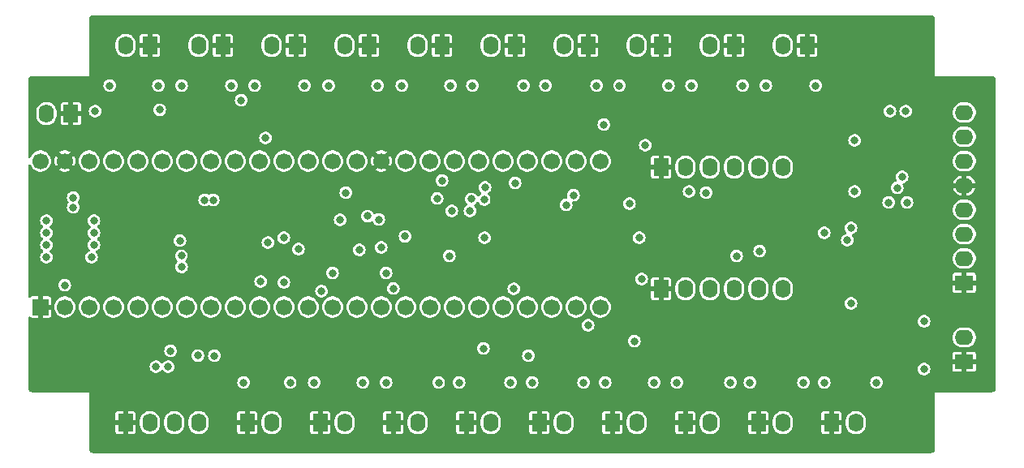
<source format=gbr>
%TF.GenerationSoftware,KiCad,Pcbnew,8.0.3-8.0.3-0~ubuntu22.04.1*%
%TF.CreationDate,2024-06-29T17:00:47-07:00*%
%TF.ProjectId,ButtonBd2,42757474-6f6e-4426-9432-2e6b69636164,2*%
%TF.SameCoordinates,Original*%
%TF.FileFunction,Copper,L3,Inr*%
%TF.FilePolarity,Positive*%
%FSLAX46Y46*%
G04 Gerber Fmt 4.6, Leading zero omitted, Abs format (unit mm)*
G04 Created by KiCad (PCBNEW 8.0.3-8.0.3-0~ubuntu22.04.1) date 2024-06-29 17:00:47*
%MOMM*%
%LPD*%
G01*
G04 APERTURE LIST*
%TA.AperFunction,ComponentPad*%
%ADD10R,1.600200X1.905000*%
%TD*%
%TA.AperFunction,ComponentPad*%
%ADD11O,1.600200X1.905000*%
%TD*%
%TA.AperFunction,ComponentPad*%
%ADD12R,1.905000X1.600200*%
%TD*%
%TA.AperFunction,ComponentPad*%
%ADD13O,1.905000X1.600200*%
%TD*%
%TA.AperFunction,ComponentPad*%
%ADD14R,1.700000X1.700000*%
%TD*%
%TA.AperFunction,ComponentPad*%
%ADD15C,1.700000*%
%TD*%
%TA.AperFunction,ViaPad*%
%ADD16C,0.800000*%
%TD*%
G04 APERTURE END LIST*
D10*
%TO.N,GND*%
%TO.C,J22*%
X113030000Y-100965000D03*
D11*
%TO.N,/Button Inputs/BN14*%
X115570000Y-100965000D03*
%TD*%
D10*
%TO.N,GND*%
%TO.C,J24*%
X128270000Y-100965000D03*
D11*
%TO.N,/Button Inputs/BN12*%
X130810000Y-100965000D03*
%TD*%
D12*
%TO.N,GND*%
%TO.C,J13*%
X149733000Y-86360000D03*
D13*
%TO.N,+3.3V*%
X149733000Y-83820000D03*
%TO.N,/ABS0*%
X149733000Y-81280000D03*
%TO.N,/ABS1*%
X149733000Y-78740000D03*
%TO.N,GND*%
X149733000Y-76200000D03*
%TO.N,+3.3V*%
X149733000Y-73660000D03*
%TO.N,/ABS2*%
X149733000Y-71120000D03*
%TO.N,/ABS3*%
X149733000Y-68580000D03*
%TD*%
D10*
%TO.N,GND*%
%TO.C,J6*%
X102870000Y-61595000D03*
D11*
%TO.N,/Button Inputs/BN5*%
X100330000Y-61595000D03*
%TD*%
D10*
%TO.N,GND*%
%TO.C,J16*%
X62230000Y-100965000D03*
D11*
%TO.N,/+5V_{IN}*%
X64770000Y-100965000D03*
%TO.N,/CAN_H*%
X67310000Y-100965000D03*
%TO.N,/CAN_L*%
X69850000Y-100965000D03*
%TD*%
D10*
%TO.N,GND*%
%TO.C,J3*%
X80010000Y-61595000D03*
D11*
%TO.N,/Button Inputs/BN2*%
X77470000Y-61595000D03*
%TD*%
D12*
%TO.N,GND*%
%TO.C,J15*%
X149733000Y-94615000D03*
D13*
%TO.N,/Button Inputs/BN10*%
X149733000Y-92075000D03*
%TD*%
D10*
%TO.N,GND*%
%TO.C,J12*%
X118110000Y-74295000D03*
D11*
%TO.N,+5V*%
X120650000Y-74295000D03*
%TO.N,+3.3V*%
X123190000Y-74295000D03*
%TO.N,/ENC1_A*%
X125730000Y-74295000D03*
%TO.N,/ENC1_B*%
X128270000Y-74295000D03*
%TO.N,/ENC1_ABS*%
X130810000Y-74295000D03*
%TD*%
D10*
%TO.N,GND*%
%TO.C,J2*%
X72390000Y-61595000D03*
D11*
%TO.N,/Button Inputs/BN1*%
X69850000Y-61595000D03*
%TD*%
D10*
%TO.N,GND*%
%TO.C,J19*%
X90170000Y-100965000D03*
D11*
%TO.N,/Button Inputs/BN17*%
X92710000Y-100965000D03*
%TD*%
D10*
%TO.N,GND*%
%TO.C,J14*%
X118110000Y-86995000D03*
D11*
%TO.N,+5V*%
X120650000Y-86995000D03*
%TO.N,+3.3V*%
X123190000Y-86995000D03*
%TO.N,/ENC0_A*%
X125730000Y-86995000D03*
%TO.N,/ENC0_B*%
X128270000Y-86995000D03*
%TO.N,/ENC0_ABS*%
X130810000Y-86995000D03*
%TD*%
D10*
%TO.N,GND*%
%TO.C,J18*%
X82550000Y-100965000D03*
D11*
%TO.N,/Button Inputs/BN18*%
X85090000Y-100965000D03*
%TD*%
D10*
%TO.N,GND*%
%TO.C,J11*%
X56515000Y-68707000D03*
D11*
%TO.N,/+5V_{IN}*%
X53975000Y-68707000D03*
%TD*%
D10*
%TO.N,GND*%
%TO.C,J4*%
X87630000Y-61595000D03*
D11*
%TO.N,/Button Inputs/BN3*%
X85090000Y-61595000D03*
%TD*%
D10*
%TO.N,GND*%
%TO.C,J23*%
X120650000Y-100965000D03*
D11*
%TO.N,/Button Inputs/BN13*%
X123190000Y-100965000D03*
%TD*%
D10*
%TO.N,GND*%
%TO.C,J20*%
X97790000Y-100965000D03*
D11*
%TO.N,/Button Inputs/BN16*%
X100330000Y-100965000D03*
%TD*%
D10*
%TO.N,GND*%
%TO.C,J10*%
X133350000Y-61595000D03*
D11*
%TO.N,/Button Inputs/BN9*%
X130810000Y-61595000D03*
%TD*%
D10*
%TO.N,GND*%
%TO.C,J1*%
X64770000Y-61595000D03*
D11*
%TO.N,/Button Inputs/BN0*%
X62230000Y-61595000D03*
%TD*%
D10*
%TO.N,GND*%
%TO.C,J8*%
X118110000Y-61595000D03*
D11*
%TO.N,/Button Inputs/BN7*%
X115570000Y-61595000D03*
%TD*%
D10*
%TO.N,GND*%
%TO.C,J9*%
X125730000Y-61595000D03*
D11*
%TO.N,/Button Inputs/BN8*%
X123190000Y-61595000D03*
%TD*%
D10*
%TO.N,GND*%
%TO.C,J7*%
X110490000Y-61595000D03*
D11*
%TO.N,/Button Inputs/BN6*%
X107950000Y-61595000D03*
%TD*%
D10*
%TO.N,GND*%
%TO.C,J17*%
X74930000Y-100965000D03*
D11*
%TO.N,/Button Inputs/BN19*%
X77470000Y-100965000D03*
%TD*%
D14*
%TO.N,GND*%
%TO.C,U1*%
X53340000Y-88900000D03*
D15*
%TO.N,/BTN19*%
X55880000Y-88900000D03*
%TO.N,/BTN18*%
X58420000Y-88900000D03*
%TO.N,/ENC0_ABS*%
X60960000Y-88900000D03*
%TO.N,/CAN_TX*%
X63500000Y-88900000D03*
%TO.N,/CAN_RX*%
X66040000Y-88900000D03*
%TO.N,/BTN14*%
X68580000Y-88900000D03*
%TO.N,/BTN17*%
X71120000Y-88900000D03*
%TO.N,/BTN13*%
X73660000Y-88900000D03*
%TO.N,/BTN12*%
X76200000Y-88900000D03*
%TO.N,/BTN10*%
X78740000Y-88900000D03*
%TO.N,/LED1Y*%
X81280000Y-88900000D03*
%TO.N,/LED0R*%
X83820000Y-88900000D03*
%TO.N,/BTN11*%
X86360000Y-88900000D03*
%TO.N,+3.3V*%
X88900000Y-88900000D03*
%TO.N,/BTN5*%
X91440000Y-88900000D03*
%TO.N,/BTN9*%
X93980000Y-88900000D03*
%TO.N,/BTN4*%
X96520000Y-88900000D03*
%TO.N,/BTN7*%
X99060000Y-88900000D03*
%TO.N,/BTN6*%
X101600000Y-88900000D03*
%TO.N,/ENC0_A*%
X104140000Y-88900000D03*
%TO.N,/ENC0_B*%
X106680000Y-88900000D03*
%TO.N,/BTN15*%
X109220000Y-88900000D03*
%TO.N,/BTN16*%
X111760000Y-88900000D03*
%TO.N,/ENC1_ABS_ADC*%
X111760000Y-73660000D03*
%TO.N,/BTN8*%
X109220000Y-73660000D03*
%TO.N,/LED1G*%
X106680000Y-73660000D03*
%TO.N,unconnected-(U1-P36{slash}ADC1_SE5b-Pad28)*%
X104140000Y-73660000D03*
%TO.N,/LED1R*%
X101600000Y-73660000D03*
%TO.N,/LED0G*%
X99060000Y-73660000D03*
%TO.N,/LED0Y*%
X96520000Y-73660000D03*
%TO.N,unconnected-(U1-A21-Pad32)*%
X93980000Y-73660000D03*
%TO.N,/+5V_MON_ADC*%
X91440000Y-73660000D03*
%TO.N,GND*%
X88900000Y-73660000D03*
%TO.N,unconnected-(U1-P13{slash}LED-Pad35)*%
X86360000Y-73660000D03*
%TO.N,/ENC0_ABS_ADC*%
X83820000Y-73660000D03*
%TO.N,/BTN1*%
X81280000Y-73660000D03*
%TO.N,/ENC1_B*%
X78740000Y-73660000D03*
%TO.N,/ENC1_A*%
X76200000Y-73660000D03*
%TO.N,/BTN2*%
X73660000Y-73660000D03*
%TO.N,/BTN3*%
X71120000Y-73660000D03*
%TO.N,/BTN0*%
X68580000Y-73660000D03*
%TO.N,/ENC1_ABS*%
X66040000Y-73660000D03*
%TO.N,/ABS2_ADC*%
X63500000Y-73660000D03*
%TO.N,/ABS3_ADC*%
X60960000Y-73660000D03*
%TO.N,+3.3V*%
X58420000Y-73660000D03*
%TO.N,GND*%
X55880000Y-73660000D03*
%TO.N,/V_{IN}*%
X53340000Y-73660000D03*
%TD*%
D10*
%TO.N,GND*%
%TO.C,J21*%
X105410000Y-100965000D03*
D11*
%TO.N,/Button Inputs/BN15*%
X107950000Y-100965000D03*
%TD*%
D10*
%TO.N,GND*%
%TO.C,J25*%
X135890000Y-100965000D03*
D11*
%TO.N,/Button Inputs/BN11*%
X138430000Y-100965000D03*
%TD*%
D10*
%TO.N,GND*%
%TO.C,J5*%
X95250000Y-61595000D03*
D11*
%TO.N,/Button Inputs/BN4*%
X92710000Y-61595000D03*
%TD*%
D16*
%TO.N,GND*%
X114046000Y-76581000D03*
X143637000Y-72771000D03*
X93472000Y-71755000D03*
X137922000Y-84963000D03*
X102616000Y-71755000D03*
X105664000Y-71755000D03*
X96520000Y-71755000D03*
X69342000Y-78867000D03*
X81297242Y-79290417D03*
X62357000Y-68707000D03*
X91313000Y-67564000D03*
X68580000Y-93599000D03*
X74803000Y-82169000D03*
X99568000Y-71755000D03*
X75311000Y-84709000D03*
X108712000Y-71755000D03*
X93599000Y-75946000D03*
X138303000Y-73279000D03*
X63119000Y-93472000D03*
X143129000Y-82169000D03*
X67056000Y-86360000D03*
X66294000Y-80899000D03*
X137922000Y-90424000D03*
%TO.N,+5V*%
X138303000Y-76835000D03*
X58928000Y-81153000D03*
X58928000Y-82423000D03*
X67897585Y-81969500D03*
X58928000Y-79883000D03*
X66929000Y-93472000D03*
X138303000Y-71501000D03*
X137922000Y-88519000D03*
X85217000Y-76962000D03*
%TO.N,+3.3V*%
X141986000Y-68453000D03*
X68072000Y-84709000D03*
X143764000Y-77978000D03*
X141859000Y-77978000D03*
X143637000Y-68453000D03*
X70485000Y-77724000D03*
X71374000Y-77724000D03*
X66675000Y-95123000D03*
X68051479Y-83549500D03*
%TO.N,Net-(D1-K)*%
X65659000Y-65786000D03*
%TO.N,Net-(D2-K)*%
X73279000Y-65786000D03*
%TO.N,Net-(D3-K)*%
X80899000Y-65786000D03*
%TO.N,Net-(D4-K)*%
X88519000Y-65786000D03*
%TO.N,Net-(D5-K)*%
X96139000Y-65786000D03*
%TO.N,Net-(D6-K)*%
X103759000Y-65786000D03*
%TO.N,/ENC1_A*%
X87477600Y-79400400D03*
X78740000Y-81661000D03*
%TO.N,/ENC1_B*%
X80264000Y-82860000D03*
X88646000Y-79756000D03*
%TO.N,/ENC0_B*%
X116078000Y-85979000D03*
%TO.N,/ABS2*%
X65786000Y-68300600D03*
X94742000Y-77571600D03*
X142748000Y-76454000D03*
X84610000Y-79790154D03*
X99644200Y-77673200D03*
X137922000Y-80645000D03*
X108204000Y-78232000D03*
%TO.N,/ENC1_ABS*%
X86614000Y-82931000D03*
X122809000Y-76962000D03*
X91389200Y-81508600D03*
X98298000Y-77622400D03*
X114808000Y-78105000D03*
X77089000Y-82169000D03*
%TO.N,/ABS1*%
X121031000Y-76835000D03*
X143256000Y-75311000D03*
%TO.N,/ENC0_ABS*%
X76327000Y-86233000D03*
%TO.N,/ABS3*%
X59055000Y-68453000D03*
X128397000Y-83058000D03*
X125984000Y-83566000D03*
X88900000Y-82677000D03*
%TO.N,/ABS0*%
X99745800Y-76403200D03*
X135128000Y-81153000D03*
X108966000Y-77216000D03*
X95250000Y-75692000D03*
X137541000Y-81915000D03*
%TO.N,Net-(D7-K)*%
X111379000Y-65786000D03*
%TO.N,+5VD*%
X75692000Y-65786000D03*
X110010000Y-96774000D03*
X140589000Y-96774000D03*
X113764000Y-65786000D03*
X56769000Y-77470000D03*
X79403000Y-96774000D03*
X132969000Y-96774000D03*
X102390000Y-96774000D03*
X60579000Y-65786000D03*
X98425000Y-65786000D03*
X83411000Y-65788875D03*
X56769000Y-78486000D03*
X121285000Y-65786000D03*
X94897000Y-96774000D03*
X91059000Y-65786000D03*
X68072000Y-65786000D03*
X125349000Y-96774000D03*
X117376000Y-96774000D03*
X86995000Y-96774000D03*
X129032000Y-65786000D03*
X145542000Y-90396000D03*
X106045000Y-65786000D03*
%TO.N,Net-(D8-K)*%
X118872000Y-65786000D03*
%TO.N,Net-(D9-K)*%
X126619000Y-65786000D03*
%TO.N,Net-(D10-K)*%
X134239000Y-65786000D03*
%TO.N,Net-(D21-K)*%
X145542000Y-95377000D03*
%TO.N,Net-(D23-K)*%
X74549000Y-96774000D03*
%TO.N,Net-(D24-K)*%
X81915000Y-96774000D03*
%TO.N,Net-(D25-K)*%
X89408000Y-96774000D03*
%TO.N,Net-(D26-K)*%
X97028000Y-96774000D03*
%TO.N,Net-(D27-K)*%
X104648000Y-96774000D03*
%TO.N,Net-(D28-K)*%
X112268000Y-96774000D03*
%TO.N,Net-(D29-K)*%
X119761000Y-96774000D03*
%TO.N,Net-(D30-K)*%
X127381000Y-96774000D03*
%TO.N,Net-(D31-K)*%
X135128000Y-96774000D03*
%TO.N,Net-(D40-A)*%
X55880000Y-86614000D03*
X58674000Y-83693000D03*
%TO.N,/CAN_L*%
X65405000Y-95123000D03*
%TO.N,/LED1Y*%
X96012000Y-83566000D03*
%TO.N,/BTN1*%
X74295000Y-67310000D03*
%TO.N,/BTN3*%
X76835000Y-71247000D03*
%TO.N,/BTN4*%
X96266000Y-78867000D03*
X90170000Y-86969600D03*
%TO.N,/BTN5*%
X98171000Y-78867000D03*
%TO.N,/BTN6*%
X102870000Y-75946000D03*
%TO.N,/BTN7*%
X102743000Y-86995000D03*
X112141000Y-69850000D03*
%TO.N,/BTN9*%
X99695000Y-81661000D03*
X116459000Y-72009000D03*
X115824000Y-81661000D03*
%TO.N,/BTN10*%
X78740000Y-86332000D03*
X83820000Y-85344000D03*
%TO.N,/BTN11*%
X89408000Y-85341400D03*
%TO.N,/BTN12*%
X82664115Y-87236115D03*
%TO.N,/BTN13*%
X115316000Y-92456000D03*
X110490000Y-90805000D03*
%TO.N,/BTN14*%
X99568000Y-93218000D03*
%TO.N,/BTN15*%
X104267000Y-93980000D03*
%TO.N,/BTN18*%
X71501000Y-93980000D03*
%TO.N,/BTN19*%
X69773800Y-93954600D03*
%TO.N,/+5V_{IN}*%
X53975000Y-83693000D03*
X53975000Y-79883000D03*
X53975000Y-82423000D03*
X53975000Y-81153000D03*
%TD*%
%TA.AperFunction,Conductor*%
%TO.N,GND*%
G36*
X146313792Y-58421550D02*
G01*
X146402026Y-58435525D01*
X146439512Y-58447705D01*
X146510170Y-58483707D01*
X146542056Y-58506875D01*
X146598124Y-58562943D01*
X146621292Y-58594830D01*
X146657292Y-58665483D01*
X146669474Y-58702973D01*
X146683449Y-58791206D01*
X146685000Y-58810917D01*
X146685000Y-64770000D01*
X152644083Y-64770000D01*
X152663792Y-64771550D01*
X152752026Y-64785525D01*
X152789512Y-64797705D01*
X152860170Y-64833707D01*
X152892056Y-64856875D01*
X152948124Y-64912943D01*
X152971292Y-64944830D01*
X153007292Y-65015483D01*
X153019474Y-65052973D01*
X153033449Y-65141206D01*
X153035000Y-65160917D01*
X153035000Y-97399082D01*
X153033449Y-97418793D01*
X153019474Y-97507026D01*
X153007292Y-97544518D01*
X152971296Y-97615164D01*
X152948124Y-97647056D01*
X152892056Y-97703124D01*
X152860166Y-97726294D01*
X152789518Y-97762292D01*
X152752026Y-97774474D01*
X152686481Y-97784855D01*
X152663791Y-97788449D01*
X152644083Y-97790000D01*
X146685000Y-97790000D01*
X146685000Y-98171000D01*
X146685000Y-98171001D01*
X146685000Y-103749082D01*
X146683449Y-103768793D01*
X146669474Y-103857026D01*
X146657292Y-103894518D01*
X146621296Y-103965164D01*
X146598124Y-103997056D01*
X146542056Y-104053124D01*
X146510166Y-104076294D01*
X146439518Y-104112292D01*
X146402026Y-104124474D01*
X146336481Y-104134855D01*
X146313791Y-104138449D01*
X146294083Y-104140000D01*
X58810917Y-104140000D01*
X58791208Y-104138449D01*
X58762096Y-104133838D01*
X58702973Y-104124474D01*
X58665483Y-104112292D01*
X58594830Y-104076292D01*
X58562943Y-104053124D01*
X58506875Y-103997056D01*
X58483707Y-103965170D01*
X58447705Y-103894512D01*
X58435525Y-103857025D01*
X58421551Y-103768792D01*
X58420000Y-103749082D01*
X58420000Y-99987477D01*
X61175900Y-99987477D01*
X61175900Y-100711000D01*
X61746065Y-100711000D01*
X61721116Y-100754213D01*
X61683900Y-100893105D01*
X61683900Y-101036895D01*
X61721116Y-101175787D01*
X61746065Y-101219000D01*
X61175901Y-101219000D01*
X61175901Y-101942522D01*
X61190637Y-102016605D01*
X61190637Y-102016607D01*
X61246775Y-102100624D01*
X61330793Y-102156762D01*
X61330794Y-102156763D01*
X61404880Y-102171499D01*
X61976000Y-102171499D01*
X61976000Y-101448935D01*
X62019213Y-101473884D01*
X62158105Y-101511100D01*
X62301895Y-101511100D01*
X62440787Y-101473884D01*
X62484000Y-101448935D01*
X62484000Y-102171499D01*
X63055114Y-102171499D01*
X63055122Y-102171498D01*
X63129205Y-102156762D01*
X63129207Y-102156762D01*
X63213224Y-102100624D01*
X63269362Y-102016606D01*
X63269363Y-102016605D01*
X63284099Y-101942522D01*
X63284100Y-101942515D01*
X63284100Y-101219000D01*
X62713935Y-101219000D01*
X62738884Y-101175787D01*
X62776100Y-101036895D01*
X62776100Y-100893105D01*
X62738884Y-100754213D01*
X62713935Y-100711000D01*
X63284099Y-100711000D01*
X63284099Y-100708725D01*
X63715400Y-100708725D01*
X63715400Y-101221274D01*
X63744347Y-101366802D01*
X63755927Y-101425016D01*
X63755928Y-101425020D01*
X63755929Y-101425021D01*
X63835424Y-101616940D01*
X63950841Y-101789671D01*
X64097728Y-101936558D01*
X64097731Y-101936560D01*
X64097732Y-101936561D01*
X64270459Y-102051975D01*
X64462384Y-102131473D01*
X64637817Y-102166368D01*
X64666125Y-102171999D01*
X64666128Y-102171999D01*
X64666131Y-102172000D01*
X64666132Y-102172000D01*
X64873868Y-102172000D01*
X64873869Y-102172000D01*
X65077616Y-102131473D01*
X65269541Y-102051975D01*
X65442268Y-101936561D01*
X65589161Y-101789668D01*
X65704575Y-101616941D01*
X65784073Y-101425016D01*
X65824600Y-101221269D01*
X65824600Y-100708731D01*
X65824599Y-100708725D01*
X66255400Y-100708725D01*
X66255400Y-101221274D01*
X66284347Y-101366802D01*
X66295927Y-101425016D01*
X66295928Y-101425020D01*
X66295929Y-101425021D01*
X66375424Y-101616940D01*
X66490841Y-101789671D01*
X66637728Y-101936558D01*
X66637731Y-101936560D01*
X66637732Y-101936561D01*
X66810459Y-102051975D01*
X67002384Y-102131473D01*
X67177817Y-102166368D01*
X67206125Y-102171999D01*
X67206128Y-102171999D01*
X67206131Y-102172000D01*
X67206132Y-102172000D01*
X67413868Y-102172000D01*
X67413869Y-102172000D01*
X67617616Y-102131473D01*
X67809541Y-102051975D01*
X67982268Y-101936561D01*
X68129161Y-101789668D01*
X68244575Y-101616941D01*
X68324073Y-101425016D01*
X68364600Y-101221269D01*
X68364600Y-100708731D01*
X68364599Y-100708725D01*
X68795400Y-100708725D01*
X68795400Y-101221274D01*
X68824347Y-101366802D01*
X68835927Y-101425016D01*
X68835928Y-101425020D01*
X68835929Y-101425021D01*
X68915424Y-101616940D01*
X69030841Y-101789671D01*
X69177728Y-101936558D01*
X69177731Y-101936560D01*
X69177732Y-101936561D01*
X69350459Y-102051975D01*
X69542384Y-102131473D01*
X69717817Y-102166368D01*
X69746125Y-102171999D01*
X69746128Y-102171999D01*
X69746131Y-102172000D01*
X69746132Y-102172000D01*
X69953868Y-102172000D01*
X69953869Y-102172000D01*
X70157616Y-102131473D01*
X70349541Y-102051975D01*
X70522268Y-101936561D01*
X70669161Y-101789668D01*
X70784575Y-101616941D01*
X70864073Y-101425016D01*
X70904600Y-101221269D01*
X70904600Y-100708731D01*
X70864073Y-100504984D01*
X70784575Y-100313059D01*
X70669161Y-100140332D01*
X70669160Y-100140331D01*
X70669158Y-100140328D01*
X70522271Y-99993441D01*
X70513345Y-99987477D01*
X73875900Y-99987477D01*
X73875900Y-100711000D01*
X74446065Y-100711000D01*
X74421116Y-100754213D01*
X74383900Y-100893105D01*
X74383900Y-101036895D01*
X74421116Y-101175787D01*
X74446065Y-101219000D01*
X73875901Y-101219000D01*
X73875901Y-101942522D01*
X73890637Y-102016605D01*
X73890637Y-102016607D01*
X73946775Y-102100624D01*
X74030793Y-102156762D01*
X74030794Y-102156763D01*
X74104880Y-102171499D01*
X74676000Y-102171499D01*
X74676000Y-101448935D01*
X74719213Y-101473884D01*
X74858105Y-101511100D01*
X75001895Y-101511100D01*
X75140787Y-101473884D01*
X75184000Y-101448935D01*
X75184000Y-102171499D01*
X75755114Y-102171499D01*
X75755122Y-102171498D01*
X75829205Y-102156762D01*
X75829207Y-102156762D01*
X75913224Y-102100624D01*
X75969362Y-102016606D01*
X75969363Y-102016605D01*
X75984099Y-101942522D01*
X75984100Y-101942515D01*
X75984100Y-101219000D01*
X75413935Y-101219000D01*
X75438884Y-101175787D01*
X75476100Y-101036895D01*
X75476100Y-100893105D01*
X75438884Y-100754213D01*
X75413935Y-100711000D01*
X75984099Y-100711000D01*
X75984099Y-100708725D01*
X76415400Y-100708725D01*
X76415400Y-101221274D01*
X76444347Y-101366802D01*
X76455927Y-101425016D01*
X76455928Y-101425020D01*
X76455929Y-101425021D01*
X76535424Y-101616940D01*
X76650841Y-101789671D01*
X76797728Y-101936558D01*
X76797731Y-101936560D01*
X76797732Y-101936561D01*
X76970459Y-102051975D01*
X77162384Y-102131473D01*
X77337817Y-102166368D01*
X77366125Y-102171999D01*
X77366128Y-102171999D01*
X77366131Y-102172000D01*
X77366132Y-102172000D01*
X77573868Y-102172000D01*
X77573869Y-102172000D01*
X77777616Y-102131473D01*
X77969541Y-102051975D01*
X78142268Y-101936561D01*
X78289161Y-101789668D01*
X78404575Y-101616941D01*
X78484073Y-101425016D01*
X78524600Y-101221269D01*
X78524600Y-100708731D01*
X78484073Y-100504984D01*
X78404575Y-100313059D01*
X78289161Y-100140332D01*
X78289160Y-100140331D01*
X78289158Y-100140328D01*
X78142271Y-99993441D01*
X78133345Y-99987477D01*
X81495900Y-99987477D01*
X81495900Y-100711000D01*
X82066065Y-100711000D01*
X82041116Y-100754213D01*
X82003900Y-100893105D01*
X82003900Y-101036895D01*
X82041116Y-101175787D01*
X82066065Y-101219000D01*
X81495901Y-101219000D01*
X81495901Y-101942522D01*
X81510637Y-102016605D01*
X81510637Y-102016607D01*
X81566775Y-102100624D01*
X81650793Y-102156762D01*
X81650794Y-102156763D01*
X81724880Y-102171499D01*
X82296000Y-102171499D01*
X82296000Y-101448935D01*
X82339213Y-101473884D01*
X82478105Y-101511100D01*
X82621895Y-101511100D01*
X82760787Y-101473884D01*
X82804000Y-101448935D01*
X82804000Y-102171499D01*
X83375114Y-102171499D01*
X83375122Y-102171498D01*
X83449205Y-102156762D01*
X83449207Y-102156762D01*
X83533224Y-102100624D01*
X83589362Y-102016606D01*
X83589363Y-102016605D01*
X83604099Y-101942522D01*
X83604100Y-101942515D01*
X83604100Y-101219000D01*
X83033935Y-101219000D01*
X83058884Y-101175787D01*
X83096100Y-101036895D01*
X83096100Y-100893105D01*
X83058884Y-100754213D01*
X83033935Y-100711000D01*
X83604099Y-100711000D01*
X83604099Y-100708725D01*
X84035400Y-100708725D01*
X84035400Y-101221274D01*
X84064347Y-101366802D01*
X84075927Y-101425016D01*
X84075928Y-101425020D01*
X84075929Y-101425021D01*
X84155424Y-101616940D01*
X84270841Y-101789671D01*
X84417728Y-101936558D01*
X84417731Y-101936560D01*
X84417732Y-101936561D01*
X84590459Y-102051975D01*
X84782384Y-102131473D01*
X84957817Y-102166368D01*
X84986125Y-102171999D01*
X84986128Y-102171999D01*
X84986131Y-102172000D01*
X84986132Y-102172000D01*
X85193868Y-102172000D01*
X85193869Y-102172000D01*
X85397616Y-102131473D01*
X85589541Y-102051975D01*
X85762268Y-101936561D01*
X85909161Y-101789668D01*
X86024575Y-101616941D01*
X86104073Y-101425016D01*
X86144600Y-101221269D01*
X86144600Y-100708731D01*
X86104073Y-100504984D01*
X86024575Y-100313059D01*
X85909161Y-100140332D01*
X85909160Y-100140331D01*
X85909158Y-100140328D01*
X85762271Y-99993441D01*
X85753345Y-99987477D01*
X89115900Y-99987477D01*
X89115900Y-100711000D01*
X89686065Y-100711000D01*
X89661116Y-100754213D01*
X89623900Y-100893105D01*
X89623900Y-101036895D01*
X89661116Y-101175787D01*
X89686065Y-101219000D01*
X89115901Y-101219000D01*
X89115901Y-101942522D01*
X89130637Y-102016605D01*
X89130637Y-102016607D01*
X89186775Y-102100624D01*
X89270793Y-102156762D01*
X89270794Y-102156763D01*
X89344880Y-102171499D01*
X89916000Y-102171499D01*
X89916000Y-101448935D01*
X89959213Y-101473884D01*
X90098105Y-101511100D01*
X90241895Y-101511100D01*
X90380787Y-101473884D01*
X90424000Y-101448935D01*
X90424000Y-102171499D01*
X90995114Y-102171499D01*
X90995122Y-102171498D01*
X91069205Y-102156762D01*
X91069207Y-102156762D01*
X91153224Y-102100624D01*
X91209362Y-102016606D01*
X91209363Y-102016605D01*
X91224099Y-101942522D01*
X91224100Y-101942515D01*
X91224100Y-101219000D01*
X90653935Y-101219000D01*
X90678884Y-101175787D01*
X90716100Y-101036895D01*
X90716100Y-100893105D01*
X90678884Y-100754213D01*
X90653935Y-100711000D01*
X91224099Y-100711000D01*
X91224099Y-100708725D01*
X91655400Y-100708725D01*
X91655400Y-101221274D01*
X91684347Y-101366802D01*
X91695927Y-101425016D01*
X91695928Y-101425020D01*
X91695929Y-101425021D01*
X91775424Y-101616940D01*
X91890841Y-101789671D01*
X92037728Y-101936558D01*
X92037731Y-101936560D01*
X92037732Y-101936561D01*
X92210459Y-102051975D01*
X92402384Y-102131473D01*
X92577817Y-102166368D01*
X92606125Y-102171999D01*
X92606128Y-102171999D01*
X92606131Y-102172000D01*
X92606132Y-102172000D01*
X92813868Y-102172000D01*
X92813869Y-102172000D01*
X93017616Y-102131473D01*
X93209541Y-102051975D01*
X93382268Y-101936561D01*
X93529161Y-101789668D01*
X93644575Y-101616941D01*
X93724073Y-101425016D01*
X93764600Y-101221269D01*
X93764600Y-100708731D01*
X93724073Y-100504984D01*
X93644575Y-100313059D01*
X93529161Y-100140332D01*
X93529160Y-100140331D01*
X93529158Y-100140328D01*
X93382271Y-99993441D01*
X93373345Y-99987477D01*
X96735900Y-99987477D01*
X96735900Y-100711000D01*
X97306065Y-100711000D01*
X97281116Y-100754213D01*
X97243900Y-100893105D01*
X97243900Y-101036895D01*
X97281116Y-101175787D01*
X97306065Y-101219000D01*
X96735901Y-101219000D01*
X96735901Y-101942522D01*
X96750637Y-102016605D01*
X96750637Y-102016607D01*
X96806775Y-102100624D01*
X96890793Y-102156762D01*
X96890794Y-102156763D01*
X96964880Y-102171499D01*
X97536000Y-102171499D01*
X97536000Y-101448935D01*
X97579213Y-101473884D01*
X97718105Y-101511100D01*
X97861895Y-101511100D01*
X98000787Y-101473884D01*
X98044000Y-101448935D01*
X98044000Y-102171499D01*
X98615114Y-102171499D01*
X98615122Y-102171498D01*
X98689205Y-102156762D01*
X98689207Y-102156762D01*
X98773224Y-102100624D01*
X98829362Y-102016606D01*
X98829363Y-102016605D01*
X98844099Y-101942522D01*
X98844100Y-101942515D01*
X98844100Y-101219000D01*
X98273935Y-101219000D01*
X98298884Y-101175787D01*
X98336100Y-101036895D01*
X98336100Y-100893105D01*
X98298884Y-100754213D01*
X98273935Y-100711000D01*
X98844099Y-100711000D01*
X98844099Y-100708725D01*
X99275400Y-100708725D01*
X99275400Y-101221274D01*
X99304347Y-101366802D01*
X99315927Y-101425016D01*
X99315928Y-101425020D01*
X99315929Y-101425021D01*
X99395424Y-101616940D01*
X99510841Y-101789671D01*
X99657728Y-101936558D01*
X99657731Y-101936560D01*
X99657732Y-101936561D01*
X99830459Y-102051975D01*
X100022384Y-102131473D01*
X100197817Y-102166368D01*
X100226125Y-102171999D01*
X100226128Y-102171999D01*
X100226131Y-102172000D01*
X100226132Y-102172000D01*
X100433868Y-102172000D01*
X100433869Y-102172000D01*
X100637616Y-102131473D01*
X100829541Y-102051975D01*
X101002268Y-101936561D01*
X101149161Y-101789668D01*
X101264575Y-101616941D01*
X101344073Y-101425016D01*
X101384600Y-101221269D01*
X101384600Y-100708731D01*
X101344073Y-100504984D01*
X101264575Y-100313059D01*
X101149161Y-100140332D01*
X101149160Y-100140331D01*
X101149158Y-100140328D01*
X101002271Y-99993441D01*
X100993345Y-99987477D01*
X104355900Y-99987477D01*
X104355900Y-100711000D01*
X104926065Y-100711000D01*
X104901116Y-100754213D01*
X104863900Y-100893105D01*
X104863900Y-101036895D01*
X104901116Y-101175787D01*
X104926065Y-101219000D01*
X104355901Y-101219000D01*
X104355901Y-101942522D01*
X104370637Y-102016605D01*
X104370637Y-102016607D01*
X104426775Y-102100624D01*
X104510793Y-102156762D01*
X104510794Y-102156763D01*
X104584880Y-102171499D01*
X105156000Y-102171499D01*
X105156000Y-101448935D01*
X105199213Y-101473884D01*
X105338105Y-101511100D01*
X105481895Y-101511100D01*
X105620787Y-101473884D01*
X105664000Y-101448935D01*
X105664000Y-102171499D01*
X106235114Y-102171499D01*
X106235122Y-102171498D01*
X106309205Y-102156762D01*
X106309207Y-102156762D01*
X106393224Y-102100624D01*
X106449362Y-102016606D01*
X106449363Y-102016605D01*
X106464099Y-101942522D01*
X106464100Y-101942515D01*
X106464100Y-101219000D01*
X105893935Y-101219000D01*
X105918884Y-101175787D01*
X105956100Y-101036895D01*
X105956100Y-100893105D01*
X105918884Y-100754213D01*
X105893935Y-100711000D01*
X106464099Y-100711000D01*
X106464099Y-100708725D01*
X106895400Y-100708725D01*
X106895400Y-101221274D01*
X106924347Y-101366802D01*
X106935927Y-101425016D01*
X106935928Y-101425020D01*
X106935929Y-101425021D01*
X107015424Y-101616940D01*
X107130841Y-101789671D01*
X107277728Y-101936558D01*
X107277731Y-101936560D01*
X107277732Y-101936561D01*
X107450459Y-102051975D01*
X107642384Y-102131473D01*
X107817817Y-102166368D01*
X107846125Y-102171999D01*
X107846128Y-102171999D01*
X107846131Y-102172000D01*
X107846132Y-102172000D01*
X108053868Y-102172000D01*
X108053869Y-102172000D01*
X108257616Y-102131473D01*
X108449541Y-102051975D01*
X108622268Y-101936561D01*
X108769161Y-101789668D01*
X108884575Y-101616941D01*
X108964073Y-101425016D01*
X109004600Y-101221269D01*
X109004600Y-100708731D01*
X108964073Y-100504984D01*
X108884575Y-100313059D01*
X108769161Y-100140332D01*
X108769160Y-100140331D01*
X108769158Y-100140328D01*
X108622271Y-99993441D01*
X108613345Y-99987477D01*
X111975900Y-99987477D01*
X111975900Y-100711000D01*
X112546065Y-100711000D01*
X112521116Y-100754213D01*
X112483900Y-100893105D01*
X112483900Y-101036895D01*
X112521116Y-101175787D01*
X112546065Y-101219000D01*
X111975901Y-101219000D01*
X111975901Y-101942522D01*
X111990637Y-102016605D01*
X111990637Y-102016607D01*
X112046775Y-102100624D01*
X112130793Y-102156762D01*
X112130794Y-102156763D01*
X112204880Y-102171499D01*
X112776000Y-102171499D01*
X112776000Y-101448935D01*
X112819213Y-101473884D01*
X112958105Y-101511100D01*
X113101895Y-101511100D01*
X113240787Y-101473884D01*
X113284000Y-101448935D01*
X113284000Y-102171499D01*
X113855114Y-102171499D01*
X113855122Y-102171498D01*
X113929205Y-102156762D01*
X113929207Y-102156762D01*
X114013224Y-102100624D01*
X114069362Y-102016606D01*
X114069363Y-102016605D01*
X114084099Y-101942522D01*
X114084100Y-101942515D01*
X114084100Y-101219000D01*
X113513935Y-101219000D01*
X113538884Y-101175787D01*
X113576100Y-101036895D01*
X113576100Y-100893105D01*
X113538884Y-100754213D01*
X113513935Y-100711000D01*
X114084099Y-100711000D01*
X114084099Y-100708725D01*
X114515400Y-100708725D01*
X114515400Y-101221274D01*
X114544347Y-101366802D01*
X114555927Y-101425016D01*
X114555928Y-101425020D01*
X114555929Y-101425021D01*
X114635424Y-101616940D01*
X114750841Y-101789671D01*
X114897728Y-101936558D01*
X114897731Y-101936560D01*
X114897732Y-101936561D01*
X115070459Y-102051975D01*
X115262384Y-102131473D01*
X115437817Y-102166368D01*
X115466125Y-102171999D01*
X115466128Y-102171999D01*
X115466131Y-102172000D01*
X115466132Y-102172000D01*
X115673868Y-102172000D01*
X115673869Y-102172000D01*
X115877616Y-102131473D01*
X116069541Y-102051975D01*
X116242268Y-101936561D01*
X116389161Y-101789668D01*
X116504575Y-101616941D01*
X116584073Y-101425016D01*
X116624600Y-101221269D01*
X116624600Y-100708731D01*
X116584073Y-100504984D01*
X116504575Y-100313059D01*
X116389161Y-100140332D01*
X116389160Y-100140331D01*
X116389158Y-100140328D01*
X116242271Y-99993441D01*
X116233345Y-99987477D01*
X119595900Y-99987477D01*
X119595900Y-100711000D01*
X120166065Y-100711000D01*
X120141116Y-100754213D01*
X120103900Y-100893105D01*
X120103900Y-101036895D01*
X120141116Y-101175787D01*
X120166065Y-101219000D01*
X119595901Y-101219000D01*
X119595901Y-101942522D01*
X119610637Y-102016605D01*
X119610637Y-102016607D01*
X119666775Y-102100624D01*
X119750793Y-102156762D01*
X119750794Y-102156763D01*
X119824880Y-102171499D01*
X120396000Y-102171499D01*
X120396000Y-101448935D01*
X120439213Y-101473884D01*
X120578105Y-101511100D01*
X120721895Y-101511100D01*
X120860787Y-101473884D01*
X120904000Y-101448935D01*
X120904000Y-102171499D01*
X121475114Y-102171499D01*
X121475122Y-102171498D01*
X121549205Y-102156762D01*
X121549207Y-102156762D01*
X121633224Y-102100624D01*
X121689362Y-102016606D01*
X121689363Y-102016605D01*
X121704099Y-101942522D01*
X121704100Y-101942515D01*
X121704100Y-101219000D01*
X121133935Y-101219000D01*
X121158884Y-101175787D01*
X121196100Y-101036895D01*
X121196100Y-100893105D01*
X121158884Y-100754213D01*
X121133935Y-100711000D01*
X121704099Y-100711000D01*
X121704099Y-100708725D01*
X122135400Y-100708725D01*
X122135400Y-101221274D01*
X122164347Y-101366802D01*
X122175927Y-101425016D01*
X122175928Y-101425020D01*
X122175929Y-101425021D01*
X122255424Y-101616940D01*
X122370841Y-101789671D01*
X122517728Y-101936558D01*
X122517731Y-101936560D01*
X122517732Y-101936561D01*
X122690459Y-102051975D01*
X122882384Y-102131473D01*
X123057817Y-102166368D01*
X123086125Y-102171999D01*
X123086128Y-102171999D01*
X123086131Y-102172000D01*
X123086132Y-102172000D01*
X123293868Y-102172000D01*
X123293869Y-102172000D01*
X123497616Y-102131473D01*
X123689541Y-102051975D01*
X123862268Y-101936561D01*
X124009161Y-101789668D01*
X124124575Y-101616941D01*
X124204073Y-101425016D01*
X124244600Y-101221269D01*
X124244600Y-100708731D01*
X124204073Y-100504984D01*
X124124575Y-100313059D01*
X124009161Y-100140332D01*
X124009160Y-100140331D01*
X124009158Y-100140328D01*
X123862271Y-99993441D01*
X123853345Y-99987477D01*
X127215900Y-99987477D01*
X127215900Y-100711000D01*
X127786065Y-100711000D01*
X127761116Y-100754213D01*
X127723900Y-100893105D01*
X127723900Y-101036895D01*
X127761116Y-101175787D01*
X127786065Y-101219000D01*
X127215901Y-101219000D01*
X127215901Y-101942522D01*
X127230637Y-102016605D01*
X127230637Y-102016607D01*
X127286775Y-102100624D01*
X127370793Y-102156762D01*
X127370794Y-102156763D01*
X127444880Y-102171499D01*
X128016000Y-102171499D01*
X128016000Y-101448935D01*
X128059213Y-101473884D01*
X128198105Y-101511100D01*
X128341895Y-101511100D01*
X128480787Y-101473884D01*
X128524000Y-101448935D01*
X128524000Y-102171499D01*
X129095114Y-102171499D01*
X129095122Y-102171498D01*
X129169205Y-102156762D01*
X129169207Y-102156762D01*
X129253224Y-102100624D01*
X129309362Y-102016606D01*
X129309363Y-102016605D01*
X129324099Y-101942522D01*
X129324100Y-101942515D01*
X129324100Y-101219000D01*
X128753935Y-101219000D01*
X128778884Y-101175787D01*
X128816100Y-101036895D01*
X128816100Y-100893105D01*
X128778884Y-100754213D01*
X128753935Y-100711000D01*
X129324099Y-100711000D01*
X129324099Y-100708725D01*
X129755400Y-100708725D01*
X129755400Y-101221274D01*
X129784347Y-101366802D01*
X129795927Y-101425016D01*
X129795928Y-101425020D01*
X129795929Y-101425021D01*
X129875424Y-101616940D01*
X129990841Y-101789671D01*
X130137728Y-101936558D01*
X130137731Y-101936560D01*
X130137732Y-101936561D01*
X130310459Y-102051975D01*
X130502384Y-102131473D01*
X130677817Y-102166368D01*
X130706125Y-102171999D01*
X130706128Y-102171999D01*
X130706131Y-102172000D01*
X130706132Y-102172000D01*
X130913868Y-102172000D01*
X130913869Y-102172000D01*
X131117616Y-102131473D01*
X131309541Y-102051975D01*
X131482268Y-101936561D01*
X131629161Y-101789668D01*
X131744575Y-101616941D01*
X131824073Y-101425016D01*
X131864600Y-101221269D01*
X131864600Y-100708731D01*
X131824073Y-100504984D01*
X131744575Y-100313059D01*
X131629161Y-100140332D01*
X131629160Y-100140331D01*
X131629158Y-100140328D01*
X131482271Y-99993441D01*
X131473345Y-99987477D01*
X134835900Y-99987477D01*
X134835900Y-100711000D01*
X135406065Y-100711000D01*
X135381116Y-100754213D01*
X135343900Y-100893105D01*
X135343900Y-101036895D01*
X135381116Y-101175787D01*
X135406065Y-101219000D01*
X134835901Y-101219000D01*
X134835901Y-101942522D01*
X134850637Y-102016605D01*
X134850637Y-102016607D01*
X134906775Y-102100624D01*
X134990793Y-102156762D01*
X134990794Y-102156763D01*
X135064880Y-102171499D01*
X135636000Y-102171499D01*
X135636000Y-101448935D01*
X135679213Y-101473884D01*
X135818105Y-101511100D01*
X135961895Y-101511100D01*
X136100787Y-101473884D01*
X136144000Y-101448935D01*
X136144000Y-102171499D01*
X136715114Y-102171499D01*
X136715122Y-102171498D01*
X136789205Y-102156762D01*
X136789207Y-102156762D01*
X136873224Y-102100624D01*
X136929362Y-102016606D01*
X136929363Y-102016605D01*
X136944099Y-101942522D01*
X136944100Y-101942515D01*
X136944100Y-101219000D01*
X136373935Y-101219000D01*
X136398884Y-101175787D01*
X136436100Y-101036895D01*
X136436100Y-100893105D01*
X136398884Y-100754213D01*
X136373935Y-100711000D01*
X136944099Y-100711000D01*
X136944099Y-100708725D01*
X137375400Y-100708725D01*
X137375400Y-101221274D01*
X137404347Y-101366802D01*
X137415927Y-101425016D01*
X137415928Y-101425020D01*
X137415929Y-101425021D01*
X137495424Y-101616940D01*
X137610841Y-101789671D01*
X137757728Y-101936558D01*
X137757731Y-101936560D01*
X137757732Y-101936561D01*
X137930459Y-102051975D01*
X138122384Y-102131473D01*
X138297817Y-102166368D01*
X138326125Y-102171999D01*
X138326128Y-102171999D01*
X138326131Y-102172000D01*
X138326132Y-102172000D01*
X138533868Y-102172000D01*
X138533869Y-102172000D01*
X138737616Y-102131473D01*
X138929541Y-102051975D01*
X139102268Y-101936561D01*
X139249161Y-101789668D01*
X139364575Y-101616941D01*
X139444073Y-101425016D01*
X139484600Y-101221269D01*
X139484600Y-100708731D01*
X139444073Y-100504984D01*
X139364575Y-100313059D01*
X139249161Y-100140332D01*
X139249160Y-100140331D01*
X139249158Y-100140328D01*
X139102271Y-99993441D01*
X138929540Y-99878024D01*
X138737621Y-99798529D01*
X138737620Y-99798528D01*
X138737616Y-99798527D01*
X138679402Y-99786947D01*
X138533874Y-99758000D01*
X138533869Y-99758000D01*
X138326131Y-99758000D01*
X138326125Y-99758000D01*
X138151490Y-99792737D01*
X138122384Y-99798527D01*
X138122381Y-99798527D01*
X138122378Y-99798529D01*
X137930459Y-99878024D01*
X137757728Y-99993441D01*
X137610841Y-100140328D01*
X137495424Y-100313059D01*
X137415929Y-100504978D01*
X137415927Y-100504985D01*
X137375400Y-100708725D01*
X136944099Y-100708725D01*
X136944099Y-99987486D01*
X136944098Y-99987477D01*
X136929362Y-99913394D01*
X136929362Y-99913392D01*
X136873224Y-99829375D01*
X136789206Y-99773237D01*
X136789205Y-99773236D01*
X136715122Y-99758500D01*
X136144000Y-99758500D01*
X136144000Y-100481064D01*
X136100787Y-100456116D01*
X135961895Y-100418900D01*
X135818105Y-100418900D01*
X135679213Y-100456116D01*
X135636000Y-100481064D01*
X135636000Y-99758500D01*
X135064886Y-99758500D01*
X135064876Y-99758501D01*
X134990794Y-99773237D01*
X134990792Y-99773237D01*
X134906775Y-99829375D01*
X134850637Y-99913393D01*
X134850636Y-99913394D01*
X134835900Y-99987477D01*
X131473345Y-99987477D01*
X131309540Y-99878024D01*
X131117621Y-99798529D01*
X131117620Y-99798528D01*
X131117616Y-99798527D01*
X131059402Y-99786947D01*
X130913874Y-99758000D01*
X130913869Y-99758000D01*
X130706131Y-99758000D01*
X130706125Y-99758000D01*
X130531490Y-99792737D01*
X130502384Y-99798527D01*
X130502381Y-99798527D01*
X130502378Y-99798529D01*
X130310459Y-99878024D01*
X130137728Y-99993441D01*
X129990841Y-100140328D01*
X129875424Y-100313059D01*
X129795929Y-100504978D01*
X129795927Y-100504985D01*
X129755400Y-100708725D01*
X129324099Y-100708725D01*
X129324099Y-99987486D01*
X129324098Y-99987477D01*
X129309362Y-99913394D01*
X129309362Y-99913392D01*
X129253224Y-99829375D01*
X129169206Y-99773237D01*
X129169205Y-99773236D01*
X129095122Y-99758500D01*
X128524000Y-99758500D01*
X128524000Y-100481064D01*
X128480787Y-100456116D01*
X128341895Y-100418900D01*
X128198105Y-100418900D01*
X128059213Y-100456116D01*
X128016000Y-100481064D01*
X128016000Y-99758500D01*
X127444886Y-99758500D01*
X127444876Y-99758501D01*
X127370794Y-99773237D01*
X127370792Y-99773237D01*
X127286775Y-99829375D01*
X127230637Y-99913393D01*
X127230636Y-99913394D01*
X127215900Y-99987477D01*
X123853345Y-99987477D01*
X123689540Y-99878024D01*
X123497621Y-99798529D01*
X123497620Y-99798528D01*
X123497616Y-99798527D01*
X123439402Y-99786947D01*
X123293874Y-99758000D01*
X123293869Y-99758000D01*
X123086131Y-99758000D01*
X123086125Y-99758000D01*
X122911490Y-99792737D01*
X122882384Y-99798527D01*
X122882381Y-99798527D01*
X122882378Y-99798529D01*
X122690459Y-99878024D01*
X122517728Y-99993441D01*
X122370841Y-100140328D01*
X122255424Y-100313059D01*
X122175929Y-100504978D01*
X122175927Y-100504985D01*
X122135400Y-100708725D01*
X121704099Y-100708725D01*
X121704099Y-99987486D01*
X121704098Y-99987477D01*
X121689362Y-99913394D01*
X121689362Y-99913392D01*
X121633224Y-99829375D01*
X121549206Y-99773237D01*
X121549205Y-99773236D01*
X121475122Y-99758500D01*
X120904000Y-99758500D01*
X120904000Y-100481064D01*
X120860787Y-100456116D01*
X120721895Y-100418900D01*
X120578105Y-100418900D01*
X120439213Y-100456116D01*
X120396000Y-100481064D01*
X120396000Y-99758500D01*
X119824886Y-99758500D01*
X119824876Y-99758501D01*
X119750794Y-99773237D01*
X119750792Y-99773237D01*
X119666775Y-99829375D01*
X119610637Y-99913393D01*
X119610636Y-99913394D01*
X119595900Y-99987477D01*
X116233345Y-99987477D01*
X116069540Y-99878024D01*
X115877621Y-99798529D01*
X115877620Y-99798528D01*
X115877616Y-99798527D01*
X115819402Y-99786947D01*
X115673874Y-99758000D01*
X115673869Y-99758000D01*
X115466131Y-99758000D01*
X115466125Y-99758000D01*
X115291490Y-99792737D01*
X115262384Y-99798527D01*
X115262381Y-99798527D01*
X115262378Y-99798529D01*
X115070459Y-99878024D01*
X114897728Y-99993441D01*
X114750841Y-100140328D01*
X114635424Y-100313059D01*
X114555929Y-100504978D01*
X114555927Y-100504985D01*
X114515400Y-100708725D01*
X114084099Y-100708725D01*
X114084099Y-99987486D01*
X114084098Y-99987477D01*
X114069362Y-99913394D01*
X114069362Y-99913392D01*
X114013224Y-99829375D01*
X113929206Y-99773237D01*
X113929205Y-99773236D01*
X113855122Y-99758500D01*
X113284000Y-99758500D01*
X113284000Y-100481064D01*
X113240787Y-100456116D01*
X113101895Y-100418900D01*
X112958105Y-100418900D01*
X112819213Y-100456116D01*
X112776000Y-100481064D01*
X112776000Y-99758500D01*
X112204886Y-99758500D01*
X112204876Y-99758501D01*
X112130794Y-99773237D01*
X112130792Y-99773237D01*
X112046775Y-99829375D01*
X111990637Y-99913393D01*
X111990636Y-99913394D01*
X111975900Y-99987477D01*
X108613345Y-99987477D01*
X108449540Y-99878024D01*
X108257621Y-99798529D01*
X108257620Y-99798528D01*
X108257616Y-99798527D01*
X108199402Y-99786947D01*
X108053874Y-99758000D01*
X108053869Y-99758000D01*
X107846131Y-99758000D01*
X107846125Y-99758000D01*
X107671490Y-99792737D01*
X107642384Y-99798527D01*
X107642381Y-99798527D01*
X107642378Y-99798529D01*
X107450459Y-99878024D01*
X107277728Y-99993441D01*
X107130841Y-100140328D01*
X107015424Y-100313059D01*
X106935929Y-100504978D01*
X106935927Y-100504985D01*
X106895400Y-100708725D01*
X106464099Y-100708725D01*
X106464099Y-99987486D01*
X106464098Y-99987477D01*
X106449362Y-99913394D01*
X106449362Y-99913392D01*
X106393224Y-99829375D01*
X106309206Y-99773237D01*
X106309205Y-99773236D01*
X106235122Y-99758500D01*
X105664000Y-99758500D01*
X105664000Y-100481064D01*
X105620787Y-100456116D01*
X105481895Y-100418900D01*
X105338105Y-100418900D01*
X105199213Y-100456116D01*
X105156000Y-100481064D01*
X105156000Y-99758500D01*
X104584886Y-99758500D01*
X104584876Y-99758501D01*
X104510794Y-99773237D01*
X104510792Y-99773237D01*
X104426775Y-99829375D01*
X104370637Y-99913393D01*
X104370636Y-99913394D01*
X104355900Y-99987477D01*
X100993345Y-99987477D01*
X100829540Y-99878024D01*
X100637621Y-99798529D01*
X100637620Y-99798528D01*
X100637616Y-99798527D01*
X100579402Y-99786947D01*
X100433874Y-99758000D01*
X100433869Y-99758000D01*
X100226131Y-99758000D01*
X100226125Y-99758000D01*
X100051490Y-99792737D01*
X100022384Y-99798527D01*
X100022381Y-99798527D01*
X100022378Y-99798529D01*
X99830459Y-99878024D01*
X99657728Y-99993441D01*
X99510841Y-100140328D01*
X99395424Y-100313059D01*
X99315929Y-100504978D01*
X99315927Y-100504985D01*
X99275400Y-100708725D01*
X98844099Y-100708725D01*
X98844099Y-99987486D01*
X98844098Y-99987477D01*
X98829362Y-99913394D01*
X98829362Y-99913392D01*
X98773224Y-99829375D01*
X98689206Y-99773237D01*
X98689205Y-99773236D01*
X98615122Y-99758500D01*
X98044000Y-99758500D01*
X98044000Y-100481064D01*
X98000787Y-100456116D01*
X97861895Y-100418900D01*
X97718105Y-100418900D01*
X97579213Y-100456116D01*
X97536000Y-100481064D01*
X97536000Y-99758500D01*
X96964886Y-99758500D01*
X96964876Y-99758501D01*
X96890794Y-99773237D01*
X96890792Y-99773237D01*
X96806775Y-99829375D01*
X96750637Y-99913393D01*
X96750636Y-99913394D01*
X96735900Y-99987477D01*
X93373345Y-99987477D01*
X93209540Y-99878024D01*
X93017621Y-99798529D01*
X93017620Y-99798528D01*
X93017616Y-99798527D01*
X92959402Y-99786947D01*
X92813874Y-99758000D01*
X92813869Y-99758000D01*
X92606131Y-99758000D01*
X92606125Y-99758000D01*
X92431490Y-99792737D01*
X92402384Y-99798527D01*
X92402381Y-99798527D01*
X92402378Y-99798529D01*
X92210459Y-99878024D01*
X92037728Y-99993441D01*
X91890841Y-100140328D01*
X91775424Y-100313059D01*
X91695929Y-100504978D01*
X91695927Y-100504985D01*
X91655400Y-100708725D01*
X91224099Y-100708725D01*
X91224099Y-99987486D01*
X91224098Y-99987477D01*
X91209362Y-99913394D01*
X91209362Y-99913392D01*
X91153224Y-99829375D01*
X91069206Y-99773237D01*
X91069205Y-99773236D01*
X90995122Y-99758500D01*
X90424000Y-99758500D01*
X90424000Y-100481064D01*
X90380787Y-100456116D01*
X90241895Y-100418900D01*
X90098105Y-100418900D01*
X89959213Y-100456116D01*
X89916000Y-100481064D01*
X89916000Y-99758500D01*
X89344886Y-99758500D01*
X89344876Y-99758501D01*
X89270794Y-99773237D01*
X89270792Y-99773237D01*
X89186775Y-99829375D01*
X89130637Y-99913393D01*
X89130636Y-99913394D01*
X89115900Y-99987477D01*
X85753345Y-99987477D01*
X85589540Y-99878024D01*
X85397621Y-99798529D01*
X85397620Y-99798528D01*
X85397616Y-99798527D01*
X85339402Y-99786947D01*
X85193874Y-99758000D01*
X85193869Y-99758000D01*
X84986131Y-99758000D01*
X84986125Y-99758000D01*
X84811490Y-99792737D01*
X84782384Y-99798527D01*
X84782381Y-99798527D01*
X84782378Y-99798529D01*
X84590459Y-99878024D01*
X84417728Y-99993441D01*
X84270841Y-100140328D01*
X84155424Y-100313059D01*
X84075929Y-100504978D01*
X84075927Y-100504985D01*
X84035400Y-100708725D01*
X83604099Y-100708725D01*
X83604099Y-99987486D01*
X83604098Y-99987477D01*
X83589362Y-99913394D01*
X83589362Y-99913392D01*
X83533224Y-99829375D01*
X83449206Y-99773237D01*
X83449205Y-99773236D01*
X83375122Y-99758500D01*
X82804000Y-99758500D01*
X82804000Y-100481064D01*
X82760787Y-100456116D01*
X82621895Y-100418900D01*
X82478105Y-100418900D01*
X82339213Y-100456116D01*
X82296000Y-100481064D01*
X82296000Y-99758500D01*
X81724886Y-99758500D01*
X81724876Y-99758501D01*
X81650794Y-99773237D01*
X81650792Y-99773237D01*
X81566775Y-99829375D01*
X81510637Y-99913393D01*
X81510636Y-99913394D01*
X81495900Y-99987477D01*
X78133345Y-99987477D01*
X77969540Y-99878024D01*
X77777621Y-99798529D01*
X77777620Y-99798528D01*
X77777616Y-99798527D01*
X77719402Y-99786947D01*
X77573874Y-99758000D01*
X77573869Y-99758000D01*
X77366131Y-99758000D01*
X77366125Y-99758000D01*
X77191490Y-99792737D01*
X77162384Y-99798527D01*
X77162381Y-99798527D01*
X77162378Y-99798529D01*
X76970459Y-99878024D01*
X76797728Y-99993441D01*
X76650841Y-100140328D01*
X76535424Y-100313059D01*
X76455929Y-100504978D01*
X76455927Y-100504985D01*
X76415400Y-100708725D01*
X75984099Y-100708725D01*
X75984099Y-99987486D01*
X75984098Y-99987477D01*
X75969362Y-99913394D01*
X75969362Y-99913392D01*
X75913224Y-99829375D01*
X75829206Y-99773237D01*
X75829205Y-99773236D01*
X75755122Y-99758500D01*
X75184000Y-99758500D01*
X75184000Y-100481064D01*
X75140787Y-100456116D01*
X75001895Y-100418900D01*
X74858105Y-100418900D01*
X74719213Y-100456116D01*
X74676000Y-100481064D01*
X74676000Y-99758500D01*
X74104886Y-99758500D01*
X74104876Y-99758501D01*
X74030794Y-99773237D01*
X74030792Y-99773237D01*
X73946775Y-99829375D01*
X73890637Y-99913393D01*
X73890636Y-99913394D01*
X73875900Y-99987477D01*
X70513345Y-99987477D01*
X70349540Y-99878024D01*
X70157621Y-99798529D01*
X70157620Y-99798528D01*
X70157616Y-99798527D01*
X70099402Y-99786947D01*
X69953874Y-99758000D01*
X69953869Y-99758000D01*
X69746131Y-99758000D01*
X69746125Y-99758000D01*
X69571490Y-99792737D01*
X69542384Y-99798527D01*
X69542381Y-99798527D01*
X69542378Y-99798529D01*
X69350459Y-99878024D01*
X69177728Y-99993441D01*
X69030841Y-100140328D01*
X68915424Y-100313059D01*
X68835929Y-100504978D01*
X68835927Y-100504985D01*
X68795400Y-100708725D01*
X68364599Y-100708725D01*
X68324073Y-100504984D01*
X68244575Y-100313059D01*
X68129161Y-100140332D01*
X68129160Y-100140331D01*
X68129158Y-100140328D01*
X67982271Y-99993441D01*
X67809540Y-99878024D01*
X67617621Y-99798529D01*
X67617620Y-99798528D01*
X67617616Y-99798527D01*
X67559402Y-99786947D01*
X67413874Y-99758000D01*
X67413869Y-99758000D01*
X67206131Y-99758000D01*
X67206125Y-99758000D01*
X67031490Y-99792737D01*
X67002384Y-99798527D01*
X67002381Y-99798527D01*
X67002378Y-99798529D01*
X66810459Y-99878024D01*
X66637728Y-99993441D01*
X66490841Y-100140328D01*
X66375424Y-100313059D01*
X66295929Y-100504978D01*
X66295927Y-100504985D01*
X66255400Y-100708725D01*
X65824599Y-100708725D01*
X65784073Y-100504984D01*
X65704575Y-100313059D01*
X65589161Y-100140332D01*
X65589160Y-100140331D01*
X65589158Y-100140328D01*
X65442271Y-99993441D01*
X65269540Y-99878024D01*
X65077621Y-99798529D01*
X65077620Y-99798528D01*
X65077616Y-99798527D01*
X65019402Y-99786947D01*
X64873874Y-99758000D01*
X64873869Y-99758000D01*
X64666131Y-99758000D01*
X64666125Y-99758000D01*
X64491490Y-99792737D01*
X64462384Y-99798527D01*
X64462381Y-99798527D01*
X64462378Y-99798529D01*
X64270459Y-99878024D01*
X64097728Y-99993441D01*
X63950841Y-100140328D01*
X63835424Y-100313059D01*
X63755929Y-100504978D01*
X63755927Y-100504985D01*
X63715400Y-100708725D01*
X63284099Y-100708725D01*
X63284099Y-99987486D01*
X63284098Y-99987477D01*
X63269362Y-99913394D01*
X63269362Y-99913392D01*
X63213224Y-99829375D01*
X63129206Y-99773237D01*
X63129205Y-99773236D01*
X63055122Y-99758500D01*
X62484000Y-99758500D01*
X62484000Y-100481064D01*
X62440787Y-100456116D01*
X62301895Y-100418900D01*
X62158105Y-100418900D01*
X62019213Y-100456116D01*
X61976000Y-100481064D01*
X61976000Y-99758500D01*
X61404886Y-99758500D01*
X61404876Y-99758501D01*
X61330794Y-99773237D01*
X61330792Y-99773237D01*
X61246775Y-99829375D01*
X61190637Y-99913393D01*
X61190636Y-99913394D01*
X61175900Y-99987477D01*
X58420000Y-99987477D01*
X58420000Y-98171001D01*
X58420000Y-98171000D01*
X58420000Y-97790000D01*
X58039000Y-97790000D01*
X58038998Y-97790000D01*
X52460917Y-97790000D01*
X52441208Y-97788449D01*
X52412096Y-97783838D01*
X52352973Y-97774474D01*
X52315483Y-97762292D01*
X52244830Y-97726292D01*
X52212943Y-97703124D01*
X52156875Y-97647056D01*
X52133707Y-97615170D01*
X52097705Y-97544512D01*
X52085525Y-97507025D01*
X52071551Y-97418792D01*
X52070000Y-97399082D01*
X52070000Y-96773996D01*
X73889693Y-96773996D01*
X73889693Y-96774003D01*
X73908849Y-96931779D01*
X73957447Y-97059919D01*
X73965213Y-97080395D01*
X74055502Y-97211201D01*
X74174471Y-97316599D01*
X74174472Y-97316599D01*
X74174474Y-97316601D01*
X74249200Y-97355820D01*
X74315207Y-97390463D01*
X74469529Y-97428500D01*
X74469530Y-97428500D01*
X74628470Y-97428500D01*
X74628471Y-97428500D01*
X74782793Y-97390463D01*
X74923529Y-97316599D01*
X75042498Y-97211201D01*
X75132787Y-97080395D01*
X75189149Y-96931782D01*
X75189149Y-96931781D01*
X75189150Y-96931779D01*
X75208307Y-96774003D01*
X75208307Y-96773996D01*
X78743693Y-96773996D01*
X78743693Y-96774003D01*
X78762849Y-96931779D01*
X78811447Y-97059919D01*
X78819213Y-97080395D01*
X78909502Y-97211201D01*
X79028471Y-97316599D01*
X79028472Y-97316599D01*
X79028474Y-97316601D01*
X79103200Y-97355820D01*
X79169207Y-97390463D01*
X79323529Y-97428500D01*
X79323530Y-97428500D01*
X79482470Y-97428500D01*
X79482471Y-97428500D01*
X79636793Y-97390463D01*
X79777529Y-97316599D01*
X79896498Y-97211201D01*
X79986787Y-97080395D01*
X80043149Y-96931782D01*
X80043149Y-96931781D01*
X80043150Y-96931779D01*
X80062307Y-96774003D01*
X80062307Y-96773996D01*
X81255693Y-96773996D01*
X81255693Y-96774003D01*
X81274849Y-96931779D01*
X81323447Y-97059919D01*
X81331213Y-97080395D01*
X81421502Y-97211201D01*
X81540471Y-97316599D01*
X81540472Y-97316599D01*
X81540474Y-97316601D01*
X81615200Y-97355820D01*
X81681207Y-97390463D01*
X81835529Y-97428500D01*
X81835530Y-97428500D01*
X81994470Y-97428500D01*
X81994471Y-97428500D01*
X82148793Y-97390463D01*
X82289529Y-97316599D01*
X82408498Y-97211201D01*
X82498787Y-97080395D01*
X82555149Y-96931782D01*
X82555149Y-96931781D01*
X82555150Y-96931779D01*
X82574307Y-96774003D01*
X82574307Y-96773996D01*
X86335693Y-96773996D01*
X86335693Y-96774003D01*
X86354849Y-96931779D01*
X86403447Y-97059919D01*
X86411213Y-97080395D01*
X86501502Y-97211201D01*
X86620471Y-97316599D01*
X86620472Y-97316599D01*
X86620474Y-97316601D01*
X86695200Y-97355820D01*
X86761207Y-97390463D01*
X86915529Y-97428500D01*
X86915530Y-97428500D01*
X87074470Y-97428500D01*
X87074471Y-97428500D01*
X87228793Y-97390463D01*
X87369529Y-97316599D01*
X87488498Y-97211201D01*
X87578787Y-97080395D01*
X87635149Y-96931782D01*
X87635149Y-96931781D01*
X87635150Y-96931779D01*
X87654307Y-96774003D01*
X87654307Y-96773996D01*
X88748693Y-96773996D01*
X88748693Y-96774003D01*
X88767849Y-96931779D01*
X88816447Y-97059919D01*
X88824213Y-97080395D01*
X88914502Y-97211201D01*
X89033471Y-97316599D01*
X89033472Y-97316599D01*
X89033474Y-97316601D01*
X89108200Y-97355820D01*
X89174207Y-97390463D01*
X89328529Y-97428500D01*
X89328530Y-97428500D01*
X89487470Y-97428500D01*
X89487471Y-97428500D01*
X89641793Y-97390463D01*
X89782529Y-97316599D01*
X89901498Y-97211201D01*
X89991787Y-97080395D01*
X90048149Y-96931782D01*
X90048149Y-96931781D01*
X90048150Y-96931779D01*
X90067307Y-96774003D01*
X90067307Y-96773996D01*
X94237693Y-96773996D01*
X94237693Y-96774003D01*
X94256849Y-96931779D01*
X94305447Y-97059919D01*
X94313213Y-97080395D01*
X94403502Y-97211201D01*
X94522471Y-97316599D01*
X94522472Y-97316599D01*
X94522474Y-97316601D01*
X94597200Y-97355820D01*
X94663207Y-97390463D01*
X94817529Y-97428500D01*
X94817530Y-97428500D01*
X94976470Y-97428500D01*
X94976471Y-97428500D01*
X95130793Y-97390463D01*
X95271529Y-97316599D01*
X95390498Y-97211201D01*
X95480787Y-97080395D01*
X95537149Y-96931782D01*
X95537149Y-96931781D01*
X95537150Y-96931779D01*
X95556307Y-96774003D01*
X95556307Y-96773996D01*
X96368693Y-96773996D01*
X96368693Y-96774003D01*
X96387849Y-96931779D01*
X96436447Y-97059919D01*
X96444213Y-97080395D01*
X96534502Y-97211201D01*
X96653471Y-97316599D01*
X96653472Y-97316599D01*
X96653474Y-97316601D01*
X96728200Y-97355820D01*
X96794207Y-97390463D01*
X96948529Y-97428500D01*
X96948530Y-97428500D01*
X97107470Y-97428500D01*
X97107471Y-97428500D01*
X97261793Y-97390463D01*
X97402529Y-97316599D01*
X97521498Y-97211201D01*
X97611787Y-97080395D01*
X97668149Y-96931782D01*
X97668149Y-96931781D01*
X97668150Y-96931779D01*
X97687307Y-96774003D01*
X97687307Y-96773996D01*
X101730693Y-96773996D01*
X101730693Y-96774003D01*
X101749849Y-96931779D01*
X101798447Y-97059919D01*
X101806213Y-97080395D01*
X101896502Y-97211201D01*
X102015471Y-97316599D01*
X102015472Y-97316599D01*
X102015474Y-97316601D01*
X102090200Y-97355820D01*
X102156207Y-97390463D01*
X102310529Y-97428500D01*
X102310530Y-97428500D01*
X102469470Y-97428500D01*
X102469471Y-97428500D01*
X102623793Y-97390463D01*
X102764529Y-97316599D01*
X102883498Y-97211201D01*
X102973787Y-97080395D01*
X103030149Y-96931782D01*
X103030149Y-96931781D01*
X103030150Y-96931779D01*
X103049307Y-96774003D01*
X103049307Y-96773996D01*
X103988693Y-96773996D01*
X103988693Y-96774003D01*
X104007849Y-96931779D01*
X104056447Y-97059919D01*
X104064213Y-97080395D01*
X104154502Y-97211201D01*
X104273471Y-97316599D01*
X104273472Y-97316599D01*
X104273474Y-97316601D01*
X104348200Y-97355820D01*
X104414207Y-97390463D01*
X104568529Y-97428500D01*
X104568530Y-97428500D01*
X104727470Y-97428500D01*
X104727471Y-97428500D01*
X104881793Y-97390463D01*
X105022529Y-97316599D01*
X105141498Y-97211201D01*
X105231787Y-97080395D01*
X105288149Y-96931782D01*
X105288149Y-96931781D01*
X105288150Y-96931779D01*
X105307307Y-96774003D01*
X105307307Y-96773996D01*
X109350693Y-96773996D01*
X109350693Y-96774003D01*
X109369849Y-96931779D01*
X109418447Y-97059919D01*
X109426213Y-97080395D01*
X109516502Y-97211201D01*
X109635471Y-97316599D01*
X109635472Y-97316599D01*
X109635474Y-97316601D01*
X109710200Y-97355820D01*
X109776207Y-97390463D01*
X109930529Y-97428500D01*
X109930530Y-97428500D01*
X110089470Y-97428500D01*
X110089471Y-97428500D01*
X110243793Y-97390463D01*
X110384529Y-97316599D01*
X110503498Y-97211201D01*
X110593787Y-97080395D01*
X110650149Y-96931782D01*
X110650149Y-96931781D01*
X110650150Y-96931779D01*
X110669307Y-96774003D01*
X110669307Y-96773996D01*
X111608693Y-96773996D01*
X111608693Y-96774003D01*
X111627849Y-96931779D01*
X111676447Y-97059919D01*
X111684213Y-97080395D01*
X111774502Y-97211201D01*
X111893471Y-97316599D01*
X111893472Y-97316599D01*
X111893474Y-97316601D01*
X111968200Y-97355820D01*
X112034207Y-97390463D01*
X112188529Y-97428500D01*
X112188530Y-97428500D01*
X112347470Y-97428500D01*
X112347471Y-97428500D01*
X112501793Y-97390463D01*
X112642529Y-97316599D01*
X112761498Y-97211201D01*
X112851787Y-97080395D01*
X112908149Y-96931782D01*
X112908149Y-96931781D01*
X112908150Y-96931779D01*
X112927307Y-96774003D01*
X112927307Y-96773996D01*
X116716693Y-96773996D01*
X116716693Y-96774003D01*
X116735849Y-96931779D01*
X116784447Y-97059919D01*
X116792213Y-97080395D01*
X116882502Y-97211201D01*
X117001471Y-97316599D01*
X117001472Y-97316599D01*
X117001474Y-97316601D01*
X117076200Y-97355820D01*
X117142207Y-97390463D01*
X117296529Y-97428500D01*
X117296530Y-97428500D01*
X117455470Y-97428500D01*
X117455471Y-97428500D01*
X117609793Y-97390463D01*
X117750529Y-97316599D01*
X117869498Y-97211201D01*
X117959787Y-97080395D01*
X118016149Y-96931782D01*
X118016149Y-96931781D01*
X118016150Y-96931779D01*
X118035307Y-96774003D01*
X118035307Y-96773996D01*
X119101693Y-96773996D01*
X119101693Y-96774003D01*
X119120849Y-96931779D01*
X119169447Y-97059919D01*
X119177213Y-97080395D01*
X119267502Y-97211201D01*
X119386471Y-97316599D01*
X119386472Y-97316599D01*
X119386474Y-97316601D01*
X119461200Y-97355820D01*
X119527207Y-97390463D01*
X119681529Y-97428500D01*
X119681530Y-97428500D01*
X119840470Y-97428500D01*
X119840471Y-97428500D01*
X119994793Y-97390463D01*
X120135529Y-97316599D01*
X120254498Y-97211201D01*
X120344787Y-97080395D01*
X120401149Y-96931782D01*
X120401149Y-96931781D01*
X120401150Y-96931779D01*
X120420307Y-96774003D01*
X120420307Y-96773996D01*
X124689693Y-96773996D01*
X124689693Y-96774003D01*
X124708849Y-96931779D01*
X124757447Y-97059919D01*
X124765213Y-97080395D01*
X124855502Y-97211201D01*
X124974471Y-97316599D01*
X124974472Y-97316599D01*
X124974474Y-97316601D01*
X125049200Y-97355820D01*
X125115207Y-97390463D01*
X125269529Y-97428500D01*
X125269530Y-97428500D01*
X125428470Y-97428500D01*
X125428471Y-97428500D01*
X125582793Y-97390463D01*
X125723529Y-97316599D01*
X125842498Y-97211201D01*
X125932787Y-97080395D01*
X125989149Y-96931782D01*
X125989149Y-96931781D01*
X125989150Y-96931779D01*
X126008307Y-96774003D01*
X126008307Y-96773996D01*
X126721693Y-96773996D01*
X126721693Y-96774003D01*
X126740849Y-96931779D01*
X126789447Y-97059919D01*
X126797213Y-97080395D01*
X126887502Y-97211201D01*
X127006471Y-97316599D01*
X127006472Y-97316599D01*
X127006474Y-97316601D01*
X127081200Y-97355820D01*
X127147207Y-97390463D01*
X127301529Y-97428500D01*
X127301530Y-97428500D01*
X127460470Y-97428500D01*
X127460471Y-97428500D01*
X127614793Y-97390463D01*
X127755529Y-97316599D01*
X127874498Y-97211201D01*
X127964787Y-97080395D01*
X128021149Y-96931782D01*
X128021149Y-96931781D01*
X128021150Y-96931779D01*
X128040307Y-96774003D01*
X128040307Y-96773996D01*
X132309693Y-96773996D01*
X132309693Y-96774003D01*
X132328849Y-96931779D01*
X132377447Y-97059919D01*
X132385213Y-97080395D01*
X132475502Y-97211201D01*
X132594471Y-97316599D01*
X132594472Y-97316599D01*
X132594474Y-97316601D01*
X132669200Y-97355820D01*
X132735207Y-97390463D01*
X132889529Y-97428500D01*
X132889530Y-97428500D01*
X133048470Y-97428500D01*
X133048471Y-97428500D01*
X133202793Y-97390463D01*
X133343529Y-97316599D01*
X133462498Y-97211201D01*
X133552787Y-97080395D01*
X133609149Y-96931782D01*
X133609149Y-96931781D01*
X133609150Y-96931779D01*
X133628307Y-96774003D01*
X133628307Y-96773996D01*
X134468693Y-96773996D01*
X134468693Y-96774003D01*
X134487849Y-96931779D01*
X134536447Y-97059919D01*
X134544213Y-97080395D01*
X134634502Y-97211201D01*
X134753471Y-97316599D01*
X134753472Y-97316599D01*
X134753474Y-97316601D01*
X134828200Y-97355820D01*
X134894207Y-97390463D01*
X135048529Y-97428500D01*
X135048530Y-97428500D01*
X135207470Y-97428500D01*
X135207471Y-97428500D01*
X135361793Y-97390463D01*
X135502529Y-97316599D01*
X135621498Y-97211201D01*
X135711787Y-97080395D01*
X135768149Y-96931782D01*
X135768149Y-96931781D01*
X135768150Y-96931779D01*
X135787307Y-96774003D01*
X135787307Y-96773996D01*
X139929693Y-96773996D01*
X139929693Y-96774003D01*
X139948849Y-96931779D01*
X139997447Y-97059919D01*
X140005213Y-97080395D01*
X140095502Y-97211201D01*
X140214471Y-97316599D01*
X140214472Y-97316599D01*
X140214474Y-97316601D01*
X140289200Y-97355820D01*
X140355207Y-97390463D01*
X140509529Y-97428500D01*
X140509530Y-97428500D01*
X140668470Y-97428500D01*
X140668471Y-97428500D01*
X140822793Y-97390463D01*
X140963529Y-97316599D01*
X141082498Y-97211201D01*
X141172787Y-97080395D01*
X141229149Y-96931782D01*
X141229149Y-96931781D01*
X141229150Y-96931779D01*
X141248307Y-96774003D01*
X141248307Y-96773996D01*
X141229150Y-96616220D01*
X141215538Y-96580331D01*
X141172787Y-96467605D01*
X141082498Y-96336799D01*
X140963529Y-96231401D01*
X140963528Y-96231400D01*
X140963525Y-96231398D01*
X140822797Y-96157539D01*
X140822795Y-96157538D01*
X140822793Y-96157537D01*
X140822791Y-96157536D01*
X140822790Y-96157536D01*
X140668472Y-96119500D01*
X140668471Y-96119500D01*
X140509529Y-96119500D01*
X140509527Y-96119500D01*
X140355209Y-96157536D01*
X140355202Y-96157539D01*
X140214474Y-96231398D01*
X140214469Y-96231402D01*
X140095501Y-96336800D01*
X140005215Y-96467601D01*
X140005212Y-96467607D01*
X139948849Y-96616220D01*
X139929693Y-96773996D01*
X135787307Y-96773996D01*
X135768150Y-96616220D01*
X135754538Y-96580331D01*
X135711787Y-96467605D01*
X135621498Y-96336799D01*
X135502529Y-96231401D01*
X135502528Y-96231400D01*
X135502525Y-96231398D01*
X135361797Y-96157539D01*
X135361795Y-96157538D01*
X135361793Y-96157537D01*
X135361791Y-96157536D01*
X135361790Y-96157536D01*
X135207472Y-96119500D01*
X135207471Y-96119500D01*
X135048529Y-96119500D01*
X135048527Y-96119500D01*
X134894209Y-96157536D01*
X134894202Y-96157539D01*
X134753474Y-96231398D01*
X134753469Y-96231402D01*
X134634501Y-96336800D01*
X134544215Y-96467601D01*
X134544212Y-96467607D01*
X134487849Y-96616220D01*
X134468693Y-96773996D01*
X133628307Y-96773996D01*
X133609150Y-96616220D01*
X133595538Y-96580331D01*
X133552787Y-96467605D01*
X133462498Y-96336799D01*
X133343529Y-96231401D01*
X133343528Y-96231400D01*
X133343525Y-96231398D01*
X133202797Y-96157539D01*
X133202795Y-96157538D01*
X133202793Y-96157537D01*
X133202791Y-96157536D01*
X133202790Y-96157536D01*
X133048472Y-96119500D01*
X133048471Y-96119500D01*
X132889529Y-96119500D01*
X132889527Y-96119500D01*
X132735209Y-96157536D01*
X132735202Y-96157539D01*
X132594474Y-96231398D01*
X132594469Y-96231402D01*
X132475501Y-96336800D01*
X132385215Y-96467601D01*
X132385212Y-96467607D01*
X132328849Y-96616220D01*
X132309693Y-96773996D01*
X128040307Y-96773996D01*
X128021150Y-96616220D01*
X128007538Y-96580331D01*
X127964787Y-96467605D01*
X127874498Y-96336799D01*
X127755529Y-96231401D01*
X127755528Y-96231400D01*
X127755525Y-96231398D01*
X127614797Y-96157539D01*
X127614795Y-96157538D01*
X127614793Y-96157537D01*
X127614791Y-96157536D01*
X127614790Y-96157536D01*
X127460472Y-96119500D01*
X127460471Y-96119500D01*
X127301529Y-96119500D01*
X127301527Y-96119500D01*
X127147209Y-96157536D01*
X127147202Y-96157539D01*
X127006474Y-96231398D01*
X127006469Y-96231402D01*
X126887501Y-96336800D01*
X126797215Y-96467601D01*
X126797212Y-96467607D01*
X126740849Y-96616220D01*
X126721693Y-96773996D01*
X126008307Y-96773996D01*
X125989150Y-96616220D01*
X125975538Y-96580331D01*
X125932787Y-96467605D01*
X125842498Y-96336799D01*
X125723529Y-96231401D01*
X125723528Y-96231400D01*
X125723525Y-96231398D01*
X125582797Y-96157539D01*
X125582795Y-96157538D01*
X125582793Y-96157537D01*
X125582791Y-96157536D01*
X125582790Y-96157536D01*
X125428472Y-96119500D01*
X125428471Y-96119500D01*
X125269529Y-96119500D01*
X125269527Y-96119500D01*
X125115209Y-96157536D01*
X125115202Y-96157539D01*
X124974474Y-96231398D01*
X124974469Y-96231402D01*
X124855501Y-96336800D01*
X124765215Y-96467601D01*
X124765212Y-96467607D01*
X124708849Y-96616220D01*
X124689693Y-96773996D01*
X120420307Y-96773996D01*
X120401150Y-96616220D01*
X120387538Y-96580331D01*
X120344787Y-96467605D01*
X120254498Y-96336799D01*
X120135529Y-96231401D01*
X120135528Y-96231400D01*
X120135525Y-96231398D01*
X119994797Y-96157539D01*
X119994795Y-96157538D01*
X119994793Y-96157537D01*
X119994791Y-96157536D01*
X119994790Y-96157536D01*
X119840472Y-96119500D01*
X119840471Y-96119500D01*
X119681529Y-96119500D01*
X119681527Y-96119500D01*
X119527209Y-96157536D01*
X119527202Y-96157539D01*
X119386474Y-96231398D01*
X119386469Y-96231402D01*
X119267501Y-96336800D01*
X119177215Y-96467601D01*
X119177212Y-96467607D01*
X119120849Y-96616220D01*
X119101693Y-96773996D01*
X118035307Y-96773996D01*
X118016150Y-96616220D01*
X118002538Y-96580331D01*
X117959787Y-96467605D01*
X117869498Y-96336799D01*
X117750529Y-96231401D01*
X117750528Y-96231400D01*
X117750525Y-96231398D01*
X117609797Y-96157539D01*
X117609795Y-96157538D01*
X117609793Y-96157537D01*
X117609791Y-96157536D01*
X117609790Y-96157536D01*
X117455472Y-96119500D01*
X117455471Y-96119500D01*
X117296529Y-96119500D01*
X117296527Y-96119500D01*
X117142209Y-96157536D01*
X117142202Y-96157539D01*
X117001474Y-96231398D01*
X117001469Y-96231402D01*
X116882501Y-96336800D01*
X116792215Y-96467601D01*
X116792212Y-96467607D01*
X116735849Y-96616220D01*
X116716693Y-96773996D01*
X112927307Y-96773996D01*
X112908150Y-96616220D01*
X112894538Y-96580331D01*
X112851787Y-96467605D01*
X112761498Y-96336799D01*
X112642529Y-96231401D01*
X112642528Y-96231400D01*
X112642525Y-96231398D01*
X112501797Y-96157539D01*
X112501795Y-96157538D01*
X112501793Y-96157537D01*
X112501791Y-96157536D01*
X112501790Y-96157536D01*
X112347472Y-96119500D01*
X112347471Y-96119500D01*
X112188529Y-96119500D01*
X112188527Y-96119500D01*
X112034209Y-96157536D01*
X112034202Y-96157539D01*
X111893474Y-96231398D01*
X111893469Y-96231402D01*
X111774501Y-96336800D01*
X111684215Y-96467601D01*
X111684212Y-96467607D01*
X111627849Y-96616220D01*
X111608693Y-96773996D01*
X110669307Y-96773996D01*
X110650150Y-96616220D01*
X110636538Y-96580331D01*
X110593787Y-96467605D01*
X110503498Y-96336799D01*
X110384529Y-96231401D01*
X110384528Y-96231400D01*
X110384525Y-96231398D01*
X110243797Y-96157539D01*
X110243795Y-96157538D01*
X110243793Y-96157537D01*
X110243791Y-96157536D01*
X110243790Y-96157536D01*
X110089472Y-96119500D01*
X110089471Y-96119500D01*
X109930529Y-96119500D01*
X109930527Y-96119500D01*
X109776209Y-96157536D01*
X109776202Y-96157539D01*
X109635474Y-96231398D01*
X109635469Y-96231402D01*
X109516501Y-96336800D01*
X109426215Y-96467601D01*
X109426212Y-96467607D01*
X109369849Y-96616220D01*
X109350693Y-96773996D01*
X105307307Y-96773996D01*
X105288150Y-96616220D01*
X105274538Y-96580331D01*
X105231787Y-96467605D01*
X105141498Y-96336799D01*
X105022529Y-96231401D01*
X105022528Y-96231400D01*
X105022525Y-96231398D01*
X104881797Y-96157539D01*
X104881795Y-96157538D01*
X104881793Y-96157537D01*
X104881791Y-96157536D01*
X104881790Y-96157536D01*
X104727472Y-96119500D01*
X104727471Y-96119500D01*
X104568529Y-96119500D01*
X104568527Y-96119500D01*
X104414209Y-96157536D01*
X104414202Y-96157539D01*
X104273474Y-96231398D01*
X104273469Y-96231402D01*
X104154501Y-96336800D01*
X104064215Y-96467601D01*
X104064212Y-96467607D01*
X104007849Y-96616220D01*
X103988693Y-96773996D01*
X103049307Y-96773996D01*
X103030150Y-96616220D01*
X103016538Y-96580331D01*
X102973787Y-96467605D01*
X102883498Y-96336799D01*
X102764529Y-96231401D01*
X102764528Y-96231400D01*
X102764525Y-96231398D01*
X102623797Y-96157539D01*
X102623795Y-96157538D01*
X102623793Y-96157537D01*
X102623791Y-96157536D01*
X102623790Y-96157536D01*
X102469472Y-96119500D01*
X102469471Y-96119500D01*
X102310529Y-96119500D01*
X102310527Y-96119500D01*
X102156209Y-96157536D01*
X102156202Y-96157539D01*
X102015474Y-96231398D01*
X102015469Y-96231402D01*
X101896501Y-96336800D01*
X101806215Y-96467601D01*
X101806212Y-96467607D01*
X101749849Y-96616220D01*
X101730693Y-96773996D01*
X97687307Y-96773996D01*
X97668150Y-96616220D01*
X97654538Y-96580331D01*
X97611787Y-96467605D01*
X97521498Y-96336799D01*
X97402529Y-96231401D01*
X97402528Y-96231400D01*
X97402525Y-96231398D01*
X97261797Y-96157539D01*
X97261795Y-96157538D01*
X97261793Y-96157537D01*
X97261791Y-96157536D01*
X97261790Y-96157536D01*
X97107472Y-96119500D01*
X97107471Y-96119500D01*
X96948529Y-96119500D01*
X96948527Y-96119500D01*
X96794209Y-96157536D01*
X96794202Y-96157539D01*
X96653474Y-96231398D01*
X96653469Y-96231402D01*
X96534501Y-96336800D01*
X96444215Y-96467601D01*
X96444212Y-96467607D01*
X96387849Y-96616220D01*
X96368693Y-96773996D01*
X95556307Y-96773996D01*
X95537150Y-96616220D01*
X95523538Y-96580331D01*
X95480787Y-96467605D01*
X95390498Y-96336799D01*
X95271529Y-96231401D01*
X95271528Y-96231400D01*
X95271525Y-96231398D01*
X95130797Y-96157539D01*
X95130795Y-96157538D01*
X95130793Y-96157537D01*
X95130791Y-96157536D01*
X95130790Y-96157536D01*
X94976472Y-96119500D01*
X94976471Y-96119500D01*
X94817529Y-96119500D01*
X94817527Y-96119500D01*
X94663209Y-96157536D01*
X94663202Y-96157539D01*
X94522474Y-96231398D01*
X94522469Y-96231402D01*
X94403501Y-96336800D01*
X94313215Y-96467601D01*
X94313212Y-96467607D01*
X94256849Y-96616220D01*
X94237693Y-96773996D01*
X90067307Y-96773996D01*
X90048150Y-96616220D01*
X90034538Y-96580331D01*
X89991787Y-96467605D01*
X89901498Y-96336799D01*
X89782529Y-96231401D01*
X89782528Y-96231400D01*
X89782525Y-96231398D01*
X89641797Y-96157539D01*
X89641795Y-96157538D01*
X89641793Y-96157537D01*
X89641791Y-96157536D01*
X89641790Y-96157536D01*
X89487472Y-96119500D01*
X89487471Y-96119500D01*
X89328529Y-96119500D01*
X89328527Y-96119500D01*
X89174209Y-96157536D01*
X89174202Y-96157539D01*
X89033474Y-96231398D01*
X89033469Y-96231402D01*
X88914501Y-96336800D01*
X88824215Y-96467601D01*
X88824212Y-96467607D01*
X88767849Y-96616220D01*
X88748693Y-96773996D01*
X87654307Y-96773996D01*
X87635150Y-96616220D01*
X87621538Y-96580331D01*
X87578787Y-96467605D01*
X87488498Y-96336799D01*
X87369529Y-96231401D01*
X87369528Y-96231400D01*
X87369525Y-96231398D01*
X87228797Y-96157539D01*
X87228795Y-96157538D01*
X87228793Y-96157537D01*
X87228791Y-96157536D01*
X87228790Y-96157536D01*
X87074472Y-96119500D01*
X87074471Y-96119500D01*
X86915529Y-96119500D01*
X86915527Y-96119500D01*
X86761209Y-96157536D01*
X86761202Y-96157539D01*
X86620474Y-96231398D01*
X86620469Y-96231402D01*
X86501501Y-96336800D01*
X86411215Y-96467601D01*
X86411212Y-96467607D01*
X86354849Y-96616220D01*
X86335693Y-96773996D01*
X82574307Y-96773996D01*
X82555150Y-96616220D01*
X82541538Y-96580331D01*
X82498787Y-96467605D01*
X82408498Y-96336799D01*
X82289529Y-96231401D01*
X82289528Y-96231400D01*
X82289525Y-96231398D01*
X82148797Y-96157539D01*
X82148795Y-96157538D01*
X82148793Y-96157537D01*
X82148791Y-96157536D01*
X82148790Y-96157536D01*
X81994472Y-96119500D01*
X81994471Y-96119500D01*
X81835529Y-96119500D01*
X81835527Y-96119500D01*
X81681209Y-96157536D01*
X81681202Y-96157539D01*
X81540474Y-96231398D01*
X81540469Y-96231402D01*
X81421501Y-96336800D01*
X81331215Y-96467601D01*
X81331212Y-96467607D01*
X81274849Y-96616220D01*
X81255693Y-96773996D01*
X80062307Y-96773996D01*
X80043150Y-96616220D01*
X80029538Y-96580331D01*
X79986787Y-96467605D01*
X79896498Y-96336799D01*
X79777529Y-96231401D01*
X79777528Y-96231400D01*
X79777525Y-96231398D01*
X79636797Y-96157539D01*
X79636795Y-96157538D01*
X79636793Y-96157537D01*
X79636791Y-96157536D01*
X79636790Y-96157536D01*
X79482472Y-96119500D01*
X79482471Y-96119500D01*
X79323529Y-96119500D01*
X79323527Y-96119500D01*
X79169209Y-96157536D01*
X79169202Y-96157539D01*
X79028474Y-96231398D01*
X79028469Y-96231402D01*
X78909501Y-96336800D01*
X78819215Y-96467601D01*
X78819212Y-96467607D01*
X78762849Y-96616220D01*
X78743693Y-96773996D01*
X75208307Y-96773996D01*
X75189150Y-96616220D01*
X75175538Y-96580331D01*
X75132787Y-96467605D01*
X75042498Y-96336799D01*
X74923529Y-96231401D01*
X74923528Y-96231400D01*
X74923525Y-96231398D01*
X74782797Y-96157539D01*
X74782795Y-96157538D01*
X74782793Y-96157537D01*
X74782791Y-96157536D01*
X74782790Y-96157536D01*
X74628472Y-96119500D01*
X74628471Y-96119500D01*
X74469529Y-96119500D01*
X74469527Y-96119500D01*
X74315209Y-96157536D01*
X74315202Y-96157539D01*
X74174474Y-96231398D01*
X74174469Y-96231402D01*
X74055501Y-96336800D01*
X73965215Y-96467601D01*
X73965212Y-96467607D01*
X73908849Y-96616220D01*
X73889693Y-96773996D01*
X52070000Y-96773996D01*
X52070000Y-95122996D01*
X64745693Y-95122996D01*
X64745693Y-95123003D01*
X64764849Y-95280779D01*
X64801340Y-95376996D01*
X64821213Y-95429395D01*
X64911502Y-95560201D01*
X65030471Y-95665599D01*
X65030472Y-95665599D01*
X65030474Y-95665601D01*
X65064378Y-95683395D01*
X65171207Y-95739463D01*
X65325529Y-95777500D01*
X65325530Y-95777500D01*
X65484470Y-95777500D01*
X65484471Y-95777500D01*
X65638793Y-95739463D01*
X65779529Y-95665599D01*
X65898498Y-95560201D01*
X65936304Y-95505428D01*
X65991462Y-95460729D01*
X66062031Y-95452946D01*
X66125605Y-95484551D01*
X66143693Y-95505426D01*
X66181502Y-95560201D01*
X66300471Y-95665599D01*
X66300472Y-95665599D01*
X66300474Y-95665601D01*
X66334378Y-95683395D01*
X66441207Y-95739463D01*
X66595529Y-95777500D01*
X66595530Y-95777500D01*
X66754470Y-95777500D01*
X66754471Y-95777500D01*
X66908793Y-95739463D01*
X67049529Y-95665599D01*
X67168498Y-95560201D01*
X67258787Y-95429395D01*
X67278660Y-95376996D01*
X144882693Y-95376996D01*
X144882693Y-95377003D01*
X144901849Y-95534779D01*
X144950447Y-95662919D01*
X144958213Y-95683395D01*
X145048502Y-95814201D01*
X145167471Y-95919599D01*
X145167472Y-95919599D01*
X145167474Y-95919601D01*
X145242200Y-95958820D01*
X145308207Y-95993463D01*
X145462529Y-96031500D01*
X145462530Y-96031500D01*
X145621470Y-96031500D01*
X145621471Y-96031500D01*
X145775793Y-95993463D01*
X145916529Y-95919599D01*
X146035498Y-95814201D01*
X146125787Y-95683395D01*
X146182149Y-95534782D01*
X146182149Y-95534781D01*
X146182150Y-95534779D01*
X146201307Y-95377003D01*
X146201307Y-95376996D01*
X146182150Y-95219220D01*
X146168538Y-95183331D01*
X146125787Y-95070605D01*
X146035498Y-94939799D01*
X145916529Y-94834401D01*
X145916528Y-94834400D01*
X145916525Y-94834398D01*
X145775797Y-94760539D01*
X145775795Y-94760538D01*
X145775793Y-94760537D01*
X145775791Y-94760536D01*
X145775790Y-94760536D01*
X145621472Y-94722500D01*
X145621471Y-94722500D01*
X145462529Y-94722500D01*
X145462527Y-94722500D01*
X145308209Y-94760536D01*
X145308202Y-94760539D01*
X145167474Y-94834398D01*
X145167469Y-94834402D01*
X145048501Y-94939800D01*
X144958215Y-95070601D01*
X144958212Y-95070607D01*
X144901849Y-95219220D01*
X144882693Y-95376996D01*
X67278660Y-95376996D01*
X67315149Y-95280782D01*
X67315149Y-95280781D01*
X67315150Y-95280779D01*
X67334307Y-95123003D01*
X67334307Y-95122996D01*
X67315150Y-94965220D01*
X67278658Y-94869000D01*
X67258787Y-94816605D01*
X67168498Y-94685799D01*
X67049529Y-94580401D01*
X67049528Y-94580400D01*
X67049525Y-94580398D01*
X66908797Y-94506539D01*
X66908795Y-94506538D01*
X66908793Y-94506537D01*
X66908791Y-94506536D01*
X66908790Y-94506536D01*
X66754472Y-94468500D01*
X66754471Y-94468500D01*
X66595529Y-94468500D01*
X66595527Y-94468500D01*
X66441209Y-94506536D01*
X66441202Y-94506539D01*
X66300474Y-94580398D01*
X66300469Y-94580402D01*
X66181502Y-94685799D01*
X66143696Y-94740571D01*
X66088537Y-94785270D01*
X66017968Y-94793053D01*
X65954395Y-94761448D01*
X65936304Y-94740571D01*
X65898498Y-94685799D01*
X65779529Y-94580401D01*
X65779528Y-94580400D01*
X65779525Y-94580398D01*
X65638797Y-94506539D01*
X65638795Y-94506538D01*
X65638793Y-94506537D01*
X65638791Y-94506536D01*
X65638790Y-94506536D01*
X65484472Y-94468500D01*
X65484471Y-94468500D01*
X65325529Y-94468500D01*
X65325527Y-94468500D01*
X65171209Y-94506536D01*
X65171202Y-94506539D01*
X65030474Y-94580398D01*
X65030469Y-94580402D01*
X64911501Y-94685800D01*
X64821215Y-94816601D01*
X64821212Y-94816607D01*
X64764849Y-94965220D01*
X64745693Y-95122996D01*
X52070000Y-95122996D01*
X52070000Y-93471996D01*
X66269693Y-93471996D01*
X66269693Y-93472003D01*
X66288849Y-93629779D01*
X66321471Y-93715793D01*
X66345213Y-93778395D01*
X66435502Y-93909201D01*
X66554471Y-94014599D01*
X66554472Y-94014599D01*
X66554474Y-94014601D01*
X66629200Y-94053820D01*
X66695207Y-94088463D01*
X66849529Y-94126500D01*
X66849530Y-94126500D01*
X67008470Y-94126500D01*
X67008471Y-94126500D01*
X67162793Y-94088463D01*
X67303529Y-94014599D01*
X67371258Y-93954596D01*
X69114493Y-93954596D01*
X69114493Y-93954603D01*
X69133649Y-94112379D01*
X69158541Y-94178011D01*
X69190013Y-94260995D01*
X69280302Y-94391801D01*
X69399271Y-94497199D01*
X69399272Y-94497199D01*
X69399274Y-94497201D01*
X69447670Y-94522601D01*
X69540007Y-94571063D01*
X69694329Y-94609100D01*
X69694330Y-94609100D01*
X69853270Y-94609100D01*
X69853271Y-94609100D01*
X70007593Y-94571063D01*
X70148329Y-94497199D01*
X70267298Y-94391801D01*
X70357587Y-94260995D01*
X70413949Y-94112382D01*
X70413949Y-94112381D01*
X70413950Y-94112379D01*
X70430024Y-93979996D01*
X70841693Y-93979996D01*
X70841693Y-93980003D01*
X70860849Y-94137779D01*
X70907579Y-94260992D01*
X70917213Y-94286395D01*
X71007502Y-94417201D01*
X71126471Y-94522599D01*
X71126472Y-94522599D01*
X71126474Y-94522601D01*
X71165542Y-94543105D01*
X71267207Y-94596463D01*
X71421529Y-94634500D01*
X71421530Y-94634500D01*
X71580470Y-94634500D01*
X71580471Y-94634500D01*
X71734793Y-94596463D01*
X71875529Y-94522599D01*
X71994498Y-94417201D01*
X72084787Y-94286395D01*
X72141149Y-94137782D01*
X72141149Y-94137781D01*
X72141150Y-94137779D01*
X72160307Y-93980003D01*
X72160307Y-93979996D01*
X103607693Y-93979996D01*
X103607693Y-93980003D01*
X103626849Y-94137779D01*
X103673579Y-94260992D01*
X103683213Y-94286395D01*
X103773502Y-94417201D01*
X103892471Y-94522599D01*
X103892472Y-94522599D01*
X103892474Y-94522601D01*
X103931542Y-94543105D01*
X104033207Y-94596463D01*
X104187529Y-94634500D01*
X104187530Y-94634500D01*
X104346470Y-94634500D01*
X104346471Y-94634500D01*
X104500793Y-94596463D01*
X104641529Y-94522599D01*
X104760498Y-94417201D01*
X104850787Y-94286395D01*
X104907149Y-94137782D01*
X104907149Y-94137781D01*
X104907150Y-94137779D01*
X104926307Y-93980003D01*
X104926307Y-93979996D01*
X104907150Y-93822220D01*
X104894884Y-93789877D01*
X148526500Y-93789877D01*
X148526500Y-94361000D01*
X149249065Y-94361000D01*
X149224116Y-94404213D01*
X149186900Y-94543105D01*
X149186900Y-94686895D01*
X149224116Y-94825787D01*
X149249065Y-94869000D01*
X148526501Y-94869000D01*
X148526501Y-95440122D01*
X148541237Y-95514205D01*
X148541237Y-95514207D01*
X148597375Y-95598224D01*
X148681393Y-95654362D01*
X148681394Y-95654363D01*
X148755480Y-95669099D01*
X149479000Y-95669099D01*
X149479000Y-95098935D01*
X149522213Y-95123884D01*
X149661105Y-95161100D01*
X149804895Y-95161100D01*
X149943787Y-95123884D01*
X149987000Y-95098935D01*
X149987000Y-95669099D01*
X150710514Y-95669099D01*
X150710522Y-95669098D01*
X150784605Y-95654362D01*
X150784607Y-95654362D01*
X150868624Y-95598224D01*
X150924762Y-95514206D01*
X150924763Y-95514205D01*
X150939499Y-95440122D01*
X150939500Y-95440115D01*
X150939500Y-94869000D01*
X150216935Y-94869000D01*
X150241884Y-94825787D01*
X150279100Y-94686895D01*
X150279100Y-94543105D01*
X150241884Y-94404213D01*
X150216935Y-94361000D01*
X150939499Y-94361000D01*
X150939499Y-93789886D01*
X150939498Y-93789877D01*
X150924762Y-93715794D01*
X150924762Y-93715792D01*
X150868624Y-93631775D01*
X150784606Y-93575637D01*
X150784605Y-93575636D01*
X150710522Y-93560900D01*
X149987000Y-93560900D01*
X149987000Y-94131064D01*
X149943787Y-94106116D01*
X149804895Y-94068900D01*
X149661105Y-94068900D01*
X149522213Y-94106116D01*
X149479000Y-94131064D01*
X149479000Y-93560900D01*
X148755486Y-93560900D01*
X148755476Y-93560901D01*
X148681394Y-93575637D01*
X148681392Y-93575637D01*
X148597375Y-93631775D01*
X148541237Y-93715793D01*
X148541236Y-93715794D01*
X148526500Y-93789877D01*
X104894884Y-93789877D01*
X104890528Y-93778392D01*
X104850787Y-93673605D01*
X104760498Y-93542799D01*
X104641529Y-93437401D01*
X104641528Y-93437400D01*
X104641525Y-93437398D01*
X104500797Y-93363539D01*
X104500795Y-93363538D01*
X104500793Y-93363537D01*
X104500791Y-93363536D01*
X104500790Y-93363536D01*
X104346472Y-93325500D01*
X104346471Y-93325500D01*
X104187529Y-93325500D01*
X104187527Y-93325500D01*
X104033209Y-93363536D01*
X104033202Y-93363539D01*
X103892474Y-93437398D01*
X103892469Y-93437402D01*
X103773501Y-93542800D01*
X103683215Y-93673601D01*
X103683212Y-93673607D01*
X103626849Y-93822220D01*
X103607693Y-93979996D01*
X72160307Y-93979996D01*
X72141150Y-93822220D01*
X72124528Y-93778392D01*
X72084787Y-93673605D01*
X71994498Y-93542799D01*
X71875529Y-93437401D01*
X71875528Y-93437400D01*
X71875525Y-93437398D01*
X71734797Y-93363539D01*
X71734795Y-93363538D01*
X71734793Y-93363537D01*
X71734791Y-93363536D01*
X71734790Y-93363536D01*
X71580472Y-93325500D01*
X71580471Y-93325500D01*
X71421529Y-93325500D01*
X71421527Y-93325500D01*
X71267209Y-93363536D01*
X71267202Y-93363539D01*
X71126474Y-93437398D01*
X71126469Y-93437402D01*
X71007501Y-93542800D01*
X70917215Y-93673601D01*
X70917212Y-93673607D01*
X70860849Y-93822220D01*
X70841693Y-93979996D01*
X70430024Y-93979996D01*
X70433107Y-93954603D01*
X70433107Y-93954596D01*
X70413950Y-93796820D01*
X70383220Y-93715793D01*
X70357587Y-93648205D01*
X70267298Y-93517399D01*
X70148329Y-93412001D01*
X70148328Y-93412000D01*
X70148325Y-93411998D01*
X70007597Y-93338139D01*
X70007595Y-93338138D01*
X70007593Y-93338137D01*
X70007591Y-93338136D01*
X70007590Y-93338136D01*
X69853272Y-93300100D01*
X69853271Y-93300100D01*
X69694329Y-93300100D01*
X69694327Y-93300100D01*
X69540009Y-93338136D01*
X69540002Y-93338139D01*
X69399274Y-93411998D01*
X69399269Y-93412002D01*
X69280301Y-93517400D01*
X69190015Y-93648201D01*
X69190012Y-93648207D01*
X69133649Y-93796820D01*
X69114493Y-93954596D01*
X67371258Y-93954596D01*
X67422498Y-93909201D01*
X67512787Y-93778395D01*
X67569149Y-93629782D01*
X67569149Y-93629781D01*
X67569150Y-93629779D01*
X67588307Y-93472003D01*
X67588307Y-93471996D01*
X67569150Y-93314220D01*
X67532656Y-93217996D01*
X98908693Y-93217996D01*
X98908693Y-93218003D01*
X98927849Y-93375779D01*
X98964340Y-93471996D01*
X98984213Y-93524395D01*
X99074502Y-93655201D01*
X99193471Y-93760599D01*
X99193472Y-93760599D01*
X99193474Y-93760601D01*
X99262480Y-93796818D01*
X99334207Y-93834463D01*
X99488529Y-93872500D01*
X99488530Y-93872500D01*
X99647470Y-93872500D01*
X99647471Y-93872500D01*
X99801793Y-93834463D01*
X99942529Y-93760599D01*
X100061498Y-93655201D01*
X100151787Y-93524395D01*
X100208149Y-93375782D01*
X100208149Y-93375781D01*
X100208150Y-93375779D01*
X100227307Y-93218003D01*
X100227307Y-93217996D01*
X100208150Y-93060220D01*
X100188942Y-93009575D01*
X100151787Y-92911605D01*
X100061498Y-92780799D01*
X99942529Y-92675401D01*
X99942528Y-92675400D01*
X99942525Y-92675398D01*
X99801797Y-92601539D01*
X99801795Y-92601538D01*
X99801793Y-92601537D01*
X99801791Y-92601536D01*
X99801790Y-92601536D01*
X99647472Y-92563500D01*
X99647471Y-92563500D01*
X99488529Y-92563500D01*
X99488527Y-92563500D01*
X99334209Y-92601536D01*
X99334202Y-92601539D01*
X99193474Y-92675398D01*
X99193469Y-92675402D01*
X99074501Y-92780800D01*
X98984215Y-92911601D01*
X98984212Y-92911607D01*
X98927849Y-93060220D01*
X98908693Y-93217996D01*
X67532656Y-93217996D01*
X67512787Y-93165605D01*
X67422498Y-93034799D01*
X67303529Y-92929401D01*
X67303528Y-92929400D01*
X67303525Y-92929398D01*
X67162797Y-92855539D01*
X67162795Y-92855538D01*
X67162793Y-92855537D01*
X67162791Y-92855536D01*
X67162790Y-92855536D01*
X67008472Y-92817500D01*
X67008471Y-92817500D01*
X66849529Y-92817500D01*
X66849527Y-92817500D01*
X66695209Y-92855536D01*
X66695202Y-92855539D01*
X66554474Y-92929398D01*
X66554469Y-92929402D01*
X66435501Y-93034800D01*
X66345215Y-93165601D01*
X66345212Y-93165607D01*
X66288849Y-93314220D01*
X66269693Y-93471996D01*
X52070000Y-93471996D01*
X52070000Y-92455996D01*
X114656693Y-92455996D01*
X114656693Y-92456003D01*
X114675849Y-92613779D01*
X114724447Y-92741919D01*
X114732213Y-92762395D01*
X114822502Y-92893201D01*
X114941471Y-92998599D01*
X114941472Y-92998599D01*
X114941474Y-92998601D01*
X115010444Y-93034799D01*
X115082207Y-93072463D01*
X115236529Y-93110500D01*
X115236530Y-93110500D01*
X115395470Y-93110500D01*
X115395471Y-93110500D01*
X115549793Y-93072463D01*
X115690529Y-92998599D01*
X115809498Y-92893201D01*
X115899787Y-92762395D01*
X115956149Y-92613782D01*
X115956149Y-92613781D01*
X115956150Y-92613779D01*
X115975307Y-92456003D01*
X115975307Y-92455996D01*
X115956150Y-92298220D01*
X115910885Y-92178869D01*
X115899787Y-92149605D01*
X115809498Y-92018799D01*
X115755686Y-91971125D01*
X148526000Y-91971125D01*
X148526000Y-92178874D01*
X148549740Y-92298220D01*
X148566527Y-92382616D01*
X148566528Y-92382620D01*
X148566529Y-92382621D01*
X148646024Y-92574540D01*
X148761441Y-92747271D01*
X148908328Y-92894158D01*
X148908331Y-92894160D01*
X148908332Y-92894161D01*
X149081059Y-93009575D01*
X149272984Y-93089073D01*
X149448417Y-93123968D01*
X149476725Y-93129599D01*
X149476728Y-93129599D01*
X149476731Y-93129600D01*
X149476732Y-93129600D01*
X149989268Y-93129600D01*
X149989269Y-93129600D01*
X150193016Y-93089073D01*
X150384941Y-93009575D01*
X150557668Y-92894161D01*
X150704561Y-92747268D01*
X150819975Y-92574541D01*
X150899473Y-92382616D01*
X150940000Y-92178869D01*
X150940000Y-91971131D01*
X150899473Y-91767384D01*
X150819975Y-91575459D01*
X150704561Y-91402732D01*
X150704560Y-91402731D01*
X150704558Y-91402728D01*
X150557671Y-91255841D01*
X150384940Y-91140424D01*
X150193021Y-91060929D01*
X150193020Y-91060928D01*
X150193016Y-91060927D01*
X150134802Y-91049347D01*
X149989274Y-91020400D01*
X149989269Y-91020400D01*
X149476731Y-91020400D01*
X149476725Y-91020400D01*
X149302090Y-91055137D01*
X149272984Y-91060927D01*
X149272981Y-91060927D01*
X149272978Y-91060929D01*
X149081059Y-91140424D01*
X148908328Y-91255841D01*
X148761441Y-91402728D01*
X148646024Y-91575459D01*
X148566529Y-91767378D01*
X148566527Y-91767385D01*
X148526000Y-91971125D01*
X115755686Y-91971125D01*
X115690529Y-91913401D01*
X115690528Y-91913400D01*
X115690525Y-91913398D01*
X115549797Y-91839539D01*
X115549795Y-91839538D01*
X115549793Y-91839537D01*
X115549791Y-91839536D01*
X115549790Y-91839536D01*
X115395472Y-91801500D01*
X115395471Y-91801500D01*
X115236529Y-91801500D01*
X115236527Y-91801500D01*
X115082209Y-91839536D01*
X115082202Y-91839539D01*
X114941474Y-91913398D01*
X114941469Y-91913402D01*
X114822501Y-92018800D01*
X114732215Y-92149601D01*
X114732212Y-92149607D01*
X114675849Y-92298220D01*
X114656693Y-92455996D01*
X52070000Y-92455996D01*
X52070000Y-90804996D01*
X109830693Y-90804996D01*
X109830693Y-90805003D01*
X109849849Y-90962779D01*
X109898447Y-91090919D01*
X109906213Y-91111395D01*
X109996502Y-91242201D01*
X110115471Y-91347599D01*
X110115472Y-91347599D01*
X110115474Y-91347601D01*
X110190200Y-91386820D01*
X110256207Y-91421463D01*
X110410529Y-91459500D01*
X110410530Y-91459500D01*
X110569470Y-91459500D01*
X110569471Y-91459500D01*
X110723793Y-91421463D01*
X110864529Y-91347599D01*
X110983498Y-91242201D01*
X111073787Y-91111395D01*
X111130149Y-90962782D01*
X111130149Y-90962781D01*
X111130150Y-90962779D01*
X111149307Y-90805003D01*
X111149307Y-90804996D01*
X111130150Y-90647220D01*
X111094712Y-90553779D01*
X111073787Y-90498605D01*
X111002961Y-90395996D01*
X144882693Y-90395996D01*
X144882693Y-90396003D01*
X144901849Y-90553779D01*
X144950447Y-90681919D01*
X144958213Y-90702395D01*
X145048502Y-90833201D01*
X145167471Y-90938599D01*
X145167472Y-90938599D01*
X145167474Y-90938601D01*
X145213542Y-90962779D01*
X145308207Y-91012463D01*
X145462529Y-91050500D01*
X145462530Y-91050500D01*
X145621470Y-91050500D01*
X145621471Y-91050500D01*
X145775793Y-91012463D01*
X145916529Y-90938599D01*
X146035498Y-90833201D01*
X146125787Y-90702395D01*
X146182149Y-90553782D01*
X146182149Y-90553781D01*
X146182150Y-90553779D01*
X146201307Y-90396003D01*
X146201307Y-90395996D01*
X146182150Y-90238220D01*
X146163307Y-90188536D01*
X146125787Y-90089605D01*
X146035498Y-89958799D01*
X145916529Y-89853401D01*
X145916528Y-89853400D01*
X145916525Y-89853398D01*
X145775797Y-89779539D01*
X145775795Y-89779538D01*
X145775793Y-89779537D01*
X145775791Y-89779536D01*
X145775790Y-89779536D01*
X145621472Y-89741500D01*
X145621471Y-89741500D01*
X145462529Y-89741500D01*
X145462527Y-89741500D01*
X145308209Y-89779536D01*
X145308202Y-89779539D01*
X145167474Y-89853398D01*
X145167469Y-89853402D01*
X145048501Y-89958800D01*
X144958215Y-90089601D01*
X144958212Y-90089607D01*
X144901849Y-90238220D01*
X144882693Y-90395996D01*
X111002961Y-90395996D01*
X110983498Y-90367799D01*
X110864529Y-90262401D01*
X110864528Y-90262400D01*
X110864525Y-90262398D01*
X110723797Y-90188539D01*
X110723795Y-90188538D01*
X110723793Y-90188537D01*
X110723791Y-90188536D01*
X110723790Y-90188536D01*
X110569472Y-90150500D01*
X110569471Y-90150500D01*
X110410529Y-90150500D01*
X110410527Y-90150500D01*
X110256209Y-90188536D01*
X110256202Y-90188539D01*
X110115474Y-90262398D01*
X110115469Y-90262402D01*
X109996501Y-90367800D01*
X109906215Y-90498601D01*
X109906212Y-90498607D01*
X109849849Y-90647220D01*
X109830693Y-90804996D01*
X52070000Y-90804996D01*
X52070000Y-89993980D01*
X52090002Y-89925859D01*
X52143658Y-89879366D01*
X52213932Y-89869262D01*
X52278512Y-89898756D01*
X52300766Y-89923980D01*
X52306875Y-89933123D01*
X52390893Y-89989262D01*
X52390894Y-89989263D01*
X52464980Y-90003999D01*
X53086000Y-90003999D01*
X53086000Y-89330702D01*
X53147007Y-89365925D01*
X53274174Y-89400000D01*
X53405826Y-89400000D01*
X53532993Y-89365925D01*
X53594000Y-89330702D01*
X53594000Y-90003999D01*
X54215014Y-90003999D01*
X54215022Y-90003998D01*
X54289105Y-89989262D01*
X54289107Y-89989262D01*
X54373124Y-89933124D01*
X54429262Y-89849106D01*
X54429263Y-89849105D01*
X54443999Y-89775022D01*
X54444000Y-89775015D01*
X54444000Y-89154000D01*
X53770703Y-89154000D01*
X53805925Y-89092993D01*
X53840000Y-88965826D01*
X53840000Y-88899995D01*
X54770768Y-88899995D01*
X54770768Y-88900004D01*
X54789654Y-89103819D01*
X54789655Y-89103821D01*
X54845672Y-89300701D01*
X54936912Y-89483935D01*
X54936913Y-89483936D01*
X55060266Y-89647284D01*
X55211536Y-89785185D01*
X55385566Y-89892940D01*
X55385568Y-89892940D01*
X55385573Y-89892944D01*
X55576444Y-89966888D01*
X55777653Y-90004500D01*
X55777655Y-90004500D01*
X55982345Y-90004500D01*
X55982347Y-90004500D01*
X56183556Y-89966888D01*
X56374427Y-89892944D01*
X56548462Y-89785186D01*
X56699732Y-89647285D01*
X56823088Y-89483935D01*
X56914328Y-89300701D01*
X56970345Y-89103821D01*
X56984024Y-88956201D01*
X56989232Y-88900004D01*
X56989232Y-88899995D01*
X57310768Y-88899995D01*
X57310768Y-88900004D01*
X57329654Y-89103819D01*
X57329655Y-89103821D01*
X57385672Y-89300701D01*
X57476912Y-89483935D01*
X57476913Y-89483936D01*
X57600266Y-89647284D01*
X57751536Y-89785185D01*
X57925566Y-89892940D01*
X57925568Y-89892940D01*
X57925573Y-89892944D01*
X58116444Y-89966888D01*
X58317653Y-90004500D01*
X58317655Y-90004500D01*
X58522345Y-90004500D01*
X58522347Y-90004500D01*
X58723556Y-89966888D01*
X58914427Y-89892944D01*
X59088462Y-89785186D01*
X59239732Y-89647285D01*
X59363088Y-89483935D01*
X59454328Y-89300701D01*
X59510345Y-89103821D01*
X59524024Y-88956201D01*
X59529232Y-88900004D01*
X59529232Y-88899995D01*
X59850768Y-88899995D01*
X59850768Y-88900004D01*
X59869654Y-89103819D01*
X59869655Y-89103821D01*
X59925672Y-89300701D01*
X60016912Y-89483935D01*
X60016913Y-89483936D01*
X60140266Y-89647284D01*
X60291536Y-89785185D01*
X60465566Y-89892940D01*
X60465568Y-89892940D01*
X60465573Y-89892944D01*
X60656444Y-89966888D01*
X60857653Y-90004500D01*
X60857655Y-90004500D01*
X61062345Y-90004500D01*
X61062347Y-90004500D01*
X61263556Y-89966888D01*
X61454427Y-89892944D01*
X61628462Y-89785186D01*
X61779732Y-89647285D01*
X61903088Y-89483935D01*
X61994328Y-89300701D01*
X62050345Y-89103821D01*
X62064024Y-88956201D01*
X62069232Y-88900004D01*
X62069232Y-88899995D01*
X62390768Y-88899995D01*
X62390768Y-88900004D01*
X62409654Y-89103819D01*
X62409655Y-89103821D01*
X62465672Y-89300701D01*
X62556912Y-89483935D01*
X62556913Y-89483936D01*
X62680266Y-89647284D01*
X62831536Y-89785185D01*
X63005566Y-89892940D01*
X63005568Y-89892940D01*
X63005573Y-89892944D01*
X63196444Y-89966888D01*
X63397653Y-90004500D01*
X63397655Y-90004500D01*
X63602345Y-90004500D01*
X63602347Y-90004500D01*
X63803556Y-89966888D01*
X63994427Y-89892944D01*
X64168462Y-89785186D01*
X64319732Y-89647285D01*
X64443088Y-89483935D01*
X64534328Y-89300701D01*
X64590345Y-89103821D01*
X64604024Y-88956201D01*
X64609232Y-88900004D01*
X64609232Y-88899995D01*
X64930768Y-88899995D01*
X64930768Y-88900004D01*
X64949654Y-89103819D01*
X64949655Y-89103821D01*
X65005672Y-89300701D01*
X65096912Y-89483935D01*
X65096913Y-89483936D01*
X65220266Y-89647284D01*
X65371536Y-89785185D01*
X65545566Y-89892940D01*
X65545568Y-89892940D01*
X65545573Y-89892944D01*
X65736444Y-89966888D01*
X65937653Y-90004500D01*
X65937655Y-90004500D01*
X66142345Y-90004500D01*
X66142347Y-90004500D01*
X66343556Y-89966888D01*
X66534427Y-89892944D01*
X66708462Y-89785186D01*
X66859732Y-89647285D01*
X66983088Y-89483935D01*
X67074328Y-89300701D01*
X67130345Y-89103821D01*
X67144024Y-88956201D01*
X67149232Y-88900004D01*
X67149232Y-88899995D01*
X67470768Y-88899995D01*
X67470768Y-88900004D01*
X67489654Y-89103819D01*
X67489655Y-89103821D01*
X67545672Y-89300701D01*
X67636912Y-89483935D01*
X67636913Y-89483936D01*
X67760266Y-89647284D01*
X67911536Y-89785185D01*
X68085566Y-89892940D01*
X68085568Y-89892940D01*
X68085573Y-89892944D01*
X68276444Y-89966888D01*
X68477653Y-90004500D01*
X68477655Y-90004500D01*
X68682345Y-90004500D01*
X68682347Y-90004500D01*
X68883556Y-89966888D01*
X69074427Y-89892944D01*
X69248462Y-89785186D01*
X69399732Y-89647285D01*
X69523088Y-89483935D01*
X69614328Y-89300701D01*
X69670345Y-89103821D01*
X69684024Y-88956201D01*
X69689232Y-88900004D01*
X69689232Y-88899995D01*
X70010768Y-88899995D01*
X70010768Y-88900004D01*
X70029654Y-89103819D01*
X70029655Y-89103821D01*
X70085672Y-89300701D01*
X70176912Y-89483935D01*
X70176913Y-89483936D01*
X70300266Y-89647284D01*
X70451536Y-89785185D01*
X70625566Y-89892940D01*
X70625568Y-89892940D01*
X70625573Y-89892944D01*
X70816444Y-89966888D01*
X71017653Y-90004500D01*
X71017655Y-90004500D01*
X71222345Y-90004500D01*
X71222347Y-90004500D01*
X71423556Y-89966888D01*
X71614427Y-89892944D01*
X71788462Y-89785186D01*
X71939732Y-89647285D01*
X72063088Y-89483935D01*
X72154328Y-89300701D01*
X72210345Y-89103821D01*
X72224024Y-88956201D01*
X72229232Y-88900004D01*
X72229232Y-88899995D01*
X72550768Y-88899995D01*
X72550768Y-88900004D01*
X72569654Y-89103819D01*
X72569655Y-89103821D01*
X72625672Y-89300701D01*
X72716912Y-89483935D01*
X72716913Y-89483936D01*
X72840266Y-89647284D01*
X72991536Y-89785185D01*
X73165566Y-89892940D01*
X73165568Y-89892940D01*
X73165573Y-89892944D01*
X73356444Y-89966888D01*
X73557653Y-90004500D01*
X73557655Y-90004500D01*
X73762345Y-90004500D01*
X73762347Y-90004500D01*
X73963556Y-89966888D01*
X74154427Y-89892944D01*
X74328462Y-89785186D01*
X74479732Y-89647285D01*
X74603088Y-89483935D01*
X74694328Y-89300701D01*
X74750345Y-89103821D01*
X74764024Y-88956201D01*
X74769232Y-88900004D01*
X74769232Y-88899995D01*
X75090768Y-88899995D01*
X75090768Y-88900004D01*
X75109654Y-89103819D01*
X75109655Y-89103821D01*
X75165672Y-89300701D01*
X75256912Y-89483935D01*
X75256913Y-89483936D01*
X75380266Y-89647284D01*
X75531536Y-89785185D01*
X75705566Y-89892940D01*
X75705568Y-89892940D01*
X75705573Y-89892944D01*
X75896444Y-89966888D01*
X76097653Y-90004500D01*
X76097655Y-90004500D01*
X76302345Y-90004500D01*
X76302347Y-90004500D01*
X76503556Y-89966888D01*
X76694427Y-89892944D01*
X76868462Y-89785186D01*
X77019732Y-89647285D01*
X77143088Y-89483935D01*
X77234328Y-89300701D01*
X77290345Y-89103821D01*
X77304024Y-88956201D01*
X77309232Y-88900004D01*
X77309232Y-88899995D01*
X77630768Y-88899995D01*
X77630768Y-88900004D01*
X77649654Y-89103819D01*
X77649655Y-89103821D01*
X77705672Y-89300701D01*
X77796912Y-89483935D01*
X77796913Y-89483936D01*
X77920266Y-89647284D01*
X78071536Y-89785185D01*
X78245566Y-89892940D01*
X78245568Y-89892940D01*
X78245573Y-89892944D01*
X78436444Y-89966888D01*
X78637653Y-90004500D01*
X78637655Y-90004500D01*
X78842345Y-90004500D01*
X78842347Y-90004500D01*
X79043556Y-89966888D01*
X79234427Y-89892944D01*
X79408462Y-89785186D01*
X79559732Y-89647285D01*
X79683088Y-89483935D01*
X79774328Y-89300701D01*
X79830345Y-89103821D01*
X79844024Y-88956201D01*
X79849232Y-88900004D01*
X79849232Y-88899995D01*
X80170768Y-88899995D01*
X80170768Y-88900004D01*
X80189654Y-89103819D01*
X80189655Y-89103821D01*
X80245672Y-89300701D01*
X80336912Y-89483935D01*
X80336913Y-89483936D01*
X80460266Y-89647284D01*
X80611536Y-89785185D01*
X80785566Y-89892940D01*
X80785568Y-89892940D01*
X80785573Y-89892944D01*
X80976444Y-89966888D01*
X81177653Y-90004500D01*
X81177655Y-90004500D01*
X81382345Y-90004500D01*
X81382347Y-90004500D01*
X81583556Y-89966888D01*
X81774427Y-89892944D01*
X81948462Y-89785186D01*
X82099732Y-89647285D01*
X82223088Y-89483935D01*
X82314328Y-89300701D01*
X82370345Y-89103821D01*
X82384024Y-88956201D01*
X82389232Y-88900004D01*
X82389232Y-88899995D01*
X82710768Y-88899995D01*
X82710768Y-88900004D01*
X82729654Y-89103819D01*
X82729655Y-89103821D01*
X82785672Y-89300701D01*
X82876912Y-89483935D01*
X82876913Y-89483936D01*
X83000266Y-89647284D01*
X83151536Y-89785185D01*
X83325566Y-89892940D01*
X83325568Y-89892940D01*
X83325573Y-89892944D01*
X83516444Y-89966888D01*
X83717653Y-90004500D01*
X83717655Y-90004500D01*
X83922345Y-90004500D01*
X83922347Y-90004500D01*
X84123556Y-89966888D01*
X84314427Y-89892944D01*
X84488462Y-89785186D01*
X84639732Y-89647285D01*
X84763088Y-89483935D01*
X84854328Y-89300701D01*
X84910345Y-89103821D01*
X84924024Y-88956201D01*
X84929232Y-88900004D01*
X84929232Y-88899995D01*
X85250768Y-88899995D01*
X85250768Y-88900004D01*
X85269654Y-89103819D01*
X85269655Y-89103821D01*
X85325672Y-89300701D01*
X85416912Y-89483935D01*
X85416913Y-89483936D01*
X85540266Y-89647284D01*
X85691536Y-89785185D01*
X85865566Y-89892940D01*
X85865568Y-89892940D01*
X85865573Y-89892944D01*
X86056444Y-89966888D01*
X86257653Y-90004500D01*
X86257655Y-90004500D01*
X86462345Y-90004500D01*
X86462347Y-90004500D01*
X86663556Y-89966888D01*
X86854427Y-89892944D01*
X87028462Y-89785186D01*
X87179732Y-89647285D01*
X87303088Y-89483935D01*
X87394328Y-89300701D01*
X87450345Y-89103821D01*
X87464024Y-88956201D01*
X87469232Y-88900004D01*
X87469232Y-88899995D01*
X87790768Y-88899995D01*
X87790768Y-88900004D01*
X87809654Y-89103819D01*
X87809655Y-89103821D01*
X87865672Y-89300701D01*
X87956912Y-89483935D01*
X87956913Y-89483936D01*
X88080266Y-89647284D01*
X88231536Y-89785185D01*
X88405566Y-89892940D01*
X88405568Y-89892940D01*
X88405573Y-89892944D01*
X88596444Y-89966888D01*
X88797653Y-90004500D01*
X88797655Y-90004500D01*
X89002345Y-90004500D01*
X89002347Y-90004500D01*
X89203556Y-89966888D01*
X89394427Y-89892944D01*
X89568462Y-89785186D01*
X89719732Y-89647285D01*
X89843088Y-89483935D01*
X89934328Y-89300701D01*
X89990345Y-89103821D01*
X90004024Y-88956201D01*
X90009232Y-88900004D01*
X90009232Y-88899995D01*
X90330768Y-88899995D01*
X90330768Y-88900004D01*
X90349654Y-89103819D01*
X90349655Y-89103821D01*
X90405672Y-89300701D01*
X90496912Y-89483935D01*
X90496913Y-89483936D01*
X90620266Y-89647284D01*
X90771536Y-89785185D01*
X90945566Y-89892940D01*
X90945568Y-89892940D01*
X90945573Y-89892944D01*
X91136444Y-89966888D01*
X91337653Y-90004500D01*
X91337655Y-90004500D01*
X91542345Y-90004500D01*
X91542347Y-90004500D01*
X91743556Y-89966888D01*
X91934427Y-89892944D01*
X92108462Y-89785186D01*
X92259732Y-89647285D01*
X92383088Y-89483935D01*
X92474328Y-89300701D01*
X92530345Y-89103821D01*
X92544024Y-88956201D01*
X92549232Y-88900004D01*
X92549232Y-88899995D01*
X92870768Y-88899995D01*
X92870768Y-88900004D01*
X92889654Y-89103819D01*
X92889655Y-89103821D01*
X92945672Y-89300701D01*
X93036912Y-89483935D01*
X93036913Y-89483936D01*
X93160266Y-89647284D01*
X93311536Y-89785185D01*
X93485566Y-89892940D01*
X93485568Y-89892940D01*
X93485573Y-89892944D01*
X93676444Y-89966888D01*
X93877653Y-90004500D01*
X93877655Y-90004500D01*
X94082345Y-90004500D01*
X94082347Y-90004500D01*
X94283556Y-89966888D01*
X94474427Y-89892944D01*
X94648462Y-89785186D01*
X94799732Y-89647285D01*
X94923088Y-89483935D01*
X95014328Y-89300701D01*
X95070345Y-89103821D01*
X95084024Y-88956201D01*
X95089232Y-88900004D01*
X95089232Y-88899995D01*
X95410768Y-88899995D01*
X95410768Y-88900004D01*
X95429654Y-89103819D01*
X95429655Y-89103821D01*
X95485672Y-89300701D01*
X95576912Y-89483935D01*
X95576913Y-89483936D01*
X95700266Y-89647284D01*
X95851536Y-89785185D01*
X96025566Y-89892940D01*
X96025568Y-89892940D01*
X96025573Y-89892944D01*
X96216444Y-89966888D01*
X96417653Y-90004500D01*
X96417655Y-90004500D01*
X96622345Y-90004500D01*
X96622347Y-90004500D01*
X96823556Y-89966888D01*
X97014427Y-89892944D01*
X97188462Y-89785186D01*
X97339732Y-89647285D01*
X97463088Y-89483935D01*
X97554328Y-89300701D01*
X97610345Y-89103821D01*
X97624024Y-88956201D01*
X97629232Y-88900004D01*
X97629232Y-88899995D01*
X97950768Y-88899995D01*
X97950768Y-88900004D01*
X97969654Y-89103819D01*
X97969655Y-89103821D01*
X98025672Y-89300701D01*
X98116912Y-89483935D01*
X98116913Y-89483936D01*
X98240266Y-89647284D01*
X98391536Y-89785185D01*
X98565566Y-89892940D01*
X98565568Y-89892940D01*
X98565573Y-89892944D01*
X98756444Y-89966888D01*
X98957653Y-90004500D01*
X98957655Y-90004500D01*
X99162345Y-90004500D01*
X99162347Y-90004500D01*
X99363556Y-89966888D01*
X99554427Y-89892944D01*
X99728462Y-89785186D01*
X99879732Y-89647285D01*
X100003088Y-89483935D01*
X100094328Y-89300701D01*
X100150345Y-89103821D01*
X100164024Y-88956201D01*
X100169232Y-88900004D01*
X100169232Y-88899995D01*
X100490768Y-88899995D01*
X100490768Y-88900004D01*
X100509654Y-89103819D01*
X100509655Y-89103821D01*
X100565672Y-89300701D01*
X100656912Y-89483935D01*
X100656913Y-89483936D01*
X100780266Y-89647284D01*
X100931536Y-89785185D01*
X101105566Y-89892940D01*
X101105568Y-89892940D01*
X101105573Y-89892944D01*
X101296444Y-89966888D01*
X101497653Y-90004500D01*
X101497655Y-90004500D01*
X101702345Y-90004500D01*
X101702347Y-90004500D01*
X101903556Y-89966888D01*
X102094427Y-89892944D01*
X102268462Y-89785186D01*
X102419732Y-89647285D01*
X102543088Y-89483935D01*
X102634328Y-89300701D01*
X102690345Y-89103821D01*
X102704024Y-88956201D01*
X102709232Y-88900004D01*
X102709232Y-88899995D01*
X103030768Y-88899995D01*
X103030768Y-88900004D01*
X103049654Y-89103819D01*
X103049655Y-89103821D01*
X103105672Y-89300701D01*
X103196912Y-89483935D01*
X103196913Y-89483936D01*
X103320266Y-89647284D01*
X103471536Y-89785185D01*
X103645566Y-89892940D01*
X103645568Y-89892940D01*
X103645573Y-89892944D01*
X103836444Y-89966888D01*
X104037653Y-90004500D01*
X104037655Y-90004500D01*
X104242345Y-90004500D01*
X104242347Y-90004500D01*
X104443556Y-89966888D01*
X104634427Y-89892944D01*
X104808462Y-89785186D01*
X104959732Y-89647285D01*
X105083088Y-89483935D01*
X105174328Y-89300701D01*
X105230345Y-89103821D01*
X105244024Y-88956201D01*
X105249232Y-88900004D01*
X105249232Y-88899995D01*
X105570768Y-88899995D01*
X105570768Y-88900004D01*
X105589654Y-89103819D01*
X105589655Y-89103821D01*
X105645672Y-89300701D01*
X105736912Y-89483935D01*
X105736913Y-89483936D01*
X105860266Y-89647284D01*
X106011536Y-89785185D01*
X106185566Y-89892940D01*
X106185568Y-89892940D01*
X106185573Y-89892944D01*
X106376444Y-89966888D01*
X106577653Y-90004500D01*
X106577655Y-90004500D01*
X106782345Y-90004500D01*
X106782347Y-90004500D01*
X106983556Y-89966888D01*
X107174427Y-89892944D01*
X107348462Y-89785186D01*
X107499732Y-89647285D01*
X107623088Y-89483935D01*
X107714328Y-89300701D01*
X107770345Y-89103821D01*
X107784024Y-88956201D01*
X107789232Y-88900004D01*
X107789232Y-88899995D01*
X108110768Y-88899995D01*
X108110768Y-88900004D01*
X108129654Y-89103819D01*
X108129655Y-89103821D01*
X108185672Y-89300701D01*
X108276912Y-89483935D01*
X108276913Y-89483936D01*
X108400266Y-89647284D01*
X108551536Y-89785185D01*
X108725566Y-89892940D01*
X108725568Y-89892940D01*
X108725573Y-89892944D01*
X108916444Y-89966888D01*
X109117653Y-90004500D01*
X109117655Y-90004500D01*
X109322345Y-90004500D01*
X109322347Y-90004500D01*
X109523556Y-89966888D01*
X109714427Y-89892944D01*
X109888462Y-89785186D01*
X110039732Y-89647285D01*
X110163088Y-89483935D01*
X110254328Y-89300701D01*
X110310345Y-89103821D01*
X110324024Y-88956201D01*
X110329232Y-88900004D01*
X110329232Y-88899995D01*
X110650768Y-88899995D01*
X110650768Y-88900004D01*
X110669654Y-89103819D01*
X110669655Y-89103821D01*
X110725672Y-89300701D01*
X110816912Y-89483935D01*
X110816913Y-89483936D01*
X110940266Y-89647284D01*
X111091536Y-89785185D01*
X111265566Y-89892940D01*
X111265568Y-89892940D01*
X111265573Y-89892944D01*
X111456444Y-89966888D01*
X111657653Y-90004500D01*
X111657655Y-90004500D01*
X111862345Y-90004500D01*
X111862347Y-90004500D01*
X112063556Y-89966888D01*
X112254427Y-89892944D01*
X112428462Y-89785186D01*
X112579732Y-89647285D01*
X112703088Y-89483935D01*
X112794328Y-89300701D01*
X112850345Y-89103821D01*
X112864024Y-88956201D01*
X112869232Y-88900004D01*
X112869232Y-88899995D01*
X112850345Y-88696180D01*
X112799932Y-88518996D01*
X137262693Y-88518996D01*
X137262693Y-88519003D01*
X137281849Y-88676779D01*
X137330447Y-88804919D01*
X137338213Y-88825395D01*
X137428502Y-88956201D01*
X137547471Y-89061599D01*
X137547472Y-89061599D01*
X137547474Y-89061601D01*
X137607287Y-89092993D01*
X137688207Y-89135463D01*
X137842529Y-89173500D01*
X137842530Y-89173500D01*
X138001470Y-89173500D01*
X138001471Y-89173500D01*
X138155793Y-89135463D01*
X138296529Y-89061599D01*
X138415498Y-88956201D01*
X138505787Y-88825395D01*
X138562149Y-88676782D01*
X138562149Y-88676781D01*
X138562150Y-88676779D01*
X138581307Y-88519003D01*
X138581307Y-88518996D01*
X138562150Y-88361220D01*
X138545024Y-88316063D01*
X138505787Y-88212605D01*
X138415498Y-88081799D01*
X138296529Y-87976401D01*
X138296528Y-87976400D01*
X138296525Y-87976398D01*
X138155797Y-87902539D01*
X138155795Y-87902538D01*
X138155793Y-87902537D01*
X138155791Y-87902536D01*
X138155790Y-87902536D01*
X138001472Y-87864500D01*
X138001471Y-87864500D01*
X137842529Y-87864500D01*
X137842527Y-87864500D01*
X137688209Y-87902536D01*
X137688202Y-87902539D01*
X137547474Y-87976398D01*
X137547469Y-87976402D01*
X137428501Y-88081800D01*
X137338215Y-88212601D01*
X137338212Y-88212607D01*
X137281849Y-88361220D01*
X137262693Y-88518996D01*
X112799932Y-88518996D01*
X112794499Y-88499901D01*
X112794328Y-88499299D01*
X112703088Y-88316065D01*
X112662538Y-88262368D01*
X112579733Y-88152715D01*
X112428463Y-88014814D01*
X112254433Y-87907059D01*
X112254428Y-87907057D01*
X112254427Y-87907056D01*
X112211988Y-87890615D01*
X112063559Y-87833113D01*
X112063560Y-87833113D01*
X112063557Y-87833112D01*
X112063556Y-87833112D01*
X111862347Y-87795500D01*
X111657653Y-87795500D01*
X111456444Y-87833112D01*
X111456439Y-87833113D01*
X111265577Y-87907054D01*
X111265566Y-87907059D01*
X111091536Y-88014814D01*
X110940266Y-88152715D01*
X110816913Y-88316063D01*
X110725671Y-88499301D01*
X110669654Y-88696180D01*
X110650768Y-88899995D01*
X110329232Y-88899995D01*
X110310345Y-88696180D01*
X110254499Y-88499901D01*
X110254328Y-88499299D01*
X110163088Y-88316065D01*
X110122538Y-88262368D01*
X110039733Y-88152715D01*
X109888463Y-88014814D01*
X109714433Y-87907059D01*
X109714428Y-87907057D01*
X109714427Y-87907056D01*
X109671988Y-87890615D01*
X109523559Y-87833113D01*
X109523560Y-87833113D01*
X109523557Y-87833112D01*
X109523556Y-87833112D01*
X109322347Y-87795500D01*
X109117653Y-87795500D01*
X108916444Y-87833112D01*
X108916439Y-87833113D01*
X108725577Y-87907054D01*
X108725566Y-87907059D01*
X108551536Y-88014814D01*
X108400266Y-88152715D01*
X108276913Y-88316063D01*
X108185671Y-88499301D01*
X108129654Y-88696180D01*
X108110768Y-88899995D01*
X107789232Y-88899995D01*
X107770345Y-88696180D01*
X107714499Y-88499901D01*
X107714328Y-88499299D01*
X107623088Y-88316065D01*
X107582538Y-88262368D01*
X107499733Y-88152715D01*
X107348463Y-88014814D01*
X107174433Y-87907059D01*
X107174428Y-87907057D01*
X107174427Y-87907056D01*
X107131988Y-87890615D01*
X106983559Y-87833113D01*
X106983560Y-87833113D01*
X106983557Y-87833112D01*
X106983556Y-87833112D01*
X106782347Y-87795500D01*
X106577653Y-87795500D01*
X106376444Y-87833112D01*
X106376439Y-87833113D01*
X106185577Y-87907054D01*
X106185566Y-87907059D01*
X106011536Y-88014814D01*
X105860266Y-88152715D01*
X105736913Y-88316063D01*
X105645671Y-88499301D01*
X105589654Y-88696180D01*
X105570768Y-88899995D01*
X105249232Y-88899995D01*
X105230345Y-88696180D01*
X105174499Y-88499901D01*
X105174328Y-88499299D01*
X105083088Y-88316065D01*
X105042538Y-88262368D01*
X104959733Y-88152715D01*
X104808463Y-88014814D01*
X104634433Y-87907059D01*
X104634428Y-87907057D01*
X104634427Y-87907056D01*
X104591988Y-87890615D01*
X104443559Y-87833113D01*
X104443560Y-87833113D01*
X104443557Y-87833112D01*
X104443556Y-87833112D01*
X104242347Y-87795500D01*
X104037653Y-87795500D01*
X103836444Y-87833112D01*
X103836439Y-87833113D01*
X103645577Y-87907054D01*
X103645566Y-87907059D01*
X103471536Y-88014814D01*
X103320266Y-88152715D01*
X103196913Y-88316063D01*
X103105671Y-88499301D01*
X103049654Y-88696180D01*
X103030768Y-88899995D01*
X102709232Y-88899995D01*
X102690345Y-88696180D01*
X102634499Y-88499901D01*
X102634328Y-88499299D01*
X102543088Y-88316065D01*
X102502538Y-88262368D01*
X102419733Y-88152715D01*
X102268463Y-88014814D01*
X102094433Y-87907059D01*
X102094428Y-87907057D01*
X102094427Y-87907056D01*
X102051988Y-87890615D01*
X101903559Y-87833113D01*
X101903560Y-87833113D01*
X101903557Y-87833112D01*
X101903556Y-87833112D01*
X101702347Y-87795500D01*
X101497653Y-87795500D01*
X101296444Y-87833112D01*
X101296439Y-87833113D01*
X101105577Y-87907054D01*
X101105566Y-87907059D01*
X100931536Y-88014814D01*
X100780266Y-88152715D01*
X100656913Y-88316063D01*
X100565671Y-88499301D01*
X100509654Y-88696180D01*
X100490768Y-88899995D01*
X100169232Y-88899995D01*
X100150345Y-88696180D01*
X100094499Y-88499901D01*
X100094328Y-88499299D01*
X100003088Y-88316065D01*
X99962538Y-88262368D01*
X99879733Y-88152715D01*
X99728463Y-88014814D01*
X99554433Y-87907059D01*
X99554428Y-87907057D01*
X99554427Y-87907056D01*
X99511988Y-87890615D01*
X99363559Y-87833113D01*
X99363560Y-87833113D01*
X99363557Y-87833112D01*
X99363556Y-87833112D01*
X99162347Y-87795500D01*
X98957653Y-87795500D01*
X98756444Y-87833112D01*
X98756439Y-87833113D01*
X98565577Y-87907054D01*
X98565566Y-87907059D01*
X98391536Y-88014814D01*
X98240266Y-88152715D01*
X98116913Y-88316063D01*
X98025671Y-88499301D01*
X97969654Y-88696180D01*
X97950768Y-88899995D01*
X97629232Y-88899995D01*
X97610345Y-88696180D01*
X97554499Y-88499901D01*
X97554328Y-88499299D01*
X97463088Y-88316065D01*
X97422538Y-88262368D01*
X97339733Y-88152715D01*
X97188463Y-88014814D01*
X97014433Y-87907059D01*
X97014428Y-87907057D01*
X97014427Y-87907056D01*
X96971988Y-87890615D01*
X96823559Y-87833113D01*
X96823560Y-87833113D01*
X96823557Y-87833112D01*
X96823556Y-87833112D01*
X96622347Y-87795500D01*
X96417653Y-87795500D01*
X96216444Y-87833112D01*
X96216439Y-87833113D01*
X96025577Y-87907054D01*
X96025566Y-87907059D01*
X95851536Y-88014814D01*
X95700266Y-88152715D01*
X95576913Y-88316063D01*
X95485671Y-88499301D01*
X95429654Y-88696180D01*
X95410768Y-88899995D01*
X95089232Y-88899995D01*
X95070345Y-88696180D01*
X95014499Y-88499901D01*
X95014328Y-88499299D01*
X94923088Y-88316065D01*
X94882538Y-88262368D01*
X94799733Y-88152715D01*
X94648463Y-88014814D01*
X94474433Y-87907059D01*
X94474428Y-87907057D01*
X94474427Y-87907056D01*
X94431988Y-87890615D01*
X94283559Y-87833113D01*
X94283560Y-87833113D01*
X94283557Y-87833112D01*
X94283556Y-87833112D01*
X94082347Y-87795500D01*
X93877653Y-87795500D01*
X93676444Y-87833112D01*
X93676439Y-87833113D01*
X93485577Y-87907054D01*
X93485566Y-87907059D01*
X93311536Y-88014814D01*
X93160266Y-88152715D01*
X93036913Y-88316063D01*
X92945671Y-88499301D01*
X92889654Y-88696180D01*
X92870768Y-88899995D01*
X92549232Y-88899995D01*
X92530345Y-88696180D01*
X92474499Y-88499901D01*
X92474328Y-88499299D01*
X92383088Y-88316065D01*
X92342538Y-88262368D01*
X92259733Y-88152715D01*
X92108463Y-88014814D01*
X91934433Y-87907059D01*
X91934428Y-87907057D01*
X91934427Y-87907056D01*
X91891988Y-87890615D01*
X91743559Y-87833113D01*
X91743560Y-87833113D01*
X91743557Y-87833112D01*
X91743556Y-87833112D01*
X91542347Y-87795500D01*
X91337653Y-87795500D01*
X91136444Y-87833112D01*
X91136439Y-87833113D01*
X90945577Y-87907054D01*
X90945566Y-87907059D01*
X90771536Y-88014814D01*
X90620266Y-88152715D01*
X90496913Y-88316063D01*
X90405671Y-88499301D01*
X90349654Y-88696180D01*
X90330768Y-88899995D01*
X90009232Y-88899995D01*
X89990345Y-88696180D01*
X89934499Y-88499901D01*
X89934328Y-88499299D01*
X89843088Y-88316065D01*
X89802538Y-88262368D01*
X89719733Y-88152715D01*
X89568463Y-88014814D01*
X89394433Y-87907059D01*
X89394428Y-87907057D01*
X89394427Y-87907056D01*
X89351988Y-87890615D01*
X89203559Y-87833113D01*
X89203560Y-87833113D01*
X89203557Y-87833112D01*
X89203556Y-87833112D01*
X89002347Y-87795500D01*
X88797653Y-87795500D01*
X88596444Y-87833112D01*
X88596439Y-87833113D01*
X88405577Y-87907054D01*
X88405566Y-87907059D01*
X88231536Y-88014814D01*
X88080266Y-88152715D01*
X87956913Y-88316063D01*
X87865671Y-88499301D01*
X87809654Y-88696180D01*
X87790768Y-88899995D01*
X87469232Y-88899995D01*
X87450345Y-88696180D01*
X87394499Y-88499901D01*
X87394328Y-88499299D01*
X87303088Y-88316065D01*
X87262538Y-88262368D01*
X87179733Y-88152715D01*
X87028463Y-88014814D01*
X86854433Y-87907059D01*
X86854428Y-87907057D01*
X86854427Y-87907056D01*
X86811988Y-87890615D01*
X86663559Y-87833113D01*
X86663560Y-87833113D01*
X86663557Y-87833112D01*
X86663556Y-87833112D01*
X86462347Y-87795500D01*
X86257653Y-87795500D01*
X86056444Y-87833112D01*
X86056439Y-87833113D01*
X85865577Y-87907054D01*
X85865566Y-87907059D01*
X85691536Y-88014814D01*
X85540266Y-88152715D01*
X85416913Y-88316063D01*
X85325671Y-88499301D01*
X85269654Y-88696180D01*
X85250768Y-88899995D01*
X84929232Y-88899995D01*
X84910345Y-88696180D01*
X84854499Y-88499901D01*
X84854328Y-88499299D01*
X84763088Y-88316065D01*
X84722538Y-88262368D01*
X84639733Y-88152715D01*
X84488463Y-88014814D01*
X84314433Y-87907059D01*
X84314428Y-87907057D01*
X84314427Y-87907056D01*
X84271988Y-87890615D01*
X84123559Y-87833113D01*
X84123560Y-87833113D01*
X84123557Y-87833112D01*
X84123556Y-87833112D01*
X83922347Y-87795500D01*
X83717653Y-87795500D01*
X83516444Y-87833112D01*
X83516439Y-87833113D01*
X83325577Y-87907054D01*
X83325566Y-87907059D01*
X83151536Y-88014814D01*
X83000266Y-88152715D01*
X82876913Y-88316063D01*
X82785671Y-88499301D01*
X82729654Y-88696180D01*
X82710768Y-88899995D01*
X82389232Y-88899995D01*
X82370345Y-88696180D01*
X82314499Y-88499901D01*
X82314328Y-88499299D01*
X82223088Y-88316065D01*
X82182538Y-88262368D01*
X82099733Y-88152715D01*
X81948463Y-88014814D01*
X81774433Y-87907059D01*
X81774428Y-87907057D01*
X81774427Y-87907056D01*
X81731988Y-87890615D01*
X81583559Y-87833113D01*
X81583560Y-87833113D01*
X81583557Y-87833112D01*
X81583556Y-87833112D01*
X81382347Y-87795500D01*
X81177653Y-87795500D01*
X80976444Y-87833112D01*
X80976439Y-87833113D01*
X80785577Y-87907054D01*
X80785566Y-87907059D01*
X80611536Y-88014814D01*
X80460266Y-88152715D01*
X80336913Y-88316063D01*
X80245671Y-88499301D01*
X80189654Y-88696180D01*
X80170768Y-88899995D01*
X79849232Y-88899995D01*
X79830345Y-88696180D01*
X79774499Y-88499901D01*
X79774328Y-88499299D01*
X79683088Y-88316065D01*
X79642538Y-88262368D01*
X79559733Y-88152715D01*
X79408463Y-88014814D01*
X79234433Y-87907059D01*
X79234428Y-87907057D01*
X79234427Y-87907056D01*
X79191988Y-87890615D01*
X79043559Y-87833113D01*
X79043560Y-87833113D01*
X79043557Y-87833112D01*
X79043556Y-87833112D01*
X78842347Y-87795500D01*
X78637653Y-87795500D01*
X78436444Y-87833112D01*
X78436439Y-87833113D01*
X78245577Y-87907054D01*
X78245566Y-87907059D01*
X78071536Y-88014814D01*
X77920266Y-88152715D01*
X77796913Y-88316063D01*
X77705671Y-88499301D01*
X77649654Y-88696180D01*
X77630768Y-88899995D01*
X77309232Y-88899995D01*
X77290345Y-88696180D01*
X77234499Y-88499901D01*
X77234328Y-88499299D01*
X77143088Y-88316065D01*
X77102538Y-88262368D01*
X77019733Y-88152715D01*
X76868463Y-88014814D01*
X76694433Y-87907059D01*
X76694428Y-87907057D01*
X76694427Y-87907056D01*
X76651988Y-87890615D01*
X76503559Y-87833113D01*
X76503560Y-87833113D01*
X76503557Y-87833112D01*
X76503556Y-87833112D01*
X76302347Y-87795500D01*
X76097653Y-87795500D01*
X75896444Y-87833112D01*
X75896439Y-87833113D01*
X75705577Y-87907054D01*
X75705566Y-87907059D01*
X75531536Y-88014814D01*
X75380266Y-88152715D01*
X75256913Y-88316063D01*
X75165671Y-88499301D01*
X75109654Y-88696180D01*
X75090768Y-88899995D01*
X74769232Y-88899995D01*
X74750345Y-88696180D01*
X74694499Y-88499901D01*
X74694328Y-88499299D01*
X74603088Y-88316065D01*
X74562538Y-88262368D01*
X74479733Y-88152715D01*
X74328463Y-88014814D01*
X74154433Y-87907059D01*
X74154428Y-87907057D01*
X74154427Y-87907056D01*
X74111988Y-87890615D01*
X73963559Y-87833113D01*
X73963560Y-87833113D01*
X73963557Y-87833112D01*
X73963556Y-87833112D01*
X73762347Y-87795500D01*
X73557653Y-87795500D01*
X73356444Y-87833112D01*
X73356439Y-87833113D01*
X73165577Y-87907054D01*
X73165566Y-87907059D01*
X72991536Y-88014814D01*
X72840266Y-88152715D01*
X72716913Y-88316063D01*
X72625671Y-88499301D01*
X72569654Y-88696180D01*
X72550768Y-88899995D01*
X72229232Y-88899995D01*
X72210345Y-88696180D01*
X72154499Y-88499901D01*
X72154328Y-88499299D01*
X72063088Y-88316065D01*
X72022538Y-88262368D01*
X71939733Y-88152715D01*
X71788463Y-88014814D01*
X71614433Y-87907059D01*
X71614428Y-87907057D01*
X71614427Y-87907056D01*
X71571988Y-87890615D01*
X71423559Y-87833113D01*
X71423560Y-87833113D01*
X71423557Y-87833112D01*
X71423556Y-87833112D01*
X71222347Y-87795500D01*
X71017653Y-87795500D01*
X70816444Y-87833112D01*
X70816439Y-87833113D01*
X70625577Y-87907054D01*
X70625566Y-87907059D01*
X70451536Y-88014814D01*
X70300266Y-88152715D01*
X70176913Y-88316063D01*
X70085671Y-88499301D01*
X70029654Y-88696180D01*
X70010768Y-88899995D01*
X69689232Y-88899995D01*
X69670345Y-88696180D01*
X69614499Y-88499901D01*
X69614328Y-88499299D01*
X69523088Y-88316065D01*
X69482538Y-88262368D01*
X69399733Y-88152715D01*
X69248463Y-88014814D01*
X69074433Y-87907059D01*
X69074428Y-87907057D01*
X69074427Y-87907056D01*
X69031988Y-87890615D01*
X68883559Y-87833113D01*
X68883560Y-87833113D01*
X68883557Y-87833112D01*
X68883556Y-87833112D01*
X68682347Y-87795500D01*
X68477653Y-87795500D01*
X68276444Y-87833112D01*
X68276439Y-87833113D01*
X68085577Y-87907054D01*
X68085566Y-87907059D01*
X67911536Y-88014814D01*
X67760266Y-88152715D01*
X67636913Y-88316063D01*
X67545671Y-88499301D01*
X67489654Y-88696180D01*
X67470768Y-88899995D01*
X67149232Y-88899995D01*
X67130345Y-88696180D01*
X67074499Y-88499901D01*
X67074328Y-88499299D01*
X66983088Y-88316065D01*
X66942538Y-88262368D01*
X66859733Y-88152715D01*
X66708463Y-88014814D01*
X66534433Y-87907059D01*
X66534428Y-87907057D01*
X66534427Y-87907056D01*
X66491988Y-87890615D01*
X66343559Y-87833113D01*
X66343560Y-87833113D01*
X66343557Y-87833112D01*
X66343556Y-87833112D01*
X66142347Y-87795500D01*
X65937653Y-87795500D01*
X65736444Y-87833112D01*
X65736439Y-87833113D01*
X65545577Y-87907054D01*
X65545566Y-87907059D01*
X65371536Y-88014814D01*
X65220266Y-88152715D01*
X65096913Y-88316063D01*
X65005671Y-88499301D01*
X64949654Y-88696180D01*
X64930768Y-88899995D01*
X64609232Y-88899995D01*
X64590345Y-88696180D01*
X64534499Y-88499901D01*
X64534328Y-88499299D01*
X64443088Y-88316065D01*
X64402538Y-88262368D01*
X64319733Y-88152715D01*
X64168463Y-88014814D01*
X63994433Y-87907059D01*
X63994428Y-87907057D01*
X63994427Y-87907056D01*
X63951988Y-87890615D01*
X63803559Y-87833113D01*
X63803560Y-87833113D01*
X63803557Y-87833112D01*
X63803556Y-87833112D01*
X63602347Y-87795500D01*
X63397653Y-87795500D01*
X63196444Y-87833112D01*
X63196439Y-87833113D01*
X63005577Y-87907054D01*
X63005566Y-87907059D01*
X62831536Y-88014814D01*
X62680266Y-88152715D01*
X62556913Y-88316063D01*
X62465671Y-88499301D01*
X62409654Y-88696180D01*
X62390768Y-88899995D01*
X62069232Y-88899995D01*
X62050345Y-88696180D01*
X61994499Y-88499901D01*
X61994328Y-88499299D01*
X61903088Y-88316065D01*
X61862538Y-88262368D01*
X61779733Y-88152715D01*
X61628463Y-88014814D01*
X61454433Y-87907059D01*
X61454428Y-87907057D01*
X61454427Y-87907056D01*
X61411988Y-87890615D01*
X61263559Y-87833113D01*
X61263560Y-87833113D01*
X61263557Y-87833112D01*
X61263556Y-87833112D01*
X61062347Y-87795500D01*
X60857653Y-87795500D01*
X60656444Y-87833112D01*
X60656439Y-87833113D01*
X60465577Y-87907054D01*
X60465566Y-87907059D01*
X60291536Y-88014814D01*
X60140266Y-88152715D01*
X60016913Y-88316063D01*
X59925671Y-88499301D01*
X59869654Y-88696180D01*
X59850768Y-88899995D01*
X59529232Y-88899995D01*
X59510345Y-88696180D01*
X59454499Y-88499901D01*
X59454328Y-88499299D01*
X59363088Y-88316065D01*
X59322538Y-88262368D01*
X59239733Y-88152715D01*
X59088463Y-88014814D01*
X58914433Y-87907059D01*
X58914428Y-87907057D01*
X58914427Y-87907056D01*
X58871988Y-87890615D01*
X58723559Y-87833113D01*
X58723560Y-87833113D01*
X58723557Y-87833112D01*
X58723556Y-87833112D01*
X58522347Y-87795500D01*
X58317653Y-87795500D01*
X58116444Y-87833112D01*
X58116439Y-87833113D01*
X57925577Y-87907054D01*
X57925566Y-87907059D01*
X57751536Y-88014814D01*
X57600266Y-88152715D01*
X57476913Y-88316063D01*
X57385671Y-88499301D01*
X57329654Y-88696180D01*
X57310768Y-88899995D01*
X56989232Y-88899995D01*
X56970345Y-88696180D01*
X56914499Y-88499901D01*
X56914328Y-88499299D01*
X56823088Y-88316065D01*
X56782538Y-88262368D01*
X56699733Y-88152715D01*
X56548463Y-88014814D01*
X56374433Y-87907059D01*
X56374428Y-87907057D01*
X56374427Y-87907056D01*
X56331988Y-87890615D01*
X56183559Y-87833113D01*
X56183560Y-87833113D01*
X56183557Y-87833112D01*
X56183556Y-87833112D01*
X55982347Y-87795500D01*
X55777653Y-87795500D01*
X55576444Y-87833112D01*
X55576439Y-87833113D01*
X55385577Y-87907054D01*
X55385566Y-87907059D01*
X55211536Y-88014814D01*
X55060266Y-88152715D01*
X54936913Y-88316063D01*
X54845671Y-88499301D01*
X54789654Y-88696180D01*
X54770768Y-88899995D01*
X53840000Y-88899995D01*
X53840000Y-88834174D01*
X53805925Y-88707007D01*
X53770703Y-88646000D01*
X54443999Y-88646000D01*
X54443999Y-88024986D01*
X54443998Y-88024977D01*
X54429262Y-87950894D01*
X54429262Y-87950892D01*
X54373124Y-87866875D01*
X54289106Y-87810737D01*
X54289105Y-87810736D01*
X54215022Y-87796000D01*
X53594000Y-87796000D01*
X53594000Y-88469297D01*
X53532993Y-88434075D01*
X53405826Y-88400000D01*
X53274174Y-88400000D01*
X53147007Y-88434075D01*
X53086000Y-88469297D01*
X53086000Y-87796000D01*
X52464986Y-87796000D01*
X52464976Y-87796001D01*
X52390894Y-87810737D01*
X52390892Y-87810737D01*
X52306876Y-87866875D01*
X52300765Y-87876022D01*
X52246287Y-87921549D01*
X52175844Y-87930396D01*
X52111800Y-87899755D01*
X52074489Y-87839353D01*
X52070000Y-87806019D01*
X52070000Y-86613996D01*
X55220693Y-86613996D01*
X55220693Y-86614000D01*
X55239849Y-86771779D01*
X55276677Y-86868884D01*
X55296213Y-86920395D01*
X55386502Y-87051201D01*
X55505471Y-87156599D01*
X55505472Y-87156599D01*
X55505474Y-87156601D01*
X55559817Y-87185122D01*
X55646207Y-87230463D01*
X55800529Y-87268500D01*
X55800530Y-87268500D01*
X55959470Y-87268500D01*
X55959471Y-87268500D01*
X56090878Y-87236111D01*
X82004808Y-87236111D01*
X82004808Y-87236118D01*
X82023964Y-87393894D01*
X82047147Y-87455021D01*
X82080328Y-87542510D01*
X82170617Y-87673316D01*
X82289586Y-87778714D01*
X82289587Y-87778714D01*
X82289589Y-87778716D01*
X82341611Y-87806019D01*
X82430322Y-87852578D01*
X82584644Y-87890615D01*
X82584645Y-87890615D01*
X82743585Y-87890615D01*
X82743586Y-87890615D01*
X82897908Y-87852578D01*
X83038644Y-87778714D01*
X83157613Y-87673316D01*
X83247902Y-87542510D01*
X83304264Y-87393897D01*
X83304264Y-87393896D01*
X83304265Y-87393894D01*
X83323422Y-87236118D01*
X83323422Y-87236111D01*
X83304265Y-87078335D01*
X83290653Y-87042446D01*
X83263025Y-86969596D01*
X89510693Y-86969596D01*
X89510693Y-86969603D01*
X89529849Y-87127379D01*
X89575975Y-87249000D01*
X89586213Y-87275995D01*
X89676502Y-87406801D01*
X89795471Y-87512199D01*
X89795472Y-87512199D01*
X89795474Y-87512201D01*
X89843870Y-87537601D01*
X89936207Y-87586063D01*
X90090529Y-87624100D01*
X90090530Y-87624100D01*
X90249470Y-87624100D01*
X90249471Y-87624100D01*
X90403793Y-87586063D01*
X90544529Y-87512199D01*
X90663498Y-87406801D01*
X90753787Y-87275995D01*
X90810149Y-87127382D01*
X90810149Y-87127381D01*
X90810150Y-87127379D01*
X90826224Y-86994996D01*
X102083693Y-86994996D01*
X102083693Y-86995003D01*
X102102849Y-87152779D01*
X102140204Y-87251274D01*
X102159213Y-87301395D01*
X102249502Y-87432201D01*
X102368471Y-87537599D01*
X102368472Y-87537599D01*
X102368474Y-87537601D01*
X102443200Y-87576820D01*
X102509207Y-87611463D01*
X102663529Y-87649500D01*
X102663530Y-87649500D01*
X102822470Y-87649500D01*
X102822471Y-87649500D01*
X102976793Y-87611463D01*
X103117529Y-87537599D01*
X103236498Y-87432201D01*
X103326787Y-87301395D01*
X103383149Y-87152782D01*
X103383149Y-87152781D01*
X103383150Y-87152779D01*
X103402307Y-86995003D01*
X103402307Y-86994996D01*
X103383150Y-86837220D01*
X103363047Y-86784213D01*
X103326787Y-86688605D01*
X103236498Y-86557799D01*
X103117529Y-86452401D01*
X103117528Y-86452400D01*
X103117525Y-86452398D01*
X102976797Y-86378539D01*
X102976795Y-86378538D01*
X102976793Y-86378537D01*
X102976791Y-86378536D01*
X102976790Y-86378536D01*
X102822472Y-86340500D01*
X102822471Y-86340500D01*
X102663529Y-86340500D01*
X102663527Y-86340500D01*
X102509209Y-86378536D01*
X102509202Y-86378539D01*
X102368474Y-86452398D01*
X102368469Y-86452402D01*
X102249501Y-86557800D01*
X102159215Y-86688601D01*
X102159212Y-86688607D01*
X102102849Y-86837220D01*
X102083693Y-86994996D01*
X90826224Y-86994996D01*
X90829307Y-86969603D01*
X90829307Y-86969596D01*
X90810150Y-86811820D01*
X90765964Y-86695313D01*
X90753787Y-86663205D01*
X90663498Y-86532399D01*
X90544529Y-86427001D01*
X90544528Y-86427000D01*
X90544525Y-86426998D01*
X90403797Y-86353139D01*
X90403795Y-86353138D01*
X90403793Y-86353137D01*
X90403791Y-86353136D01*
X90403790Y-86353136D01*
X90249472Y-86315100D01*
X90249471Y-86315100D01*
X90090529Y-86315100D01*
X90090527Y-86315100D01*
X89936209Y-86353136D01*
X89936202Y-86353139D01*
X89795474Y-86426998D01*
X89795469Y-86427002D01*
X89676501Y-86532400D01*
X89586215Y-86663201D01*
X89586212Y-86663207D01*
X89529849Y-86811820D01*
X89510693Y-86969596D01*
X83263025Y-86969596D01*
X83247902Y-86929720D01*
X83157613Y-86798914D01*
X83038644Y-86693516D01*
X83038643Y-86693515D01*
X83038640Y-86693513D01*
X82897912Y-86619654D01*
X82897910Y-86619653D01*
X82897908Y-86619652D01*
X82897906Y-86619651D01*
X82897905Y-86619651D01*
X82743587Y-86581615D01*
X82743586Y-86581615D01*
X82584644Y-86581615D01*
X82584642Y-86581615D01*
X82430324Y-86619651D01*
X82430317Y-86619654D01*
X82289589Y-86693513D01*
X82289584Y-86693517D01*
X82170616Y-86798915D01*
X82080330Y-86929716D01*
X82080327Y-86929722D01*
X82023964Y-87078335D01*
X82004808Y-87236111D01*
X56090878Y-87236111D01*
X56113793Y-87230463D01*
X56254529Y-87156599D01*
X56373498Y-87051201D01*
X56463787Y-86920395D01*
X56520149Y-86771782D01*
X56520149Y-86771781D01*
X56520150Y-86771779D01*
X56539307Y-86614000D01*
X56539307Y-86613996D01*
X56520150Y-86456220D01*
X56490688Y-86378536D01*
X56463787Y-86307605D01*
X56412288Y-86232996D01*
X75667693Y-86232996D01*
X75667693Y-86233003D01*
X75686849Y-86390779D01*
X75723007Y-86486116D01*
X75743213Y-86539395D01*
X75833502Y-86670201D01*
X75952471Y-86775599D01*
X75952472Y-86775599D01*
X75952474Y-86775601D01*
X75993226Y-86796989D01*
X76093207Y-86849463D01*
X76247529Y-86887500D01*
X76247530Y-86887500D01*
X76406470Y-86887500D01*
X76406471Y-86887500D01*
X76560793Y-86849463D01*
X76701529Y-86775599D01*
X76820498Y-86670201D01*
X76910787Y-86539395D01*
X76967149Y-86390782D01*
X76967149Y-86390781D01*
X76967150Y-86390779D01*
X76974287Y-86331996D01*
X78080693Y-86331996D01*
X78080693Y-86332003D01*
X78099849Y-86489779D01*
X78125647Y-86557800D01*
X78156213Y-86638395D01*
X78246502Y-86769201D01*
X78365471Y-86874599D01*
X78365472Y-86874599D01*
X78365474Y-86874601D01*
X78425491Y-86906100D01*
X78506207Y-86948463D01*
X78660529Y-86986500D01*
X78660530Y-86986500D01*
X78819470Y-86986500D01*
X78819471Y-86986500D01*
X78973793Y-86948463D01*
X79114529Y-86874599D01*
X79233498Y-86769201D01*
X79323787Y-86638395D01*
X79380149Y-86489782D01*
X79380149Y-86489781D01*
X79380150Y-86489779D01*
X79399307Y-86332003D01*
X79399307Y-86331996D01*
X79380150Y-86174220D01*
X79354277Y-86106000D01*
X79323787Y-86025605D01*
X79233498Y-85894799D01*
X79114529Y-85789401D01*
X79114528Y-85789400D01*
X79114525Y-85789398D01*
X78973797Y-85715539D01*
X78973795Y-85715538D01*
X78973793Y-85715537D01*
X78973791Y-85715536D01*
X78973790Y-85715536D01*
X78819472Y-85677500D01*
X78819471Y-85677500D01*
X78660529Y-85677500D01*
X78660527Y-85677500D01*
X78506209Y-85715536D01*
X78506202Y-85715539D01*
X78365474Y-85789398D01*
X78365469Y-85789402D01*
X78246501Y-85894800D01*
X78156215Y-86025601D01*
X78156212Y-86025607D01*
X78099849Y-86174220D01*
X78080693Y-86331996D01*
X76974287Y-86331996D01*
X76986307Y-86233003D01*
X76986307Y-86232996D01*
X76967150Y-86075220D01*
X76948333Y-86025605D01*
X76910787Y-85926605D01*
X76820498Y-85795799D01*
X76701529Y-85690401D01*
X76701528Y-85690400D01*
X76701525Y-85690398D01*
X76560797Y-85616539D01*
X76560795Y-85616538D01*
X76560793Y-85616537D01*
X76560791Y-85616536D01*
X76560790Y-85616536D01*
X76406472Y-85578500D01*
X76406471Y-85578500D01*
X76247529Y-85578500D01*
X76247527Y-85578500D01*
X76093209Y-85616536D01*
X76093202Y-85616539D01*
X75952474Y-85690398D01*
X75952469Y-85690402D01*
X75833501Y-85795800D01*
X75743215Y-85926601D01*
X75743212Y-85926607D01*
X75686849Y-86075220D01*
X75667693Y-86232996D01*
X56412288Y-86232996D01*
X56373498Y-86176799D01*
X56254529Y-86071401D01*
X56254528Y-86071400D01*
X56254525Y-86071398D01*
X56113797Y-85997539D01*
X56113795Y-85997538D01*
X56113793Y-85997537D01*
X56113791Y-85997536D01*
X56113790Y-85997536D01*
X55959472Y-85959500D01*
X55959471Y-85959500D01*
X55800529Y-85959500D01*
X55800527Y-85959500D01*
X55646209Y-85997536D01*
X55646202Y-85997539D01*
X55505474Y-86071398D01*
X55505469Y-86071402D01*
X55386501Y-86176800D01*
X55296215Y-86307601D01*
X55296212Y-86307607D01*
X55239849Y-86456220D01*
X55220693Y-86613996D01*
X52070000Y-86613996D01*
X52070000Y-79882996D01*
X53315693Y-79882996D01*
X53315693Y-79883003D01*
X53334849Y-80040779D01*
X53383447Y-80168919D01*
X53391213Y-80189395D01*
X53481502Y-80320201D01*
X53579045Y-80406617D01*
X53598314Y-80423688D01*
X53636039Y-80483833D01*
X53635259Y-80554825D01*
X53598314Y-80612312D01*
X53481501Y-80715800D01*
X53391215Y-80846601D01*
X53391212Y-80846607D01*
X53334849Y-80995220D01*
X53315693Y-81152996D01*
X53315693Y-81153003D01*
X53334849Y-81310779D01*
X53378890Y-81426902D01*
X53391213Y-81459395D01*
X53481502Y-81590201D01*
X53567489Y-81666379D01*
X53598314Y-81693688D01*
X53636039Y-81753833D01*
X53635259Y-81824825D01*
X53598314Y-81882311D01*
X53519351Y-81952268D01*
X53481501Y-81985800D01*
X53391215Y-82116601D01*
X53391212Y-82116607D01*
X53334849Y-82265220D01*
X53315693Y-82422996D01*
X53315693Y-82423003D01*
X53334849Y-82580779D01*
X53371340Y-82676996D01*
X53391213Y-82729395D01*
X53481502Y-82860201D01*
X53582340Y-82949536D01*
X53598314Y-82963688D01*
X53636039Y-83023833D01*
X53635259Y-83094825D01*
X53598314Y-83152311D01*
X53495831Y-83243105D01*
X53481501Y-83255800D01*
X53391215Y-83386601D01*
X53391212Y-83386607D01*
X53334849Y-83535220D01*
X53315693Y-83692996D01*
X53315693Y-83693003D01*
X53334849Y-83850779D01*
X53362571Y-83923874D01*
X53391213Y-83999395D01*
X53481502Y-84130201D01*
X53600471Y-84235599D01*
X53600472Y-84235599D01*
X53600474Y-84235601D01*
X53669444Y-84271799D01*
X53741207Y-84309463D01*
X53895529Y-84347500D01*
X53895530Y-84347500D01*
X54054470Y-84347500D01*
X54054471Y-84347500D01*
X54208793Y-84309463D01*
X54349529Y-84235599D01*
X54468498Y-84130201D01*
X54558787Y-83999395D01*
X54615149Y-83850782D01*
X54615149Y-83850781D01*
X54615150Y-83850779D01*
X54634307Y-83693003D01*
X54634307Y-83692996D01*
X58014693Y-83692996D01*
X58014693Y-83693003D01*
X58033849Y-83850779D01*
X58061571Y-83923874D01*
X58090213Y-83999395D01*
X58180502Y-84130201D01*
X58299471Y-84235599D01*
X58299472Y-84235599D01*
X58299474Y-84235601D01*
X58368444Y-84271799D01*
X58440207Y-84309463D01*
X58594529Y-84347500D01*
X58594530Y-84347500D01*
X58753470Y-84347500D01*
X58753471Y-84347500D01*
X58907793Y-84309463D01*
X59048529Y-84235599D01*
X59167498Y-84130201D01*
X59257787Y-83999395D01*
X59314149Y-83850782D01*
X59314149Y-83850781D01*
X59314150Y-83850779D01*
X59333307Y-83693003D01*
X59333307Y-83692996D01*
X59315883Y-83549496D01*
X67392172Y-83549496D01*
X67392172Y-83549503D01*
X67411328Y-83707279D01*
X67459926Y-83835419D01*
X67467692Y-83855895D01*
X67557981Y-83986701D01*
X67576606Y-84003201D01*
X67622690Y-84044029D01*
X67660414Y-84104173D01*
X67659633Y-84175165D01*
X67622690Y-84232651D01*
X67578501Y-84271799D01*
X67488215Y-84402601D01*
X67488212Y-84402607D01*
X67431849Y-84551220D01*
X67412693Y-84708996D01*
X67412693Y-84709003D01*
X67431849Y-84866779D01*
X67480447Y-84994919D01*
X67488213Y-85015395D01*
X67578502Y-85146201D01*
X67697471Y-85251599D01*
X67697472Y-85251599D01*
X67697474Y-85251601D01*
X67772200Y-85290820D01*
X67838207Y-85325463D01*
X67992529Y-85363500D01*
X67992530Y-85363500D01*
X68151470Y-85363500D01*
X68151471Y-85363500D01*
X68230602Y-85343996D01*
X83160693Y-85343996D01*
X83160693Y-85344003D01*
X83179849Y-85501779D01*
X83223372Y-85616536D01*
X83236213Y-85650395D01*
X83326502Y-85781201D01*
X83445471Y-85886599D01*
X83445472Y-85886599D01*
X83445474Y-85886601D01*
X83514848Y-85923011D01*
X83586207Y-85960463D01*
X83740529Y-85998500D01*
X83740530Y-85998500D01*
X83899470Y-85998500D01*
X83899471Y-85998500D01*
X84053793Y-85960463D01*
X84194529Y-85886599D01*
X84313498Y-85781201D01*
X84403787Y-85650395D01*
X84460149Y-85501782D01*
X84460149Y-85501781D01*
X84460150Y-85501779D01*
X84479307Y-85344003D01*
X84479307Y-85343996D01*
X84478991Y-85341396D01*
X88748693Y-85341396D01*
X88748693Y-85341403D01*
X88767849Y-85499179D01*
X88812358Y-85616536D01*
X88824213Y-85647795D01*
X88914502Y-85778601D01*
X89033471Y-85883999D01*
X89033472Y-85883999D01*
X89033474Y-85884001D01*
X89107802Y-85923011D01*
X89174207Y-85957863D01*
X89328529Y-85995900D01*
X89328530Y-85995900D01*
X89487470Y-85995900D01*
X89487471Y-85995900D01*
X89556053Y-85978996D01*
X115418693Y-85978996D01*
X115418693Y-85979003D01*
X115437849Y-86136779D01*
X115474340Y-86232996D01*
X115494213Y-86285395D01*
X115584502Y-86416201D01*
X115703471Y-86521599D01*
X115703472Y-86521599D01*
X115703474Y-86521601D01*
X115737378Y-86539395D01*
X115844207Y-86595463D01*
X115998529Y-86633500D01*
X115998530Y-86633500D01*
X116157470Y-86633500D01*
X116157471Y-86633500D01*
X116311793Y-86595463D01*
X116452529Y-86521599D01*
X116571498Y-86416201D01*
X116661787Y-86285395D01*
X116718149Y-86136782D01*
X116718149Y-86136781D01*
X116718150Y-86136779D01*
X116732636Y-86017477D01*
X117055900Y-86017477D01*
X117055900Y-86741000D01*
X117626065Y-86741000D01*
X117601116Y-86784213D01*
X117563900Y-86923105D01*
X117563900Y-87066895D01*
X117601116Y-87205787D01*
X117626065Y-87249000D01*
X117055901Y-87249000D01*
X117055901Y-87972522D01*
X117070637Y-88046605D01*
X117070637Y-88046607D01*
X117126775Y-88130624D01*
X117210793Y-88186762D01*
X117210794Y-88186763D01*
X117284880Y-88201499D01*
X117856000Y-88201499D01*
X117856000Y-87478935D01*
X117899213Y-87503884D01*
X118038105Y-87541100D01*
X118181895Y-87541100D01*
X118320787Y-87503884D01*
X118364000Y-87478935D01*
X118364000Y-88201499D01*
X118935114Y-88201499D01*
X118935122Y-88201498D01*
X119009205Y-88186762D01*
X119009207Y-88186762D01*
X119093224Y-88130624D01*
X119149362Y-88046606D01*
X119149363Y-88046605D01*
X119164099Y-87972522D01*
X119164100Y-87972515D01*
X119164100Y-87249000D01*
X118593935Y-87249000D01*
X118618884Y-87205787D01*
X118656100Y-87066895D01*
X118656100Y-86923105D01*
X118618884Y-86784213D01*
X118593935Y-86741000D01*
X119164099Y-86741000D01*
X119164099Y-86738725D01*
X119595400Y-86738725D01*
X119595400Y-87251274D01*
X119623769Y-87393894D01*
X119635927Y-87455016D01*
X119635928Y-87455020D01*
X119635929Y-87455021D01*
X119715424Y-87646940D01*
X119830841Y-87819671D01*
X119977728Y-87966558D01*
X119977731Y-87966560D01*
X119977732Y-87966561D01*
X120150459Y-88081975D01*
X120342384Y-88161473D01*
X120517817Y-88196368D01*
X120546125Y-88201999D01*
X120546128Y-88201999D01*
X120546131Y-88202000D01*
X120546132Y-88202000D01*
X120753868Y-88202000D01*
X120753869Y-88202000D01*
X120957616Y-88161473D01*
X121149541Y-88081975D01*
X121322268Y-87966561D01*
X121469161Y-87819668D01*
X121584575Y-87646941D01*
X121664073Y-87455016D01*
X121704600Y-87251269D01*
X121704600Y-86738731D01*
X121704599Y-86738725D01*
X122135400Y-86738725D01*
X122135400Y-87251274D01*
X122163769Y-87393894D01*
X122175927Y-87455016D01*
X122175928Y-87455020D01*
X122175929Y-87455021D01*
X122255424Y-87646940D01*
X122370841Y-87819671D01*
X122517728Y-87966558D01*
X122517731Y-87966560D01*
X122517732Y-87966561D01*
X122690459Y-88081975D01*
X122882384Y-88161473D01*
X123057817Y-88196368D01*
X123086125Y-88201999D01*
X123086128Y-88201999D01*
X123086131Y-88202000D01*
X123086132Y-88202000D01*
X123293868Y-88202000D01*
X123293869Y-88202000D01*
X123497616Y-88161473D01*
X123689541Y-88081975D01*
X123862268Y-87966561D01*
X124009161Y-87819668D01*
X124124575Y-87646941D01*
X124204073Y-87455016D01*
X124244600Y-87251269D01*
X124244600Y-86738731D01*
X124244599Y-86738725D01*
X124675400Y-86738725D01*
X124675400Y-87251274D01*
X124703769Y-87393894D01*
X124715927Y-87455016D01*
X124715928Y-87455020D01*
X124715929Y-87455021D01*
X124795424Y-87646940D01*
X124910841Y-87819671D01*
X125057728Y-87966558D01*
X125057731Y-87966560D01*
X125057732Y-87966561D01*
X125230459Y-88081975D01*
X125422384Y-88161473D01*
X125597817Y-88196368D01*
X125626125Y-88201999D01*
X125626128Y-88201999D01*
X125626131Y-88202000D01*
X125626132Y-88202000D01*
X125833868Y-88202000D01*
X125833869Y-88202000D01*
X126037616Y-88161473D01*
X126229541Y-88081975D01*
X126402268Y-87966561D01*
X126549161Y-87819668D01*
X126664575Y-87646941D01*
X126744073Y-87455016D01*
X126784600Y-87251269D01*
X126784600Y-86738731D01*
X126784599Y-86738725D01*
X127215400Y-86738725D01*
X127215400Y-87251274D01*
X127243769Y-87393894D01*
X127255927Y-87455016D01*
X127255928Y-87455020D01*
X127255929Y-87455021D01*
X127335424Y-87646940D01*
X127450841Y-87819671D01*
X127597728Y-87966558D01*
X127597731Y-87966560D01*
X127597732Y-87966561D01*
X127770459Y-88081975D01*
X127962384Y-88161473D01*
X128137817Y-88196368D01*
X128166125Y-88201999D01*
X128166128Y-88201999D01*
X128166131Y-88202000D01*
X128166132Y-88202000D01*
X128373868Y-88202000D01*
X128373869Y-88202000D01*
X128577616Y-88161473D01*
X128769541Y-88081975D01*
X128942268Y-87966561D01*
X129089161Y-87819668D01*
X129204575Y-87646941D01*
X129284073Y-87455016D01*
X129324600Y-87251269D01*
X129324600Y-86738731D01*
X129324599Y-86738725D01*
X129755400Y-86738725D01*
X129755400Y-87251274D01*
X129783769Y-87393894D01*
X129795927Y-87455016D01*
X129795928Y-87455020D01*
X129795929Y-87455021D01*
X129875424Y-87646940D01*
X129990841Y-87819671D01*
X130137728Y-87966558D01*
X130137731Y-87966560D01*
X130137732Y-87966561D01*
X130310459Y-88081975D01*
X130502384Y-88161473D01*
X130677817Y-88196368D01*
X130706125Y-88201999D01*
X130706128Y-88201999D01*
X130706131Y-88202000D01*
X130706132Y-88202000D01*
X130913868Y-88202000D01*
X130913869Y-88202000D01*
X131117616Y-88161473D01*
X131309541Y-88081975D01*
X131482268Y-87966561D01*
X131629161Y-87819668D01*
X131744575Y-87646941D01*
X131824073Y-87455016D01*
X131864600Y-87251269D01*
X131864600Y-86738731D01*
X131824073Y-86534984D01*
X131744575Y-86343059D01*
X131629161Y-86170332D01*
X131629160Y-86170331D01*
X131629158Y-86170328D01*
X131482271Y-86023441D01*
X131309540Y-85908024D01*
X131117621Y-85828529D01*
X131117620Y-85828528D01*
X131117616Y-85828527D01*
X131044080Y-85813900D01*
X130913874Y-85788000D01*
X130913869Y-85788000D01*
X130706131Y-85788000D01*
X130706125Y-85788000D01*
X130539119Y-85821220D01*
X130502384Y-85828527D01*
X130502381Y-85828527D01*
X130502378Y-85828529D01*
X130310459Y-85908024D01*
X130137728Y-86023441D01*
X129990841Y-86170328D01*
X129875424Y-86343059D01*
X129795929Y-86534978D01*
X129795927Y-86534985D01*
X129755400Y-86738725D01*
X129324599Y-86738725D01*
X129284073Y-86534984D01*
X129204575Y-86343059D01*
X129089161Y-86170332D01*
X129089160Y-86170331D01*
X129089158Y-86170328D01*
X128942271Y-86023441D01*
X128769540Y-85908024D01*
X128577621Y-85828529D01*
X128577620Y-85828528D01*
X128577616Y-85828527D01*
X128504080Y-85813900D01*
X128373874Y-85788000D01*
X128373869Y-85788000D01*
X128166131Y-85788000D01*
X128166125Y-85788000D01*
X127999119Y-85821220D01*
X127962384Y-85828527D01*
X127962381Y-85828527D01*
X127962378Y-85828529D01*
X127770459Y-85908024D01*
X127597728Y-86023441D01*
X127450841Y-86170328D01*
X127335424Y-86343059D01*
X127255929Y-86534978D01*
X127255927Y-86534985D01*
X127215400Y-86738725D01*
X126784599Y-86738725D01*
X126744073Y-86534984D01*
X126664575Y-86343059D01*
X126549161Y-86170332D01*
X126549160Y-86170331D01*
X126549158Y-86170328D01*
X126402271Y-86023441D01*
X126229540Y-85908024D01*
X126037621Y-85828529D01*
X126037620Y-85828528D01*
X126037616Y-85828527D01*
X125964080Y-85813900D01*
X125833874Y-85788000D01*
X125833869Y-85788000D01*
X125626131Y-85788000D01*
X125626125Y-85788000D01*
X125459119Y-85821220D01*
X125422384Y-85828527D01*
X125422381Y-85828527D01*
X125422378Y-85828529D01*
X125230459Y-85908024D01*
X125057728Y-86023441D01*
X124910841Y-86170328D01*
X124795424Y-86343059D01*
X124715929Y-86534978D01*
X124715927Y-86534985D01*
X124675400Y-86738725D01*
X124244599Y-86738725D01*
X124204073Y-86534984D01*
X124124575Y-86343059D01*
X124009161Y-86170332D01*
X124009160Y-86170331D01*
X124009158Y-86170328D01*
X123862271Y-86023441D01*
X123689540Y-85908024D01*
X123497621Y-85828529D01*
X123497620Y-85828528D01*
X123497616Y-85828527D01*
X123424080Y-85813900D01*
X123293874Y-85788000D01*
X123293869Y-85788000D01*
X123086131Y-85788000D01*
X123086125Y-85788000D01*
X122919119Y-85821220D01*
X122882384Y-85828527D01*
X122882381Y-85828527D01*
X122882378Y-85828529D01*
X122690459Y-85908024D01*
X122517728Y-86023441D01*
X122370841Y-86170328D01*
X122255424Y-86343059D01*
X122175929Y-86534978D01*
X122175927Y-86534985D01*
X122135400Y-86738725D01*
X121704599Y-86738725D01*
X121664073Y-86534984D01*
X121584575Y-86343059D01*
X121469161Y-86170332D01*
X121469160Y-86170331D01*
X121469158Y-86170328D01*
X121322271Y-86023441D01*
X121149540Y-85908024D01*
X120957621Y-85828529D01*
X120957620Y-85828528D01*
X120957616Y-85828527D01*
X120884080Y-85813900D01*
X120753874Y-85788000D01*
X120753869Y-85788000D01*
X120546131Y-85788000D01*
X120546125Y-85788000D01*
X120379119Y-85821220D01*
X120342384Y-85828527D01*
X120342381Y-85828527D01*
X120342378Y-85828529D01*
X120150459Y-85908024D01*
X119977728Y-86023441D01*
X119830841Y-86170328D01*
X119715424Y-86343059D01*
X119635929Y-86534978D01*
X119635927Y-86534985D01*
X119595400Y-86738725D01*
X119164099Y-86738725D01*
X119164099Y-86017486D01*
X119164098Y-86017477D01*
X119149362Y-85943394D01*
X119149362Y-85943392D01*
X119093224Y-85859375D01*
X119009206Y-85803237D01*
X119009205Y-85803236D01*
X118935122Y-85788500D01*
X118364000Y-85788500D01*
X118364000Y-86511064D01*
X118320787Y-86486116D01*
X118181895Y-86448900D01*
X118038105Y-86448900D01*
X117899213Y-86486116D01*
X117856000Y-86511064D01*
X117856000Y-85788500D01*
X117284886Y-85788500D01*
X117284876Y-85788501D01*
X117210794Y-85803237D01*
X117210792Y-85803237D01*
X117126775Y-85859375D01*
X117070637Y-85943393D01*
X117070636Y-85943394D01*
X117055900Y-86017477D01*
X116732636Y-86017477D01*
X116737307Y-85979003D01*
X116737307Y-85978996D01*
X116718150Y-85821220D01*
X116701986Y-85778599D01*
X116661787Y-85672605D01*
X116571498Y-85541799D01*
X116563685Y-85534877D01*
X148526500Y-85534877D01*
X148526500Y-86106000D01*
X149249065Y-86106000D01*
X149224116Y-86149213D01*
X149186900Y-86288105D01*
X149186900Y-86431895D01*
X149224116Y-86570787D01*
X149249065Y-86614000D01*
X148526501Y-86614000D01*
X148526501Y-87185122D01*
X148541237Y-87259205D01*
X148541237Y-87259207D01*
X148597375Y-87343224D01*
X148681393Y-87399362D01*
X148681394Y-87399363D01*
X148755480Y-87414099D01*
X149479000Y-87414099D01*
X149479000Y-86843935D01*
X149522213Y-86868884D01*
X149661105Y-86906100D01*
X149804895Y-86906100D01*
X149943787Y-86868884D01*
X149987000Y-86843935D01*
X149987000Y-87414099D01*
X150710514Y-87414099D01*
X150710522Y-87414098D01*
X150784605Y-87399362D01*
X150784607Y-87399362D01*
X150868624Y-87343224D01*
X150924762Y-87259206D01*
X150924763Y-87259205D01*
X150939499Y-87185122D01*
X150939500Y-87185115D01*
X150939500Y-86614000D01*
X150216935Y-86614000D01*
X150241884Y-86570787D01*
X150279100Y-86431895D01*
X150279100Y-86288105D01*
X150241884Y-86149213D01*
X150216935Y-86106000D01*
X150939499Y-86106000D01*
X150939499Y-85534886D01*
X150939498Y-85534877D01*
X150924762Y-85460794D01*
X150924762Y-85460792D01*
X150868624Y-85376775D01*
X150784606Y-85320637D01*
X150784605Y-85320636D01*
X150710522Y-85305900D01*
X149987000Y-85305900D01*
X149987000Y-85876064D01*
X149943787Y-85851116D01*
X149804895Y-85813900D01*
X149661105Y-85813900D01*
X149522213Y-85851116D01*
X149479000Y-85876064D01*
X149479000Y-85305900D01*
X148755486Y-85305900D01*
X148755476Y-85305901D01*
X148681394Y-85320637D01*
X148681392Y-85320637D01*
X148597375Y-85376775D01*
X148541237Y-85460793D01*
X148541236Y-85460794D01*
X148526500Y-85534877D01*
X116563685Y-85534877D01*
X116452529Y-85436401D01*
X116452528Y-85436400D01*
X116452525Y-85436398D01*
X116311797Y-85362539D01*
X116311795Y-85362538D01*
X116311793Y-85362537D01*
X116311791Y-85362536D01*
X116311790Y-85362536D01*
X116157472Y-85324500D01*
X116157471Y-85324500D01*
X115998529Y-85324500D01*
X115998527Y-85324500D01*
X115844209Y-85362536D01*
X115844202Y-85362539D01*
X115703474Y-85436398D01*
X115703469Y-85436402D01*
X115584501Y-85541800D01*
X115494215Y-85672601D01*
X115494212Y-85672607D01*
X115437849Y-85821220D01*
X115418693Y-85978996D01*
X89556053Y-85978996D01*
X89641793Y-85957863D01*
X89782529Y-85883999D01*
X89901498Y-85778601D01*
X89991787Y-85647795D01*
X90048149Y-85499182D01*
X90048149Y-85499181D01*
X90048150Y-85499179D01*
X90067307Y-85341403D01*
X90067307Y-85341396D01*
X90048150Y-85183620D01*
X90033958Y-85146199D01*
X89991787Y-85035005D01*
X89901498Y-84904199D01*
X89782529Y-84798801D01*
X89782528Y-84798800D01*
X89782525Y-84798798D01*
X89641797Y-84724939D01*
X89641795Y-84724938D01*
X89641793Y-84724937D01*
X89641791Y-84724936D01*
X89641790Y-84724936D01*
X89487472Y-84686900D01*
X89487471Y-84686900D01*
X89328529Y-84686900D01*
X89328527Y-84686900D01*
X89174209Y-84724936D01*
X89174202Y-84724939D01*
X89033474Y-84798798D01*
X89033469Y-84798802D01*
X88914501Y-84904200D01*
X88824215Y-85035001D01*
X88824212Y-85035007D01*
X88767849Y-85183620D01*
X88748693Y-85341396D01*
X84478991Y-85341396D01*
X84460150Y-85186220D01*
X84444972Y-85146199D01*
X84403787Y-85037605D01*
X84313498Y-84906799D01*
X84194529Y-84801401D01*
X84194528Y-84801400D01*
X84194525Y-84801398D01*
X84053797Y-84727539D01*
X84053795Y-84727538D01*
X84053793Y-84727537D01*
X84053791Y-84727536D01*
X84053790Y-84727536D01*
X83899472Y-84689500D01*
X83899471Y-84689500D01*
X83740529Y-84689500D01*
X83740527Y-84689500D01*
X83586209Y-84727536D01*
X83586202Y-84727539D01*
X83445474Y-84801398D01*
X83445469Y-84801402D01*
X83326501Y-84906800D01*
X83236215Y-85037601D01*
X83236212Y-85037607D01*
X83179849Y-85186220D01*
X83160693Y-85343996D01*
X68230602Y-85343996D01*
X68305793Y-85325463D01*
X68446529Y-85251599D01*
X68565498Y-85146201D01*
X68655787Y-85015395D01*
X68712149Y-84866782D01*
X68712149Y-84866781D01*
X68712150Y-84866779D01*
X68731307Y-84709003D01*
X68731307Y-84708996D01*
X68712150Y-84551220D01*
X68689792Y-84492268D01*
X68655787Y-84402605D01*
X68565498Y-84271799D01*
X68507593Y-84220499D01*
X68500788Y-84214470D01*
X68463064Y-84154326D01*
X68463845Y-84083333D01*
X68500787Y-84025849D01*
X68544977Y-83986701D01*
X68635266Y-83855895D01*
X68691628Y-83707282D01*
X68691628Y-83707281D01*
X68691629Y-83707279D01*
X68710786Y-83549503D01*
X68710786Y-83549496D01*
X68691629Y-83391720D01*
X68641524Y-83259607D01*
X68635266Y-83243105D01*
X68544977Y-83112299D01*
X68426008Y-83006901D01*
X68426007Y-83006900D01*
X68426004Y-83006898D01*
X68285276Y-82933039D01*
X68285274Y-82933038D01*
X68285272Y-82933037D01*
X68285270Y-82933036D01*
X68285269Y-82933036D01*
X68130951Y-82895000D01*
X68130950Y-82895000D01*
X67972008Y-82895000D01*
X67972006Y-82895000D01*
X67817688Y-82933036D01*
X67817681Y-82933039D01*
X67676953Y-83006898D01*
X67676948Y-83006902D01*
X67557980Y-83112300D01*
X67467694Y-83243101D01*
X67467691Y-83243107D01*
X67411328Y-83391720D01*
X67392172Y-83549496D01*
X59315883Y-83549496D01*
X59314150Y-83535220D01*
X59291865Y-83476460D01*
X59257787Y-83386605D01*
X59167498Y-83255799D01*
X59148663Y-83239112D01*
X59110938Y-83178971D01*
X59111717Y-83107978D01*
X59150753Y-83048677D01*
X59173653Y-83033238D01*
X59302529Y-82965599D01*
X59421498Y-82860201D01*
X59421640Y-82859996D01*
X79604693Y-82859996D01*
X79604693Y-82860003D01*
X79623849Y-83017779D01*
X79665955Y-83128800D01*
X79680213Y-83166395D01*
X79770502Y-83297201D01*
X79889471Y-83402599D01*
X79889472Y-83402599D01*
X79889474Y-83402601D01*
X79964200Y-83441820D01*
X80030207Y-83476463D01*
X80184529Y-83514500D01*
X80184530Y-83514500D01*
X80343470Y-83514500D01*
X80343471Y-83514500D01*
X80497793Y-83476463D01*
X80638529Y-83402599D01*
X80757498Y-83297201D01*
X80847787Y-83166395D01*
X80904149Y-83017782D01*
X80904149Y-83017781D01*
X80904150Y-83017779D01*
X80914687Y-82930996D01*
X85954693Y-82930996D01*
X85954693Y-82931003D01*
X85973849Y-83088779D01*
X86030212Y-83237392D01*
X86030215Y-83237398D01*
X86034152Y-83243101D01*
X86120502Y-83368201D01*
X86239471Y-83473599D01*
X86239472Y-83473599D01*
X86239474Y-83473601D01*
X86280626Y-83495199D01*
X86380207Y-83547463D01*
X86534529Y-83585500D01*
X86534530Y-83585500D01*
X86693470Y-83585500D01*
X86693471Y-83585500D01*
X86772602Y-83565996D01*
X95352693Y-83565996D01*
X95352693Y-83566003D01*
X95371849Y-83723779D01*
X95420015Y-83850779D01*
X95428213Y-83872395D01*
X95518502Y-84003201D01*
X95637471Y-84108599D01*
X95637472Y-84108599D01*
X95637474Y-84108601D01*
X95673714Y-84127621D01*
X95778207Y-84182463D01*
X95932529Y-84220500D01*
X95932530Y-84220500D01*
X96091470Y-84220500D01*
X96091471Y-84220500D01*
X96245793Y-84182463D01*
X96386529Y-84108599D01*
X96505498Y-84003201D01*
X96595787Y-83872395D01*
X96652149Y-83723782D01*
X96652149Y-83723781D01*
X96652150Y-83723779D01*
X96671307Y-83566003D01*
X96671307Y-83565996D01*
X125324693Y-83565996D01*
X125324693Y-83566003D01*
X125343849Y-83723779D01*
X125392015Y-83850779D01*
X125400213Y-83872395D01*
X125490502Y-84003201D01*
X125609471Y-84108599D01*
X125609472Y-84108599D01*
X125609474Y-84108601D01*
X125645714Y-84127621D01*
X125750207Y-84182463D01*
X125904529Y-84220500D01*
X125904530Y-84220500D01*
X126063470Y-84220500D01*
X126063471Y-84220500D01*
X126217793Y-84182463D01*
X126358529Y-84108599D01*
X126477498Y-84003201D01*
X126567787Y-83872395D01*
X126624149Y-83723782D01*
X126624149Y-83723781D01*
X126624150Y-83723779D01*
X126625079Y-83716125D01*
X148526000Y-83716125D01*
X148526000Y-83923874D01*
X148546284Y-84025846D01*
X148566527Y-84127616D01*
X148566528Y-84127620D01*
X148566529Y-84127621D01*
X148646024Y-84319540D01*
X148761441Y-84492271D01*
X148908328Y-84639158D01*
X148908331Y-84639160D01*
X148908332Y-84639161D01*
X149081059Y-84754575D01*
X149272984Y-84834073D01*
X149448417Y-84868968D01*
X149476725Y-84874599D01*
X149476728Y-84874599D01*
X149476731Y-84874600D01*
X149476732Y-84874600D01*
X149989268Y-84874600D01*
X149989269Y-84874600D01*
X150193016Y-84834073D01*
X150384941Y-84754575D01*
X150557668Y-84639161D01*
X150704561Y-84492268D01*
X150819975Y-84319541D01*
X150899473Y-84127616D01*
X150940000Y-83923869D01*
X150940000Y-83716131D01*
X150899473Y-83512384D01*
X150819975Y-83320459D01*
X150704561Y-83147732D01*
X150704560Y-83147731D01*
X150704558Y-83147728D01*
X150557671Y-83000841D01*
X150384940Y-82885424D01*
X150193021Y-82805929D01*
X150193020Y-82805928D01*
X150193016Y-82805927D01*
X150134802Y-82794347D01*
X149989274Y-82765400D01*
X149989269Y-82765400D01*
X149476731Y-82765400D01*
X149476725Y-82765400D01*
X149302090Y-82800137D01*
X149272984Y-82805927D01*
X149272981Y-82805927D01*
X149272978Y-82805929D01*
X149081059Y-82885424D01*
X148908328Y-83000841D01*
X148761441Y-83147728D01*
X148646024Y-83320459D01*
X148566529Y-83512378D01*
X148566527Y-83512385D01*
X148526000Y-83716125D01*
X126625079Y-83716125D01*
X126643307Y-83566003D01*
X126643307Y-83565996D01*
X126624150Y-83408220D01*
X126582045Y-83297201D01*
X126567787Y-83259605D01*
X126477498Y-83128799D01*
X126397578Y-83057996D01*
X127737693Y-83057996D01*
X127737693Y-83058003D01*
X127756849Y-83215779D01*
X127787729Y-83297201D01*
X127813213Y-83364395D01*
X127903502Y-83495201D01*
X128022471Y-83600599D01*
X128022472Y-83600599D01*
X128022474Y-83600601D01*
X128097200Y-83639820D01*
X128163207Y-83674463D01*
X128317529Y-83712500D01*
X128317530Y-83712500D01*
X128476470Y-83712500D01*
X128476471Y-83712500D01*
X128630793Y-83674463D01*
X128771529Y-83600599D01*
X128890498Y-83495201D01*
X128980787Y-83364395D01*
X129037149Y-83215782D01*
X129037149Y-83215781D01*
X129037150Y-83215779D01*
X129056307Y-83058003D01*
X129056307Y-83057996D01*
X129037150Y-82900220D01*
X129008053Y-82823499D01*
X128980787Y-82751605D01*
X128890498Y-82620799D01*
X128771529Y-82515401D01*
X128771528Y-82515400D01*
X128771525Y-82515398D01*
X128630797Y-82441539D01*
X128630795Y-82441538D01*
X128630793Y-82441537D01*
X128630791Y-82441536D01*
X128630790Y-82441536D01*
X128476472Y-82403500D01*
X128476471Y-82403500D01*
X128317529Y-82403500D01*
X128317527Y-82403500D01*
X128163209Y-82441536D01*
X128163202Y-82441539D01*
X128022474Y-82515398D01*
X128022469Y-82515402D01*
X127903501Y-82620800D01*
X127813215Y-82751601D01*
X127813212Y-82751607D01*
X127756849Y-82900220D01*
X127737693Y-83057996D01*
X126397578Y-83057996D01*
X126358529Y-83023401D01*
X126358528Y-83023400D01*
X126358525Y-83023398D01*
X126217797Y-82949539D01*
X126217795Y-82949538D01*
X126217793Y-82949537D01*
X126217791Y-82949536D01*
X126217790Y-82949536D01*
X126063472Y-82911500D01*
X126063471Y-82911500D01*
X125904529Y-82911500D01*
X125904527Y-82911500D01*
X125750209Y-82949536D01*
X125750202Y-82949539D01*
X125609474Y-83023398D01*
X125609469Y-83023402D01*
X125490501Y-83128800D01*
X125400215Y-83259601D01*
X125400212Y-83259607D01*
X125343849Y-83408220D01*
X125324693Y-83565996D01*
X96671307Y-83565996D01*
X96652150Y-83408220D01*
X96610045Y-83297201D01*
X96595787Y-83259605D01*
X96505498Y-83128799D01*
X96386529Y-83023401D01*
X96386528Y-83023400D01*
X96386525Y-83023398D01*
X96245797Y-82949539D01*
X96245795Y-82949538D01*
X96245793Y-82949537D01*
X96245791Y-82949536D01*
X96245790Y-82949536D01*
X96091472Y-82911500D01*
X96091471Y-82911500D01*
X95932529Y-82911500D01*
X95932527Y-82911500D01*
X95778209Y-82949536D01*
X95778202Y-82949539D01*
X95637474Y-83023398D01*
X95637469Y-83023402D01*
X95518501Y-83128800D01*
X95428215Y-83259601D01*
X95428212Y-83259607D01*
X95371849Y-83408220D01*
X95352693Y-83565996D01*
X86772602Y-83565996D01*
X86847793Y-83547463D01*
X86988529Y-83473599D01*
X87107498Y-83368201D01*
X87197787Y-83237395D01*
X87254149Y-83088782D01*
X87254149Y-83088781D01*
X87254150Y-83088779D01*
X87273307Y-82931003D01*
X87273307Y-82930996D01*
X87254150Y-82773220D01*
X87237528Y-82729392D01*
X87217657Y-82676996D01*
X88240693Y-82676996D01*
X88240693Y-82677003D01*
X88259849Y-82834779D01*
X88297115Y-82933039D01*
X88316213Y-82983395D01*
X88406502Y-83114201D01*
X88525471Y-83219599D01*
X88525472Y-83219599D01*
X88525474Y-83219601D01*
X88594442Y-83255798D01*
X88666207Y-83293463D01*
X88820529Y-83331500D01*
X88820530Y-83331500D01*
X88979470Y-83331500D01*
X88979471Y-83331500D01*
X89133793Y-83293463D01*
X89274529Y-83219599D01*
X89393498Y-83114201D01*
X89483787Y-82983395D01*
X89540149Y-82834782D01*
X89540149Y-82834781D01*
X89540150Y-82834779D01*
X89559307Y-82677003D01*
X89559307Y-82676996D01*
X89540150Y-82519220D01*
X89523528Y-82475392D01*
X89483787Y-82370605D01*
X89393498Y-82239799D01*
X89274529Y-82134401D01*
X89274528Y-82134400D01*
X89274525Y-82134398D01*
X89133797Y-82060539D01*
X89133795Y-82060538D01*
X89133793Y-82060537D01*
X89133791Y-82060536D01*
X89133790Y-82060536D01*
X88979472Y-82022500D01*
X88979471Y-82022500D01*
X88820529Y-82022500D01*
X88820527Y-82022500D01*
X88666209Y-82060536D01*
X88666202Y-82060539D01*
X88525474Y-82134398D01*
X88525469Y-82134402D01*
X88406501Y-82239800D01*
X88316215Y-82370601D01*
X88316212Y-82370607D01*
X88259849Y-82519220D01*
X88240693Y-82676996D01*
X87217657Y-82676996D01*
X87197787Y-82624605D01*
X87107498Y-82493799D01*
X86988529Y-82388401D01*
X86988528Y-82388400D01*
X86988525Y-82388398D01*
X86847797Y-82314539D01*
X86847795Y-82314538D01*
X86847793Y-82314537D01*
X86847791Y-82314536D01*
X86847790Y-82314536D01*
X86693472Y-82276500D01*
X86693471Y-82276500D01*
X86534529Y-82276500D01*
X86534527Y-82276500D01*
X86380209Y-82314536D01*
X86380202Y-82314539D01*
X86239474Y-82388398D01*
X86239469Y-82388402D01*
X86120501Y-82493800D01*
X86030215Y-82624601D01*
X86030212Y-82624607D01*
X85973849Y-82773220D01*
X85954693Y-82930996D01*
X80914687Y-82930996D01*
X80923307Y-82860003D01*
X80923307Y-82859996D01*
X80904150Y-82702220D01*
X80890538Y-82666331D01*
X80847787Y-82553605D01*
X80757498Y-82422799D01*
X80638529Y-82317401D01*
X80638528Y-82317400D01*
X80638525Y-82317398D01*
X80497797Y-82243539D01*
X80497795Y-82243538D01*
X80497793Y-82243537D01*
X80497791Y-82243536D01*
X80497790Y-82243536D01*
X80343472Y-82205500D01*
X80343471Y-82205500D01*
X80184529Y-82205500D01*
X80184527Y-82205500D01*
X80030209Y-82243536D01*
X80030202Y-82243539D01*
X79889474Y-82317398D01*
X79889469Y-82317402D01*
X79770501Y-82422800D01*
X79680215Y-82553601D01*
X79680212Y-82553607D01*
X79623849Y-82702220D01*
X79604693Y-82859996D01*
X59421640Y-82859996D01*
X59511787Y-82729395D01*
X59568149Y-82580782D01*
X59568149Y-82580781D01*
X59568150Y-82580779D01*
X59587307Y-82423003D01*
X59587307Y-82422996D01*
X59568150Y-82265220D01*
X59545501Y-82205500D01*
X59511787Y-82116605D01*
X59439045Y-82011220D01*
X59421499Y-81985800D01*
X59421498Y-81985799D01*
X59403096Y-81969496D01*
X67238278Y-81969496D01*
X67238278Y-81969503D01*
X67257434Y-82127279D01*
X67293130Y-82221398D01*
X67313798Y-82275895D01*
X67404087Y-82406701D01*
X67523056Y-82512099D01*
X67523057Y-82512099D01*
X67523059Y-82512101D01*
X67559945Y-82531460D01*
X67663792Y-82585963D01*
X67818114Y-82624000D01*
X67818115Y-82624000D01*
X67977055Y-82624000D01*
X67977056Y-82624000D01*
X68131378Y-82585963D01*
X68272114Y-82512099D01*
X68391083Y-82406701D01*
X68481372Y-82275895D01*
X68521914Y-82168996D01*
X76429693Y-82168996D01*
X76429693Y-82169003D01*
X76448849Y-82326779D01*
X76485266Y-82422799D01*
X76505213Y-82475395D01*
X76595502Y-82606201D01*
X76714471Y-82711599D01*
X76714472Y-82711599D01*
X76714474Y-82711601D01*
X76748378Y-82729395D01*
X76855207Y-82785463D01*
X77009529Y-82823500D01*
X77009530Y-82823500D01*
X77168470Y-82823500D01*
X77168471Y-82823500D01*
X77322793Y-82785463D01*
X77463529Y-82711599D01*
X77582498Y-82606201D01*
X77672787Y-82475395D01*
X77729149Y-82326782D01*
X77729149Y-82326781D01*
X77729150Y-82326779D01*
X77748307Y-82169003D01*
X77748307Y-82168996D01*
X77729150Y-82011220D01*
X77704339Y-81945801D01*
X77672787Y-81862605D01*
X77582498Y-81731799D01*
X77502578Y-81660996D01*
X78080693Y-81660996D01*
X78080693Y-81661003D01*
X78099849Y-81818779D01*
X78123220Y-81880401D01*
X78156213Y-81967395D01*
X78246502Y-82098201D01*
X78365471Y-82203599D01*
X78365472Y-82203599D01*
X78365474Y-82203601D01*
X78399378Y-82221395D01*
X78506207Y-82277463D01*
X78660529Y-82315500D01*
X78660530Y-82315500D01*
X78819470Y-82315500D01*
X78819471Y-82315500D01*
X78973793Y-82277463D01*
X79114529Y-82203599D01*
X79233498Y-82098201D01*
X79323787Y-81967395D01*
X79380149Y-81818782D01*
X79380149Y-81818781D01*
X79380150Y-81818779D01*
X79399307Y-81661003D01*
X79399307Y-81660996D01*
X79380803Y-81508596D01*
X90729893Y-81508596D01*
X90729893Y-81508603D01*
X90749049Y-81666379D01*
X90791967Y-81779541D01*
X90805413Y-81814995D01*
X90895702Y-81945801D01*
X91014671Y-82051199D01*
X91014672Y-82051199D01*
X91014674Y-82051201D01*
X91055788Y-82072779D01*
X91155407Y-82125063D01*
X91309729Y-82163100D01*
X91309730Y-82163100D01*
X91468670Y-82163100D01*
X91468671Y-82163100D01*
X91622993Y-82125063D01*
X91763729Y-82051199D01*
X91882698Y-81945801D01*
X91972987Y-81814995D01*
X92029349Y-81666382D01*
X92029349Y-81666381D01*
X92029350Y-81666379D01*
X92030004Y-81660996D01*
X99035693Y-81660996D01*
X99035693Y-81661003D01*
X99054849Y-81818779D01*
X99078220Y-81880401D01*
X99111213Y-81967395D01*
X99201502Y-82098201D01*
X99320471Y-82203599D01*
X99320472Y-82203599D01*
X99320474Y-82203601D01*
X99354378Y-82221395D01*
X99461207Y-82277463D01*
X99615529Y-82315500D01*
X99615530Y-82315500D01*
X99774470Y-82315500D01*
X99774471Y-82315500D01*
X99928793Y-82277463D01*
X100069529Y-82203599D01*
X100188498Y-82098201D01*
X100278787Y-81967395D01*
X100335149Y-81818782D01*
X100335149Y-81818781D01*
X100335150Y-81818779D01*
X100354307Y-81661003D01*
X100354307Y-81660996D01*
X115164693Y-81660996D01*
X115164693Y-81661003D01*
X115183849Y-81818779D01*
X115207220Y-81880401D01*
X115240213Y-81967395D01*
X115330502Y-82098201D01*
X115449471Y-82203599D01*
X115449472Y-82203599D01*
X115449474Y-82203601D01*
X115483378Y-82221395D01*
X115590207Y-82277463D01*
X115744529Y-82315500D01*
X115744530Y-82315500D01*
X115903470Y-82315500D01*
X115903471Y-82315500D01*
X116057793Y-82277463D01*
X116198529Y-82203599D01*
X116317498Y-82098201D01*
X116407787Y-81967395D01*
X116427660Y-81914996D01*
X136881693Y-81914996D01*
X136881693Y-81915003D01*
X136900849Y-82072779D01*
X136935104Y-82163099D01*
X136957213Y-82221395D01*
X137047502Y-82352201D01*
X137166471Y-82457599D01*
X137166472Y-82457599D01*
X137166474Y-82457601D01*
X137200378Y-82475395D01*
X137307207Y-82531463D01*
X137461529Y-82569500D01*
X137461530Y-82569500D01*
X137620470Y-82569500D01*
X137620471Y-82569500D01*
X137774793Y-82531463D01*
X137915529Y-82457599D01*
X138034498Y-82352201D01*
X138124787Y-82221395D01*
X138181149Y-82072782D01*
X138181149Y-82072781D01*
X138181150Y-82072779D01*
X138200307Y-81915003D01*
X138200307Y-81914996D01*
X138181150Y-81757220D01*
X138167538Y-81721331D01*
X138124787Y-81608605D01*
X138034498Y-81477799D01*
X138034497Y-81477798D01*
X138030168Y-81471526D01*
X138032149Y-81470158D01*
X138006943Y-81416534D01*
X138016274Y-81346153D01*
X138062174Y-81291990D01*
X138101302Y-81274893D01*
X138155793Y-81261463D01*
X138296529Y-81187599D01*
X138309480Y-81176125D01*
X148526000Y-81176125D01*
X148526000Y-81383874D01*
X148549740Y-81503220D01*
X148566527Y-81587616D01*
X148566528Y-81587620D01*
X148566529Y-81587621D01*
X148646024Y-81779540D01*
X148761441Y-81952271D01*
X148908328Y-82099158D01*
X148908331Y-82099160D01*
X148908332Y-82099161D01*
X149081059Y-82214575D01*
X149272984Y-82294073D01*
X149448417Y-82328968D01*
X149476725Y-82334599D01*
X149476728Y-82334599D01*
X149476731Y-82334600D01*
X149476732Y-82334600D01*
X149989268Y-82334600D01*
X149989269Y-82334600D01*
X150193016Y-82294073D01*
X150384941Y-82214575D01*
X150557668Y-82099161D01*
X150704561Y-81952268D01*
X150819975Y-81779541D01*
X150899473Y-81587616D01*
X150940000Y-81383869D01*
X150940000Y-81176131D01*
X150899473Y-80972384D01*
X150819975Y-80780459D01*
X150704561Y-80607732D01*
X150704560Y-80607731D01*
X150704558Y-80607728D01*
X150557671Y-80460841D01*
X150384940Y-80345424D01*
X150193021Y-80265929D01*
X150193020Y-80265928D01*
X150193016Y-80265927D01*
X150134802Y-80254347D01*
X149989274Y-80225400D01*
X149989269Y-80225400D01*
X149476731Y-80225400D01*
X149476725Y-80225400D01*
X149302090Y-80260137D01*
X149272984Y-80265927D01*
X149272981Y-80265927D01*
X149272978Y-80265929D01*
X149081059Y-80345424D01*
X148908328Y-80460841D01*
X148761441Y-80607728D01*
X148646024Y-80780459D01*
X148566529Y-80972378D01*
X148566527Y-80972385D01*
X148526000Y-81176125D01*
X138309480Y-81176125D01*
X138415498Y-81082201D01*
X138505787Y-80951395D01*
X138562149Y-80802782D01*
X138562149Y-80802781D01*
X138562150Y-80802779D01*
X138581307Y-80645003D01*
X138581307Y-80644996D01*
X138562150Y-80487220D01*
X138533053Y-80410499D01*
X138505787Y-80338605D01*
X138415498Y-80207799D01*
X138296529Y-80102401D01*
X138296528Y-80102400D01*
X138296525Y-80102398D01*
X138155797Y-80028539D01*
X138155795Y-80028538D01*
X138155793Y-80028537D01*
X138155791Y-80028536D01*
X138155790Y-80028536D01*
X138001472Y-79990500D01*
X138001471Y-79990500D01*
X137842529Y-79990500D01*
X137842527Y-79990500D01*
X137688209Y-80028536D01*
X137688202Y-80028539D01*
X137547474Y-80102398D01*
X137547469Y-80102402D01*
X137428501Y-80207800D01*
X137338215Y-80338601D01*
X137338212Y-80338607D01*
X137281849Y-80487220D01*
X137262693Y-80644996D01*
X137262693Y-80645003D01*
X137281849Y-80802779D01*
X137338212Y-80951392D01*
X137338215Y-80951398D01*
X137432832Y-81088474D01*
X137430850Y-81089841D01*
X137456056Y-81143468D01*
X137446724Y-81213848D01*
X137400823Y-81268011D01*
X137361698Y-81285105D01*
X137307215Y-81298534D01*
X137307202Y-81298539D01*
X137166474Y-81372398D01*
X137166469Y-81372402D01*
X137047501Y-81477800D01*
X136957215Y-81608601D01*
X136957212Y-81608607D01*
X136900849Y-81757220D01*
X136881693Y-81914996D01*
X116427660Y-81914996D01*
X116464149Y-81818782D01*
X116464149Y-81818781D01*
X116464150Y-81818779D01*
X116483307Y-81661003D01*
X116483307Y-81660996D01*
X116464150Y-81503220D01*
X116435206Y-81426902D01*
X116407787Y-81354605D01*
X116317498Y-81223799D01*
X116237578Y-81152996D01*
X134468693Y-81152996D01*
X134468693Y-81153003D01*
X134487849Y-81310779D01*
X134531890Y-81426902D01*
X134544213Y-81459395D01*
X134634502Y-81590201D01*
X134753471Y-81695599D01*
X134753472Y-81695599D01*
X134753474Y-81695601D01*
X134822444Y-81731799D01*
X134894207Y-81769463D01*
X135048529Y-81807500D01*
X135048530Y-81807500D01*
X135207470Y-81807500D01*
X135207471Y-81807500D01*
X135361793Y-81769463D01*
X135502529Y-81695599D01*
X135621498Y-81590201D01*
X135711787Y-81459395D01*
X135768149Y-81310782D01*
X135768149Y-81310781D01*
X135768150Y-81310779D01*
X135787307Y-81153003D01*
X135787307Y-81152996D01*
X135768150Y-80995220D01*
X135751528Y-80951392D01*
X135711787Y-80846605D01*
X135621498Y-80715799D01*
X135502529Y-80610401D01*
X135502528Y-80610400D01*
X135502525Y-80610398D01*
X135361797Y-80536539D01*
X135361795Y-80536538D01*
X135361793Y-80536537D01*
X135361791Y-80536536D01*
X135361790Y-80536536D01*
X135207472Y-80498500D01*
X135207471Y-80498500D01*
X135048529Y-80498500D01*
X135048527Y-80498500D01*
X134894209Y-80536536D01*
X134894202Y-80536539D01*
X134753474Y-80610398D01*
X134753469Y-80610402D01*
X134634501Y-80715800D01*
X134544215Y-80846601D01*
X134544212Y-80846607D01*
X134487849Y-80995220D01*
X134468693Y-81152996D01*
X116237578Y-81152996D01*
X116198529Y-81118401D01*
X116198528Y-81118400D01*
X116198525Y-81118398D01*
X116057797Y-81044539D01*
X116057795Y-81044538D01*
X116057793Y-81044537D01*
X116057791Y-81044536D01*
X116057790Y-81044536D01*
X115903472Y-81006500D01*
X115903471Y-81006500D01*
X115744529Y-81006500D01*
X115744527Y-81006500D01*
X115590209Y-81044536D01*
X115590202Y-81044539D01*
X115449474Y-81118398D01*
X115449469Y-81118402D01*
X115330501Y-81223800D01*
X115240215Y-81354601D01*
X115240212Y-81354607D01*
X115183849Y-81503220D01*
X115164693Y-81660996D01*
X100354307Y-81660996D01*
X100335150Y-81503220D01*
X100306206Y-81426902D01*
X100278787Y-81354605D01*
X100188498Y-81223799D01*
X100069529Y-81118401D01*
X100069528Y-81118400D01*
X100069525Y-81118398D01*
X99928797Y-81044539D01*
X99928795Y-81044538D01*
X99928793Y-81044537D01*
X99928791Y-81044536D01*
X99928790Y-81044536D01*
X99774472Y-81006500D01*
X99774471Y-81006500D01*
X99615529Y-81006500D01*
X99615527Y-81006500D01*
X99461209Y-81044536D01*
X99461202Y-81044539D01*
X99320474Y-81118398D01*
X99320469Y-81118402D01*
X99201501Y-81223800D01*
X99111215Y-81354601D01*
X99111212Y-81354607D01*
X99054849Y-81503220D01*
X99035693Y-81660996D01*
X92030004Y-81660996D01*
X92048507Y-81508603D01*
X92048507Y-81508596D01*
X92029350Y-81350820D01*
X91995461Y-81261464D01*
X91972987Y-81202205D01*
X91882698Y-81071399D01*
X91763729Y-80966001D01*
X91763728Y-80966000D01*
X91763725Y-80965998D01*
X91622997Y-80892139D01*
X91622995Y-80892138D01*
X91622993Y-80892137D01*
X91622991Y-80892136D01*
X91622990Y-80892136D01*
X91468672Y-80854100D01*
X91468671Y-80854100D01*
X91309729Y-80854100D01*
X91309727Y-80854100D01*
X91155409Y-80892136D01*
X91155402Y-80892139D01*
X91014674Y-80965998D01*
X91014669Y-80966002D01*
X90895701Y-81071400D01*
X90805415Y-81202201D01*
X90805412Y-81202207D01*
X90749049Y-81350820D01*
X90729893Y-81508596D01*
X79380803Y-81508596D01*
X79380150Y-81503220D01*
X79351206Y-81426902D01*
X79323787Y-81354605D01*
X79233498Y-81223799D01*
X79114529Y-81118401D01*
X79114528Y-81118400D01*
X79114525Y-81118398D01*
X78973797Y-81044539D01*
X78973795Y-81044538D01*
X78973793Y-81044537D01*
X78973791Y-81044536D01*
X78973790Y-81044536D01*
X78819472Y-81006500D01*
X78819471Y-81006500D01*
X78660529Y-81006500D01*
X78660527Y-81006500D01*
X78506209Y-81044536D01*
X78506202Y-81044539D01*
X78365474Y-81118398D01*
X78365469Y-81118402D01*
X78246501Y-81223800D01*
X78156215Y-81354601D01*
X78156212Y-81354607D01*
X78099849Y-81503220D01*
X78080693Y-81660996D01*
X77502578Y-81660996D01*
X77463529Y-81626401D01*
X77463528Y-81626400D01*
X77463525Y-81626398D01*
X77322797Y-81552539D01*
X77322795Y-81552538D01*
X77322793Y-81552537D01*
X77322791Y-81552536D01*
X77322790Y-81552536D01*
X77168472Y-81514500D01*
X77168471Y-81514500D01*
X77009529Y-81514500D01*
X77009527Y-81514500D01*
X76855209Y-81552536D01*
X76855202Y-81552539D01*
X76714474Y-81626398D01*
X76714469Y-81626402D01*
X76595501Y-81731800D01*
X76505215Y-81862601D01*
X76505212Y-81862607D01*
X76448849Y-82011220D01*
X76429693Y-82168996D01*
X68521914Y-82168996D01*
X68537734Y-82127282D01*
X68537734Y-82127281D01*
X68537735Y-82127279D01*
X68556892Y-81969503D01*
X68556892Y-81969496D01*
X68537735Y-81811720D01*
X68521709Y-81769463D01*
X68481372Y-81663105D01*
X68391083Y-81532299D01*
X68272114Y-81426901D01*
X68272113Y-81426900D01*
X68272110Y-81426898D01*
X68131382Y-81353039D01*
X68131380Y-81353038D01*
X68131378Y-81353037D01*
X68131376Y-81353036D01*
X68131375Y-81353036D01*
X67977057Y-81315000D01*
X67977056Y-81315000D01*
X67818114Y-81315000D01*
X67818112Y-81315000D01*
X67663794Y-81353036D01*
X67663787Y-81353039D01*
X67523059Y-81426898D01*
X67523054Y-81426902D01*
X67404086Y-81532300D01*
X67313800Y-81663101D01*
X67313797Y-81663107D01*
X67257434Y-81811720D01*
X67238278Y-81969496D01*
X59403096Y-81969496D01*
X59304683Y-81882309D01*
X59266960Y-81822168D01*
X59267740Y-81751176D01*
X59304683Y-81693690D01*
X59421498Y-81590201D01*
X59511787Y-81459395D01*
X59568149Y-81310782D01*
X59568149Y-81310781D01*
X59568150Y-81310779D01*
X59587307Y-81153003D01*
X59587307Y-81152996D01*
X59568150Y-80995220D01*
X59551528Y-80951392D01*
X59511787Y-80846605D01*
X59421498Y-80715799D01*
X59304683Y-80612309D01*
X59266960Y-80552168D01*
X59267740Y-80481176D01*
X59304683Y-80423690D01*
X59421498Y-80320201D01*
X59511787Y-80189395D01*
X59568149Y-80040782D01*
X59568149Y-80040781D01*
X59568150Y-80040779D01*
X59587307Y-79883003D01*
X59587307Y-79882996D01*
X59576034Y-79790150D01*
X83950693Y-79790150D01*
X83950693Y-79790157D01*
X83969849Y-79947933D01*
X84000419Y-80028536D01*
X84026213Y-80096549D01*
X84116502Y-80227355D01*
X84235471Y-80332753D01*
X84235472Y-80332753D01*
X84235474Y-80332755D01*
X84259615Y-80345425D01*
X84376207Y-80406617D01*
X84530529Y-80444654D01*
X84530530Y-80444654D01*
X84689470Y-80444654D01*
X84689471Y-80444654D01*
X84843793Y-80406617D01*
X84984529Y-80332753D01*
X85103498Y-80227355D01*
X85193787Y-80096549D01*
X85250149Y-79947936D01*
X85250149Y-79947935D01*
X85250150Y-79947933D01*
X85269307Y-79790157D01*
X85269307Y-79790150D01*
X85250150Y-79632374D01*
X85208100Y-79521499D01*
X85193787Y-79483759D01*
X85136246Y-79400396D01*
X86818293Y-79400396D01*
X86818293Y-79400403D01*
X86837449Y-79558179D01*
X86881593Y-79674575D01*
X86893813Y-79706795D01*
X86984102Y-79837601D01*
X87103071Y-79942999D01*
X87103072Y-79942999D01*
X87103074Y-79943001D01*
X87177800Y-79982220D01*
X87243807Y-80016863D01*
X87398129Y-80054900D01*
X87398130Y-80054900D01*
X87557070Y-80054900D01*
X87557071Y-80054900D01*
X87711393Y-80016863D01*
X87852129Y-79942999D01*
X87852128Y-79942999D01*
X87858878Y-79939457D01*
X87859749Y-79941117D01*
X87917795Y-79921969D01*
X87986539Y-79939709D01*
X88034780Y-79991799D01*
X88039769Y-80003218D01*
X88054015Y-80040779D01*
X88062213Y-80062395D01*
X88152502Y-80193201D01*
X88271471Y-80298599D01*
X88271472Y-80298599D01*
X88271474Y-80298601D01*
X88312626Y-80320199D01*
X88412207Y-80372463D01*
X88566529Y-80410500D01*
X88566530Y-80410500D01*
X88725470Y-80410500D01*
X88725471Y-80410500D01*
X88879793Y-80372463D01*
X89020529Y-80298599D01*
X89139498Y-80193201D01*
X89229787Y-80062395D01*
X89286149Y-79913782D01*
X89286149Y-79913781D01*
X89286150Y-79913779D01*
X89305307Y-79756003D01*
X89305307Y-79755996D01*
X89286150Y-79598220D01*
X89257053Y-79521499D01*
X89229787Y-79449605D01*
X89139498Y-79318799D01*
X89020529Y-79213401D01*
X89020528Y-79213400D01*
X89020525Y-79213398D01*
X88879797Y-79139539D01*
X88879795Y-79139538D01*
X88879793Y-79139537D01*
X88879791Y-79139536D01*
X88879790Y-79139536D01*
X88725472Y-79101500D01*
X88725471Y-79101500D01*
X88566529Y-79101500D01*
X88566527Y-79101500D01*
X88412209Y-79139536D01*
X88412202Y-79139539D01*
X88264722Y-79216943D01*
X88263852Y-79215287D01*
X88205772Y-79234431D01*
X88137032Y-79216673D01*
X88088805Y-79164571D01*
X88083829Y-79153180D01*
X88078655Y-79139537D01*
X88061387Y-79094005D01*
X87971098Y-78963199D01*
X87862508Y-78866996D01*
X95606693Y-78866996D01*
X95606693Y-78867003D01*
X95625849Y-79024779D01*
X95669372Y-79139536D01*
X95682213Y-79173395D01*
X95772502Y-79304201D01*
X95891471Y-79409599D01*
X95891472Y-79409599D01*
X95891474Y-79409601D01*
X95960444Y-79445799D01*
X96032207Y-79483463D01*
X96186529Y-79521500D01*
X96186530Y-79521500D01*
X96345470Y-79521500D01*
X96345471Y-79521500D01*
X96499793Y-79483463D01*
X96640529Y-79409599D01*
X96759498Y-79304201D01*
X96849787Y-79173395D01*
X96906149Y-79024782D01*
X96906149Y-79024781D01*
X96906150Y-79024779D01*
X96925307Y-78867003D01*
X96925307Y-78866996D01*
X97511693Y-78866996D01*
X97511693Y-78867003D01*
X97530849Y-79024779D01*
X97574372Y-79139536D01*
X97587213Y-79173395D01*
X97677502Y-79304201D01*
X97796471Y-79409599D01*
X97796472Y-79409599D01*
X97796474Y-79409601D01*
X97865444Y-79445799D01*
X97937207Y-79483463D01*
X98091529Y-79521500D01*
X98091530Y-79521500D01*
X98250470Y-79521500D01*
X98250471Y-79521500D01*
X98404793Y-79483463D01*
X98545529Y-79409599D01*
X98664498Y-79304201D01*
X98754787Y-79173395D01*
X98811149Y-79024782D01*
X98811149Y-79024781D01*
X98811150Y-79024779D01*
X98830307Y-78867003D01*
X98830307Y-78866996D01*
X98811150Y-78709220D01*
X98795972Y-78669199D01*
X98754787Y-78560605D01*
X98664498Y-78429799D01*
X98631450Y-78400521D01*
X98616419Y-78387204D01*
X98578695Y-78327060D01*
X98579476Y-78256067D01*
X98618514Y-78196767D01*
X98641409Y-78181331D01*
X98672529Y-78164999D01*
X98791498Y-78059601D01*
X98849872Y-77975030D01*
X98905029Y-77930332D01*
X98975597Y-77922549D01*
X99039172Y-77954153D01*
X99057263Y-77975032D01*
X99150700Y-78110399D01*
X99150701Y-78110400D01*
X99150702Y-78110401D01*
X99269671Y-78215799D01*
X99269672Y-78215799D01*
X99269674Y-78215801D01*
X99326206Y-78245471D01*
X99410407Y-78289663D01*
X99564729Y-78327700D01*
X99564730Y-78327700D01*
X99723670Y-78327700D01*
X99723671Y-78327700D01*
X99877993Y-78289663D01*
X99987868Y-78231996D01*
X107544693Y-78231996D01*
X107544693Y-78232003D01*
X107563849Y-78389779D01*
X107580008Y-78432385D01*
X107620213Y-78538395D01*
X107710502Y-78669201D01*
X107829471Y-78774599D01*
X107829472Y-78774599D01*
X107829474Y-78774601D01*
X107863378Y-78792395D01*
X107970207Y-78848463D01*
X108124529Y-78886500D01*
X108124530Y-78886500D01*
X108283470Y-78886500D01*
X108283471Y-78886500D01*
X108437793Y-78848463D01*
X108578529Y-78774599D01*
X108697498Y-78669201D01*
X108787787Y-78538395D01*
X108844149Y-78389782D01*
X108844149Y-78389781D01*
X108844150Y-78389779D01*
X108863307Y-78232003D01*
X108863307Y-78231996D01*
X108847886Y-78104996D01*
X114148693Y-78104996D01*
X114148693Y-78105003D01*
X114167849Y-78262779D01*
X114211737Y-78378499D01*
X114224213Y-78411395D01*
X114314502Y-78542201D01*
X114433471Y-78647599D01*
X114433472Y-78647599D01*
X114433474Y-78647601D01*
X114474626Y-78669199D01*
X114574207Y-78721463D01*
X114728529Y-78759500D01*
X114728530Y-78759500D01*
X114887470Y-78759500D01*
X114887471Y-78759500D01*
X115041793Y-78721463D01*
X115182529Y-78647599D01*
X115195480Y-78636125D01*
X148526000Y-78636125D01*
X148526000Y-78843874D01*
X148549736Y-78963199D01*
X148566527Y-79047616D01*
X148566528Y-79047620D01*
X148566529Y-79047621D01*
X148646024Y-79239540D01*
X148761441Y-79412271D01*
X148908328Y-79559158D01*
X148908331Y-79559160D01*
X148908332Y-79559161D01*
X149081059Y-79674575D01*
X149272984Y-79754073D01*
X149448417Y-79788968D01*
X149476725Y-79794599D01*
X149476728Y-79794599D01*
X149476731Y-79794600D01*
X149476732Y-79794600D01*
X149989268Y-79794600D01*
X149989269Y-79794600D01*
X150193016Y-79754073D01*
X150384941Y-79674575D01*
X150557668Y-79559161D01*
X150704561Y-79412268D01*
X150819975Y-79239541D01*
X150899473Y-79047616D01*
X150940000Y-78843869D01*
X150940000Y-78636131D01*
X150899473Y-78432384D01*
X150819975Y-78240459D01*
X150704561Y-78067732D01*
X150704560Y-78067731D01*
X150704558Y-78067728D01*
X150557671Y-77920841D01*
X150384940Y-77805424D01*
X150193021Y-77725929D01*
X150193020Y-77725928D01*
X150193016Y-77725927D01*
X150134802Y-77714347D01*
X149989274Y-77685400D01*
X149989269Y-77685400D01*
X149476731Y-77685400D01*
X149476725Y-77685400D01*
X149302090Y-77720137D01*
X149272984Y-77725927D01*
X149272981Y-77725927D01*
X149272978Y-77725929D01*
X149081059Y-77805424D01*
X148908328Y-77920841D01*
X148761441Y-78067728D01*
X148646024Y-78240459D01*
X148566529Y-78432378D01*
X148566527Y-78432385D01*
X148526000Y-78636125D01*
X115195480Y-78636125D01*
X115301498Y-78542201D01*
X115391787Y-78411395D01*
X115448149Y-78262782D01*
X115448149Y-78262781D01*
X115448150Y-78262779D01*
X115467307Y-78105003D01*
X115467307Y-78104996D01*
X115451887Y-77977996D01*
X141199693Y-77977996D01*
X141199693Y-77978003D01*
X141218849Y-78135779D01*
X141267015Y-78262779D01*
X141275213Y-78284395D01*
X141365502Y-78415201D01*
X141484471Y-78520599D01*
X141484472Y-78520599D01*
X141484474Y-78520601D01*
X141518378Y-78538395D01*
X141625207Y-78594463D01*
X141779529Y-78632500D01*
X141779530Y-78632500D01*
X141938470Y-78632500D01*
X141938471Y-78632500D01*
X142092793Y-78594463D01*
X142233529Y-78520599D01*
X142352498Y-78415201D01*
X142442787Y-78284395D01*
X142499149Y-78135782D01*
X142499149Y-78135781D01*
X142499150Y-78135779D01*
X142518307Y-77978003D01*
X142518307Y-77977996D01*
X143104693Y-77977996D01*
X143104693Y-77978003D01*
X143123849Y-78135779D01*
X143172015Y-78262779D01*
X143180213Y-78284395D01*
X143270502Y-78415201D01*
X143389471Y-78520599D01*
X143389472Y-78520599D01*
X143389474Y-78520601D01*
X143423378Y-78538395D01*
X143530207Y-78594463D01*
X143684529Y-78632500D01*
X143684530Y-78632500D01*
X143843470Y-78632500D01*
X143843471Y-78632500D01*
X143997793Y-78594463D01*
X144138529Y-78520599D01*
X144257498Y-78415201D01*
X144347787Y-78284395D01*
X144404149Y-78135782D01*
X144404149Y-78135781D01*
X144404150Y-78135779D01*
X144423307Y-77978003D01*
X144423307Y-77977996D01*
X144404150Y-77820220D01*
X144387528Y-77776392D01*
X144347787Y-77671605D01*
X144257498Y-77540799D01*
X144138529Y-77435401D01*
X144138528Y-77435400D01*
X144138525Y-77435398D01*
X143997797Y-77361539D01*
X143997795Y-77361538D01*
X143997793Y-77361537D01*
X143997791Y-77361536D01*
X143997790Y-77361536D01*
X143843472Y-77323500D01*
X143843471Y-77323500D01*
X143684529Y-77323500D01*
X143684527Y-77323500D01*
X143530209Y-77361536D01*
X143530202Y-77361539D01*
X143389474Y-77435398D01*
X143389469Y-77435402D01*
X143270501Y-77540800D01*
X143180215Y-77671601D01*
X143180212Y-77671607D01*
X143123849Y-77820220D01*
X143104693Y-77977996D01*
X142518307Y-77977996D01*
X142499150Y-77820220D01*
X142482528Y-77776392D01*
X142442787Y-77671605D01*
X142352498Y-77540799D01*
X142233529Y-77435401D01*
X142233528Y-77435400D01*
X142233525Y-77435398D01*
X142092797Y-77361539D01*
X142092795Y-77361538D01*
X142092793Y-77361537D01*
X142092791Y-77361536D01*
X142092790Y-77361536D01*
X141938472Y-77323500D01*
X141938471Y-77323500D01*
X141779529Y-77323500D01*
X141779527Y-77323500D01*
X141625209Y-77361536D01*
X141625202Y-77361539D01*
X141484474Y-77435398D01*
X141484469Y-77435402D01*
X141365501Y-77540800D01*
X141275215Y-77671601D01*
X141275212Y-77671607D01*
X141218849Y-77820220D01*
X141199693Y-77977996D01*
X115451887Y-77977996D01*
X115448150Y-77947220D01*
X115419053Y-77870499D01*
X115391787Y-77798605D01*
X115301498Y-77667799D01*
X115182529Y-77562401D01*
X115182528Y-77562400D01*
X115182525Y-77562398D01*
X115041797Y-77488539D01*
X115041795Y-77488538D01*
X115041793Y-77488537D01*
X115041791Y-77488536D01*
X115041790Y-77488536D01*
X114887472Y-77450500D01*
X114887471Y-77450500D01*
X114728529Y-77450500D01*
X114728527Y-77450500D01*
X114574209Y-77488536D01*
X114574202Y-77488539D01*
X114433474Y-77562398D01*
X114433469Y-77562402D01*
X114314501Y-77667800D01*
X114224215Y-77798601D01*
X114224212Y-77798607D01*
X114167849Y-77947220D01*
X114148693Y-78104996D01*
X108847886Y-78104996D01*
X108844149Y-78074219D01*
X108841687Y-78067728D01*
X108840039Y-78063382D01*
X108831620Y-78041180D01*
X108826166Y-77970393D01*
X108859849Y-77907895D01*
X108921973Y-77873528D01*
X108949432Y-77870500D01*
X109045470Y-77870500D01*
X109045471Y-77870500D01*
X109199793Y-77832463D01*
X109340529Y-77758599D01*
X109459498Y-77653201D01*
X109549787Y-77522395D01*
X109606149Y-77373782D01*
X109606149Y-77373781D01*
X109606150Y-77373779D01*
X109625307Y-77216003D01*
X109625307Y-77215996D01*
X109606150Y-77058220D01*
X109586321Y-77005936D01*
X109549787Y-76909605D01*
X109498288Y-76834996D01*
X120371693Y-76834996D01*
X120371693Y-76835003D01*
X120390849Y-76992779D01*
X120436518Y-77113195D01*
X120447213Y-77141395D01*
X120537502Y-77272201D01*
X120656471Y-77377599D01*
X120656472Y-77377599D01*
X120656474Y-77377601D01*
X120697626Y-77399199D01*
X120797207Y-77451463D01*
X120951529Y-77489500D01*
X120951530Y-77489500D01*
X121110470Y-77489500D01*
X121110471Y-77489500D01*
X121264793Y-77451463D01*
X121405529Y-77377599D01*
X121524498Y-77272201D01*
X121614787Y-77141395D01*
X121671149Y-76992782D01*
X121671149Y-76992781D01*
X121671150Y-76992779D01*
X121674888Y-76961996D01*
X122149693Y-76961996D01*
X122149693Y-76962003D01*
X122168849Y-77119779D01*
X122204428Y-77213590D01*
X122225213Y-77268395D01*
X122315502Y-77399201D01*
X122434471Y-77504599D01*
X122434472Y-77504599D01*
X122434474Y-77504601D01*
X122468378Y-77522395D01*
X122575207Y-77578463D01*
X122729529Y-77616500D01*
X122729530Y-77616500D01*
X122888470Y-77616500D01*
X122888471Y-77616500D01*
X123042793Y-77578463D01*
X123183529Y-77504599D01*
X123302498Y-77399201D01*
X123392787Y-77268395D01*
X123449149Y-77119782D01*
X123449149Y-77119781D01*
X123449150Y-77119779D01*
X123468307Y-76962003D01*
X123468307Y-76961996D01*
X123452887Y-76834996D01*
X137643693Y-76834996D01*
X137643693Y-76835003D01*
X137662849Y-76992779D01*
X137708518Y-77113195D01*
X137719213Y-77141395D01*
X137809502Y-77272201D01*
X137928471Y-77377599D01*
X137928472Y-77377599D01*
X137928474Y-77377601D01*
X137969626Y-77399199D01*
X138069207Y-77451463D01*
X138223529Y-77489500D01*
X138223530Y-77489500D01*
X138382470Y-77489500D01*
X138382471Y-77489500D01*
X138536793Y-77451463D01*
X138677529Y-77377599D01*
X138796498Y-77272201D01*
X138886787Y-77141395D01*
X138943149Y-76992782D01*
X138943149Y-76992781D01*
X138943150Y-76992779D01*
X138962307Y-76835003D01*
X138962307Y-76834996D01*
X138943150Y-76677220D01*
X138913688Y-76599536D01*
X138886787Y-76528605D01*
X138835288Y-76453996D01*
X142088693Y-76453996D01*
X142088693Y-76454000D01*
X142107849Y-76611779D01*
X142144677Y-76708884D01*
X142164213Y-76760395D01*
X142254502Y-76891201D01*
X142373471Y-76996599D01*
X142373472Y-76996599D01*
X142373474Y-76996601D01*
X142428876Y-77025678D01*
X142514207Y-77070463D01*
X142668529Y-77108500D01*
X142668530Y-77108500D01*
X142827470Y-77108500D01*
X142827471Y-77108500D01*
X142981793Y-77070463D01*
X143122529Y-76996599D01*
X143241498Y-76891201D01*
X143331787Y-76760395D01*
X143388149Y-76611782D01*
X143388149Y-76611781D01*
X143388150Y-76611779D01*
X143407307Y-76454000D01*
X143407307Y-76453996D01*
X143388150Y-76296220D01*
X143368883Y-76245418D01*
X143331787Y-76147605D01*
X143328595Y-76142980D01*
X143306360Y-76075555D01*
X143324108Y-76006813D01*
X143376204Y-75958578D01*
X143402132Y-75949069D01*
X143414584Y-75946000D01*
X148556373Y-75946000D01*
X149249065Y-75946000D01*
X149224116Y-75989213D01*
X149186900Y-76128105D01*
X149186900Y-76271895D01*
X149224116Y-76410787D01*
X149249065Y-76454000D01*
X148556373Y-76454000D01*
X148567009Y-76507470D01*
X148567010Y-76507473D01*
X148646469Y-76699303D01*
X148761824Y-76871944D01*
X148761829Y-76871951D01*
X148908648Y-77018770D01*
X148908655Y-77018775D01*
X149081296Y-77134130D01*
X149273126Y-77213589D01*
X149273129Y-77213590D01*
X149476776Y-77254099D01*
X149476780Y-77254100D01*
X149479000Y-77254100D01*
X149479000Y-76683935D01*
X149522213Y-76708884D01*
X149661105Y-76746100D01*
X149804895Y-76746100D01*
X149943787Y-76708884D01*
X149987000Y-76683935D01*
X149987000Y-77254100D01*
X149989220Y-77254100D01*
X149989223Y-77254099D01*
X150192870Y-77213590D01*
X150192873Y-77213589D01*
X150384703Y-77134130D01*
X150557344Y-77018775D01*
X150557351Y-77018770D01*
X150704170Y-76871951D01*
X150704175Y-76871944D01*
X150819530Y-76699303D01*
X150898989Y-76507473D01*
X150898990Y-76507470D01*
X150909627Y-76454000D01*
X150216935Y-76454000D01*
X150241884Y-76410787D01*
X150279100Y-76271895D01*
X150279100Y-76128105D01*
X150241884Y-75989213D01*
X150216935Y-75946000D01*
X150909626Y-75946000D01*
X150898990Y-75892529D01*
X150898989Y-75892526D01*
X150819530Y-75700696D01*
X150704175Y-75528055D01*
X150704170Y-75528048D01*
X150557351Y-75381229D01*
X150557344Y-75381224D01*
X150384703Y-75265869D01*
X150192873Y-75186410D01*
X150192870Y-75186409D01*
X149989223Y-75145900D01*
X149987000Y-75145900D01*
X149987000Y-75716064D01*
X149943787Y-75691116D01*
X149804895Y-75653900D01*
X149661105Y-75653900D01*
X149522213Y-75691116D01*
X149479000Y-75716064D01*
X149479000Y-75145900D01*
X149476776Y-75145900D01*
X149273129Y-75186409D01*
X149273126Y-75186410D01*
X149081296Y-75265869D01*
X148908655Y-75381224D01*
X148908648Y-75381229D01*
X148761829Y-75528048D01*
X148761824Y-75528055D01*
X148646469Y-75700696D01*
X148567010Y-75892526D01*
X148567009Y-75892529D01*
X148556373Y-75946000D01*
X143414584Y-75946000D01*
X143489793Y-75927463D01*
X143630529Y-75853599D01*
X143749498Y-75748201D01*
X143839787Y-75617395D01*
X143896149Y-75468782D01*
X143896149Y-75468781D01*
X143896150Y-75468779D01*
X143915307Y-75311003D01*
X143915307Y-75310996D01*
X143896150Y-75153220D01*
X143866688Y-75075536D01*
X143839787Y-75004605D01*
X143749498Y-74873799D01*
X143630529Y-74768401D01*
X143630528Y-74768400D01*
X143630525Y-74768398D01*
X143489797Y-74694539D01*
X143489795Y-74694538D01*
X143489793Y-74694537D01*
X143489791Y-74694536D01*
X143489790Y-74694536D01*
X143335472Y-74656500D01*
X143335471Y-74656500D01*
X143176529Y-74656500D01*
X143176527Y-74656500D01*
X143022209Y-74694536D01*
X143022202Y-74694539D01*
X142881474Y-74768398D01*
X142881469Y-74768402D01*
X142762501Y-74873800D01*
X142672215Y-75004601D01*
X142672212Y-75004607D01*
X142615849Y-75153220D01*
X142596693Y-75310996D01*
X142596693Y-75311003D01*
X142615849Y-75468779D01*
X142672212Y-75617392D01*
X142672215Y-75617398D01*
X142675406Y-75622021D01*
X142697639Y-75689446D01*
X142679889Y-75758188D01*
X142627793Y-75806422D01*
X142601861Y-75815932D01*
X142514209Y-75837536D01*
X142514202Y-75837539D01*
X142373474Y-75911398D01*
X142373469Y-75911402D01*
X142254501Y-76016800D01*
X142164215Y-76147601D01*
X142164212Y-76147607D01*
X142107849Y-76296220D01*
X142088693Y-76453996D01*
X138835288Y-76453996D01*
X138796498Y-76397799D01*
X138677529Y-76292401D01*
X138677528Y-76292400D01*
X138677525Y-76292398D01*
X138536797Y-76218539D01*
X138536795Y-76218538D01*
X138536793Y-76218537D01*
X138536791Y-76218536D01*
X138536790Y-76218536D01*
X138382472Y-76180500D01*
X138382471Y-76180500D01*
X138223529Y-76180500D01*
X138223527Y-76180500D01*
X138069209Y-76218536D01*
X138069202Y-76218539D01*
X137928474Y-76292398D01*
X137928469Y-76292402D01*
X137809501Y-76397800D01*
X137719215Y-76528601D01*
X137719212Y-76528607D01*
X137662849Y-76677220D01*
X137643693Y-76834996D01*
X123452887Y-76834996D01*
X123449150Y-76804220D01*
X123432528Y-76760392D01*
X123392787Y-76655605D01*
X123302498Y-76524799D01*
X123183529Y-76419401D01*
X123183528Y-76419400D01*
X123183525Y-76419398D01*
X123042797Y-76345539D01*
X123042795Y-76345538D01*
X123042793Y-76345537D01*
X123042791Y-76345536D01*
X123042790Y-76345536D01*
X122888472Y-76307500D01*
X122888471Y-76307500D01*
X122729529Y-76307500D01*
X122729527Y-76307500D01*
X122575209Y-76345536D01*
X122575202Y-76345539D01*
X122434474Y-76419398D01*
X122434469Y-76419402D01*
X122315501Y-76524800D01*
X122225215Y-76655601D01*
X122225212Y-76655607D01*
X122168849Y-76804220D01*
X122149693Y-76961996D01*
X121674888Y-76961996D01*
X121690307Y-76835003D01*
X121690307Y-76834996D01*
X121671150Y-76677220D01*
X121641688Y-76599536D01*
X121614787Y-76528605D01*
X121524498Y-76397799D01*
X121405529Y-76292401D01*
X121405528Y-76292400D01*
X121405525Y-76292398D01*
X121264797Y-76218539D01*
X121264795Y-76218538D01*
X121264793Y-76218537D01*
X121264791Y-76218536D01*
X121264790Y-76218536D01*
X121110472Y-76180500D01*
X121110471Y-76180500D01*
X120951529Y-76180500D01*
X120951527Y-76180500D01*
X120797209Y-76218536D01*
X120797202Y-76218539D01*
X120656474Y-76292398D01*
X120656469Y-76292402D01*
X120537501Y-76397800D01*
X120447215Y-76528601D01*
X120447212Y-76528607D01*
X120390849Y-76677220D01*
X120371693Y-76834996D01*
X109498288Y-76834996D01*
X109459498Y-76778799D01*
X109340529Y-76673401D01*
X109340528Y-76673400D01*
X109340525Y-76673398D01*
X109199797Y-76599539D01*
X109199795Y-76599538D01*
X109199793Y-76599537D01*
X109199791Y-76599536D01*
X109199790Y-76599536D01*
X109045472Y-76561500D01*
X109045471Y-76561500D01*
X108886529Y-76561500D01*
X108886527Y-76561500D01*
X108732209Y-76599536D01*
X108732202Y-76599539D01*
X108591474Y-76673398D01*
X108591469Y-76673402D01*
X108472501Y-76778800D01*
X108382215Y-76909601D01*
X108382212Y-76909607D01*
X108325849Y-77058220D01*
X108306693Y-77215996D01*
X108306693Y-77216003D01*
X108325850Y-77373780D01*
X108338380Y-77406820D01*
X108343834Y-77477607D01*
X108310151Y-77540105D01*
X108248027Y-77574472D01*
X108220568Y-77577500D01*
X108124527Y-77577500D01*
X107970209Y-77615536D01*
X107970202Y-77615539D01*
X107829474Y-77689398D01*
X107829469Y-77689402D01*
X107710501Y-77794800D01*
X107620215Y-77925601D01*
X107620212Y-77925607D01*
X107563849Y-78074220D01*
X107544693Y-78231996D01*
X99987868Y-78231996D01*
X100018729Y-78215799D01*
X100137698Y-78110401D01*
X100227987Y-77979595D01*
X100284349Y-77830982D01*
X100284349Y-77830981D01*
X100284350Y-77830979D01*
X100303507Y-77673203D01*
X100303507Y-77673196D01*
X100284350Y-77515420D01*
X100267124Y-77470000D01*
X100227987Y-77366805D01*
X100137698Y-77235999D01*
X100062166Y-77169083D01*
X100024441Y-77108938D01*
X100025221Y-77037946D01*
X100064259Y-76978645D01*
X100087155Y-76963210D01*
X100120329Y-76945799D01*
X100239298Y-76840401D01*
X100329587Y-76709595D01*
X100385949Y-76560982D01*
X100385949Y-76560981D01*
X100385950Y-76560979D01*
X100405107Y-76403203D01*
X100405107Y-76403196D01*
X100385950Y-76245420D01*
X100372338Y-76209531D01*
X100329587Y-76096805D01*
X100239298Y-75965999D01*
X100216719Y-75945996D01*
X102210693Y-75945996D01*
X102210693Y-75946000D01*
X102229849Y-76103779D01*
X102273372Y-76218536D01*
X102286213Y-76252395D01*
X102376502Y-76383201D01*
X102495471Y-76488599D01*
X102495472Y-76488599D01*
X102495474Y-76488601D01*
X102531432Y-76507473D01*
X102636207Y-76562463D01*
X102790529Y-76600500D01*
X102790530Y-76600500D01*
X102949470Y-76600500D01*
X102949471Y-76600500D01*
X103103793Y-76562463D01*
X103244529Y-76488599D01*
X103363498Y-76383201D01*
X103453787Y-76252395D01*
X103510149Y-76103782D01*
X103510149Y-76103781D01*
X103510150Y-76103779D01*
X103529307Y-75946000D01*
X103529307Y-75945996D01*
X103510150Y-75788220D01*
X103473656Y-75691996D01*
X103453787Y-75639605D01*
X103363498Y-75508799D01*
X103244529Y-75403401D01*
X103244528Y-75403400D01*
X103244525Y-75403398D01*
X103103797Y-75329539D01*
X103103795Y-75329538D01*
X103103793Y-75329537D01*
X103103791Y-75329536D01*
X103103790Y-75329536D01*
X102949472Y-75291500D01*
X102949471Y-75291500D01*
X102790529Y-75291500D01*
X102790527Y-75291500D01*
X102636209Y-75329536D01*
X102636202Y-75329539D01*
X102495474Y-75403398D01*
X102495469Y-75403402D01*
X102401376Y-75486762D01*
X102384177Y-75502000D01*
X102376501Y-75508800D01*
X102286215Y-75639601D01*
X102286212Y-75639607D01*
X102229849Y-75788220D01*
X102210693Y-75945996D01*
X100216719Y-75945996D01*
X100120329Y-75860601D01*
X100120328Y-75860600D01*
X100120325Y-75860598D01*
X99979597Y-75786739D01*
X99979595Y-75786738D01*
X99979593Y-75786737D01*
X99979591Y-75786736D01*
X99979590Y-75786736D01*
X99825272Y-75748700D01*
X99825271Y-75748700D01*
X99666329Y-75748700D01*
X99666327Y-75748700D01*
X99512009Y-75786736D01*
X99512002Y-75786739D01*
X99371274Y-75860598D01*
X99371269Y-75860602D01*
X99252301Y-75966000D01*
X99162015Y-76096801D01*
X99162012Y-76096807D01*
X99105649Y-76245420D01*
X99086493Y-76403196D01*
X99086493Y-76403203D01*
X99105649Y-76560979D01*
X99141537Y-76655605D01*
X99162013Y-76709595D01*
X99252302Y-76840401D01*
X99309641Y-76891199D01*
X99327833Y-76907316D01*
X99365558Y-76967461D01*
X99364778Y-77038453D01*
X99325740Y-77097754D01*
X99302835Y-77113195D01*
X99269672Y-77130600D01*
X99269669Y-77130602D01*
X99150700Y-77236001D01*
X99150699Y-77236001D01*
X99092327Y-77320568D01*
X99037169Y-77365267D01*
X98966600Y-77373050D01*
X98903026Y-77341445D01*
X98884936Y-77320567D01*
X98791499Y-77185200D01*
X98787208Y-77181398D01*
X98672529Y-77079801D01*
X98672528Y-77079800D01*
X98672525Y-77079798D01*
X98531797Y-77005939D01*
X98531795Y-77005938D01*
X98531793Y-77005937D01*
X98531791Y-77005936D01*
X98531790Y-77005936D01*
X98377472Y-76967900D01*
X98377471Y-76967900D01*
X98218529Y-76967900D01*
X98218527Y-76967900D01*
X98064209Y-77005936D01*
X98064202Y-77005939D01*
X97923474Y-77079798D01*
X97923469Y-77079802D01*
X97853946Y-77141395D01*
X97808793Y-77181398D01*
X97804501Y-77185200D01*
X97714215Y-77316001D01*
X97714212Y-77316007D01*
X97657849Y-77464620D01*
X97638693Y-77622396D01*
X97638693Y-77622403D01*
X97657849Y-77780179D01*
X97692104Y-77870499D01*
X97714213Y-77928795D01*
X97804502Y-78059601D01*
X97841318Y-78092217D01*
X97852580Y-78102195D01*
X97890304Y-78162339D01*
X97889523Y-78233332D01*
X97850485Y-78292632D01*
X97827581Y-78308073D01*
X97796472Y-78324400D01*
X97796469Y-78324402D01*
X97677501Y-78429800D01*
X97587215Y-78560601D01*
X97587212Y-78560607D01*
X97530849Y-78709220D01*
X97511693Y-78866996D01*
X96925307Y-78866996D01*
X96906150Y-78709220D01*
X96890972Y-78669199D01*
X96849787Y-78560605D01*
X96759498Y-78429799D01*
X96640529Y-78324401D01*
X96640528Y-78324400D01*
X96640525Y-78324398D01*
X96499797Y-78250539D01*
X96499795Y-78250538D01*
X96499793Y-78250537D01*
X96499791Y-78250536D01*
X96499790Y-78250536D01*
X96345472Y-78212500D01*
X96345471Y-78212500D01*
X96186529Y-78212500D01*
X96186527Y-78212500D01*
X96032209Y-78250536D01*
X96032202Y-78250539D01*
X95891474Y-78324398D01*
X95891469Y-78324402D01*
X95772501Y-78429800D01*
X95682215Y-78560601D01*
X95682212Y-78560607D01*
X95625849Y-78709220D01*
X95606693Y-78866996D01*
X87862508Y-78866996D01*
X87852129Y-78857801D01*
X87852128Y-78857800D01*
X87852125Y-78857798D01*
X87711397Y-78783939D01*
X87711395Y-78783938D01*
X87711393Y-78783937D01*
X87711391Y-78783936D01*
X87711390Y-78783936D01*
X87557072Y-78745900D01*
X87557071Y-78745900D01*
X87398129Y-78745900D01*
X87398127Y-78745900D01*
X87243809Y-78783936D01*
X87243802Y-78783939D01*
X87103074Y-78857798D01*
X87103069Y-78857802D01*
X86984101Y-78963200D01*
X86893815Y-79094001D01*
X86893812Y-79094007D01*
X86837449Y-79242620D01*
X86818293Y-79400396D01*
X85136246Y-79400396D01*
X85103498Y-79352953D01*
X84984529Y-79247555D01*
X84984528Y-79247554D01*
X84984525Y-79247552D01*
X84843797Y-79173693D01*
X84843795Y-79173692D01*
X84843793Y-79173691D01*
X84843791Y-79173690D01*
X84843790Y-79173690D01*
X84689472Y-79135654D01*
X84689471Y-79135654D01*
X84530529Y-79135654D01*
X84530527Y-79135654D01*
X84376209Y-79173690D01*
X84376202Y-79173693D01*
X84235474Y-79247552D01*
X84235469Y-79247556D01*
X84116501Y-79352954D01*
X84026215Y-79483755D01*
X84026212Y-79483761D01*
X83969849Y-79632374D01*
X83950693Y-79790150D01*
X59576034Y-79790150D01*
X59568150Y-79725220D01*
X59548942Y-79674575D01*
X59511787Y-79576605D01*
X59421498Y-79445799D01*
X59302529Y-79340401D01*
X59302528Y-79340400D01*
X59302525Y-79340398D01*
X59161797Y-79266539D01*
X59161795Y-79266538D01*
X59161793Y-79266537D01*
X59161791Y-79266536D01*
X59161790Y-79266536D01*
X59007472Y-79228500D01*
X59007471Y-79228500D01*
X58848529Y-79228500D01*
X58848527Y-79228500D01*
X58694209Y-79266536D01*
X58694202Y-79266539D01*
X58553474Y-79340398D01*
X58553469Y-79340402D01*
X58434501Y-79445800D01*
X58344215Y-79576601D01*
X58344212Y-79576607D01*
X58287849Y-79725220D01*
X58268693Y-79882996D01*
X58268693Y-79883003D01*
X58287849Y-80040779D01*
X58336447Y-80168919D01*
X58344213Y-80189395D01*
X58434502Y-80320201D01*
X58532045Y-80406617D01*
X58551314Y-80423688D01*
X58589039Y-80483833D01*
X58588259Y-80554825D01*
X58551314Y-80612312D01*
X58434501Y-80715800D01*
X58344215Y-80846601D01*
X58344212Y-80846607D01*
X58287849Y-80995220D01*
X58268693Y-81152996D01*
X58268693Y-81153003D01*
X58287849Y-81310779D01*
X58331890Y-81426902D01*
X58344213Y-81459395D01*
X58434502Y-81590201D01*
X58520489Y-81666379D01*
X58551314Y-81693688D01*
X58589039Y-81753833D01*
X58588259Y-81824825D01*
X58551314Y-81882311D01*
X58472351Y-81952268D01*
X58434501Y-81985800D01*
X58344215Y-82116601D01*
X58344212Y-82116607D01*
X58287849Y-82265220D01*
X58268693Y-82422996D01*
X58268693Y-82423003D01*
X58287849Y-82580779D01*
X58324340Y-82676996D01*
X58344213Y-82729395D01*
X58434502Y-82860201D01*
X58453337Y-82876887D01*
X58491061Y-82937028D01*
X58490282Y-83008020D01*
X58451246Y-83067322D01*
X58428339Y-83082765D01*
X58299471Y-83150400D01*
X58299469Y-83150402D01*
X58180501Y-83255800D01*
X58090215Y-83386601D01*
X58090212Y-83386607D01*
X58033849Y-83535220D01*
X58014693Y-83692996D01*
X54634307Y-83692996D01*
X54615150Y-83535220D01*
X54592865Y-83476460D01*
X54558787Y-83386605D01*
X54497076Y-83297201D01*
X54468499Y-83255800D01*
X54454172Y-83243107D01*
X54351683Y-83152309D01*
X54313960Y-83092168D01*
X54314740Y-83021176D01*
X54351683Y-82963690D01*
X54468498Y-82860201D01*
X54558787Y-82729395D01*
X54615149Y-82580782D01*
X54615149Y-82580781D01*
X54615150Y-82580779D01*
X54634307Y-82423003D01*
X54634307Y-82422996D01*
X54615150Y-82265220D01*
X54592501Y-82205500D01*
X54558787Y-82116605D01*
X54486045Y-82011220D01*
X54468499Y-81985800D01*
X54468498Y-81985799D01*
X54351683Y-81882309D01*
X54313960Y-81822168D01*
X54314740Y-81751176D01*
X54351683Y-81693690D01*
X54468498Y-81590201D01*
X54558787Y-81459395D01*
X54615149Y-81310782D01*
X54615149Y-81310781D01*
X54615150Y-81310779D01*
X54634307Y-81153003D01*
X54634307Y-81152996D01*
X54615150Y-80995220D01*
X54598528Y-80951392D01*
X54558787Y-80846605D01*
X54468498Y-80715799D01*
X54351683Y-80612309D01*
X54313960Y-80552168D01*
X54314740Y-80481176D01*
X54351683Y-80423690D01*
X54468498Y-80320201D01*
X54558787Y-80189395D01*
X54615149Y-80040782D01*
X54615149Y-80040781D01*
X54615150Y-80040779D01*
X54634307Y-79883003D01*
X54634307Y-79882996D01*
X54615150Y-79725220D01*
X54595942Y-79674575D01*
X54558787Y-79576605D01*
X54468498Y-79445799D01*
X54349529Y-79340401D01*
X54349528Y-79340400D01*
X54349525Y-79340398D01*
X54208797Y-79266539D01*
X54208795Y-79266538D01*
X54208793Y-79266537D01*
X54208791Y-79266536D01*
X54208790Y-79266536D01*
X54054472Y-79228500D01*
X54054471Y-79228500D01*
X53895529Y-79228500D01*
X53895527Y-79228500D01*
X53741209Y-79266536D01*
X53741202Y-79266539D01*
X53600474Y-79340398D01*
X53600469Y-79340402D01*
X53481501Y-79445800D01*
X53391215Y-79576601D01*
X53391212Y-79576607D01*
X53334849Y-79725220D01*
X53315693Y-79882996D01*
X52070000Y-79882996D01*
X52070000Y-77469996D01*
X56109693Y-77469996D01*
X56109693Y-77470003D01*
X56128849Y-77627779D01*
X56185212Y-77776392D01*
X56185215Y-77776398D01*
X56274965Y-77906424D01*
X56297201Y-77973849D01*
X56279454Y-78042592D01*
X56274965Y-78049576D01*
X56185215Y-78179601D01*
X56185212Y-78179607D01*
X56128849Y-78328220D01*
X56109693Y-78485996D01*
X56109693Y-78486003D01*
X56128849Y-78643779D01*
X56172737Y-78759499D01*
X56185213Y-78792395D01*
X56275502Y-78923201D01*
X56394471Y-79028599D01*
X56394472Y-79028599D01*
X56394474Y-79028601D01*
X56430714Y-79047621D01*
X56535207Y-79102463D01*
X56689529Y-79140500D01*
X56689530Y-79140500D01*
X56848470Y-79140500D01*
X56848471Y-79140500D01*
X57002793Y-79102463D01*
X57143529Y-79028599D01*
X57262498Y-78923201D01*
X57352787Y-78792395D01*
X57409149Y-78643782D01*
X57409149Y-78643781D01*
X57409150Y-78643779D01*
X57428307Y-78486003D01*
X57428307Y-78485996D01*
X57409150Y-78328220D01*
X57392528Y-78284392D01*
X57352787Y-78179605D01*
X57263033Y-78049575D01*
X57240798Y-77982152D01*
X57258545Y-77913409D01*
X57263034Y-77906424D01*
X57280043Y-77881782D01*
X57352787Y-77776395D01*
X57372660Y-77723996D01*
X69825693Y-77723996D01*
X69825693Y-77724003D01*
X69844849Y-77881779D01*
X69893023Y-78008799D01*
X69901213Y-78030395D01*
X69991502Y-78161201D01*
X70110471Y-78266599D01*
X70110472Y-78266599D01*
X70110474Y-78266601D01*
X70185200Y-78305820D01*
X70251207Y-78340463D01*
X70405529Y-78378500D01*
X70405530Y-78378500D01*
X70564470Y-78378500D01*
X70564471Y-78378500D01*
X70718793Y-78340463D01*
X70859529Y-78266599D01*
X70859528Y-78266599D01*
X70866278Y-78263057D01*
X70867126Y-78264673D01*
X70925338Y-78245471D01*
X70994082Y-78263212D01*
X70998827Y-78266261D01*
X70999470Y-78266598D01*
X70999471Y-78266599D01*
X71140207Y-78340463D01*
X71294529Y-78378500D01*
X71294530Y-78378500D01*
X71453470Y-78378500D01*
X71453471Y-78378500D01*
X71607793Y-78340463D01*
X71748529Y-78266599D01*
X71867498Y-78161201D01*
X71957787Y-78030395D01*
X72014149Y-77881782D01*
X72014149Y-77881781D01*
X72014150Y-77881779D01*
X72033307Y-77724003D01*
X72033307Y-77723996D01*
X72014150Y-77566220D01*
X71994883Y-77515418D01*
X71957787Y-77417605D01*
X71867498Y-77286799D01*
X71748529Y-77181401D01*
X71748528Y-77181400D01*
X71748525Y-77181398D01*
X71607797Y-77107539D01*
X71607795Y-77107538D01*
X71607793Y-77107537D01*
X71607791Y-77107536D01*
X71607790Y-77107536D01*
X71453472Y-77069500D01*
X71453471Y-77069500D01*
X71294529Y-77069500D01*
X71294527Y-77069500D01*
X71140209Y-77107536D01*
X71140208Y-77107536D01*
X70992722Y-77184943D01*
X70991874Y-77183328D01*
X70933644Y-77202528D01*
X70864902Y-77184777D01*
X70860183Y-77181744D01*
X70718791Y-77107536D01*
X70564472Y-77069500D01*
X70564471Y-77069500D01*
X70405529Y-77069500D01*
X70405527Y-77069500D01*
X70251209Y-77107536D01*
X70251202Y-77107539D01*
X70110474Y-77181398D01*
X70110469Y-77181402D01*
X69991501Y-77286800D01*
X69901215Y-77417601D01*
X69901212Y-77417607D01*
X69844849Y-77566220D01*
X69825693Y-77723996D01*
X57372660Y-77723996D01*
X57409149Y-77627782D01*
X57409149Y-77627781D01*
X57409150Y-77627779D01*
X57428307Y-77470003D01*
X57428307Y-77469996D01*
X57409150Y-77312220D01*
X57391318Y-77265201D01*
X57352787Y-77163605D01*
X57262498Y-77032799D01*
X57182578Y-76961996D01*
X84557693Y-76961996D01*
X84557693Y-76962003D01*
X84576849Y-77119779D01*
X84612428Y-77213590D01*
X84633213Y-77268395D01*
X84723502Y-77399201D01*
X84842471Y-77504599D01*
X84842472Y-77504599D01*
X84842474Y-77504601D01*
X84876378Y-77522395D01*
X84983207Y-77578463D01*
X85137529Y-77616500D01*
X85137530Y-77616500D01*
X85296470Y-77616500D01*
X85296471Y-77616500D01*
X85450793Y-77578463D01*
X85463877Y-77571596D01*
X94082693Y-77571596D01*
X94082693Y-77571603D01*
X94101849Y-77729379D01*
X94140382Y-77830979D01*
X94158213Y-77877995D01*
X94248502Y-78008801D01*
X94367471Y-78114199D01*
X94367472Y-78114199D01*
X94367474Y-78114201D01*
X94408588Y-78135779D01*
X94508207Y-78188063D01*
X94662529Y-78226100D01*
X94662530Y-78226100D01*
X94821470Y-78226100D01*
X94821471Y-78226100D01*
X94975793Y-78188063D01*
X95116529
... [119007 chars truncated]
</source>
